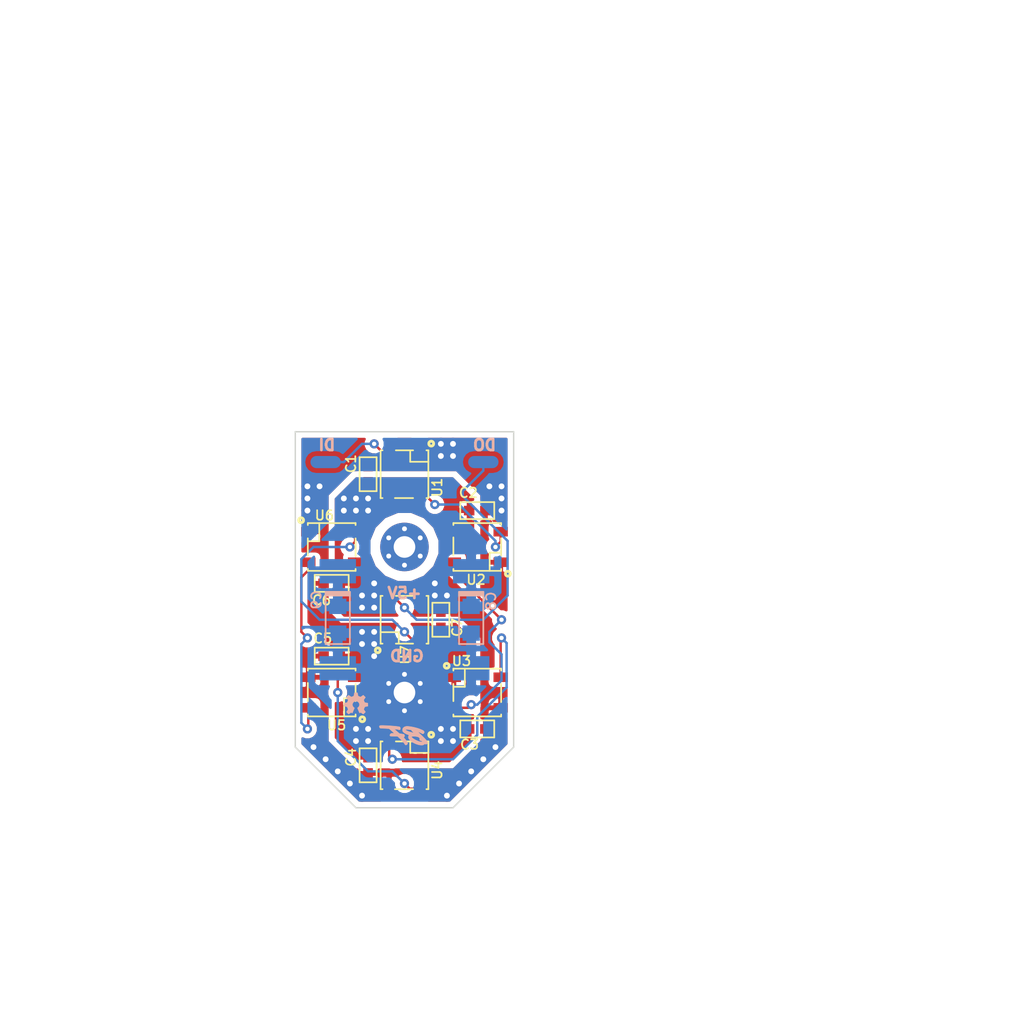
<source format=kicad_pcb>
(kicad_pcb (version 4) (host pcbnew "(2016-05-03 BZR 6266)-product")

  (general
    (links 0)
    (no_connects 0)
    (area 128.870915 84.41258 152.9598 124.764802)
    (thickness 1.6)
    (drawings 122)
    (tracks 204)
    (zones 0)
    (modules 27)
    (nets 11)
  )

  (page USLetter)
  (title_block
    (title "Display - RGB Seven Seg. Digit")
    (date 2016-03-08)
    (rev A)
    (comment 1 CLKV3-PC-01)
    (comment 2 CLKV3-SCH-01)
    (comment 3 "Alarm clock (V3)")
  )

  (layers
    (0 F.Cu signal)
    (31 B.Cu signal)
    (32 B.Adhes user)
    (33 F.Adhes user)
    (34 B.Paste user)
    (35 F.Paste user)
    (36 B.SilkS user)
    (37 F.SilkS user)
    (38 B.Mask user)
    (39 F.Mask user)
    (40 Dwgs.User user)
    (41 Cmts.User user)
    (42 Eco1.User user)
    (43 Eco2.User user)
    (44 Edge.Cuts user)
    (45 Margin user)
    (46 B.CrtYd user)
    (47 F.CrtYd user)
    (48 B.Fab user)
    (49 F.Fab user)
  )

  (setup
    (last_trace_width 0.254)
    (trace_clearance 0.2032)
    (zone_clearance 0.508)
    (zone_45_only no)
    (trace_min 0.254)
    (segment_width 0.2)
    (edge_width 0.15)
    (via_size 0.9652)
    (via_drill 0.4572)
    (via_min_size 0.4064)
    (via_min_drill 0.3)
    (uvia_size 0.3)
    (uvia_drill 0.1)
    (uvias_allowed no)
    (uvia_min_size 0)
    (uvia_min_drill 0)
    (pcb_text_width 0.3)
    (pcb_text_size 1.5 1.5)
    (mod_edge_width 0.15)
    (mod_text_size 1 1)
    (mod_text_width 0.15)
    (pad_size 2.54 3.81)
    (pad_drill 0)
    (pad_to_mask_clearance 0.2)
    (aux_axis_origin 140.97 104.775)
    (grid_origin 140.97 104.775)
    (visible_elements FFFFF77F)
    (pcbplotparams
      (layerselection 0x00030_80000001)
      (usegerberextensions false)
      (excludeedgelayer true)
      (linewidth 0.100000)
      (plotframeref false)
      (viasonmask false)
      (mode 1)
      (useauxorigin false)
      (hpglpennumber 1)
      (hpglpenspeed 20)
      (hpglpendiameter 15)
      (hpglpenoverlay 2)
      (psnegative false)
      (psa4output false)
      (plotreference true)
      (plotvalue true)
      (plotinvisibletext false)
      (padsonsilk false)
      (subtractmaskfromsilk false)
      (outputformat 1)
      (mirror false)
      (drillshape 0)
      (scaleselection 1)
      (outputdirectory ""))
  )

  (net 0 "")
  (net 1 +5V)
  (net 2 GND)
  (net 3 "Net-(U1-Pad2)")
  (net 4 /DIN)
  (net 5 "Net-(U2-Pad2)")
  (net 6 "Net-(U3-Pad2)")
  (net 7 "Net-(U4-Pad2)")
  (net 8 "Net-(U5-Pad2)")
  (net 9 "Net-(U6-Pad2)")
  (net 10 /DOUT)

  (net_class Default "This is the default net class."
    (clearance 0.2032)
    (trace_width 0.254)
    (via_dia 0.9652)
    (via_drill 0.4572)
    (uvia_dia 0.3)
    (uvia_drill 0.1)
    (add_net /DIN)
    (add_net /DOUT)
    (add_net "Net-(U1-Pad2)")
    (add_net "Net-(U2-Pad2)")
    (add_net "Net-(U3-Pad2)")
    (add_net "Net-(U4-Pad2)")
    (add_net "Net-(U5-Pad2)")
    (add_net "Net-(U6-Pad2)")
  )

  (net_class Power ""
    (clearance 0.3048)
    (trace_width 0.4064)
    (via_dia 1.27)
    (via_drill 0.6096)
    (uvia_dia 0.3)
    (uvia_drill 0.1)
    (add_net +5V)
    (add_net GND)
  )

  (module SMT:LED-5050 (layer F.Cu) (tedit 55999AC4) (tstamp 56D7AE34)
    (at 148.59 112.395 180)
    (path /56D79AAC)
    (fp_text reference U3 (at 1.651 3.302 180) (layer F.SilkS)
      (effects (font (size 1 1) (thickness 0.18)))
    )
    (fp_text value WS2812B (at 0 3.9 180) (layer F.Fab) hide
      (effects (font (size 1 1) (thickness 0.18)))
    )
    (fp_line (start 2.5 0.6) (end 1.3 0.6) (layer F.SilkS) (width 0.18))
    (fp_line (start 1.3 0.6) (end 1.3 2.5) (layer F.SilkS) (width 0.18))
    (fp_line (start -3 -3) (end 3 -3) (layer F.CrtYd) (width 0.05))
    (fp_line (start 3 -3) (end 3 3) (layer F.CrtYd) (width 0.05))
    (fp_line (start 3 3) (end -3 3) (layer F.CrtYd) (width 0.05))
    (fp_line (start -3 3) (end -3 -3) (layer F.CrtYd) (width 0.05))
    (fp_circle (center 3.2 2.8) (end 3.3 2.8) (layer F.SilkS) (width 0.3))
    (fp_line (start 2.5 -2.3) (end 2.5 -2.5) (layer F.SilkS) (width 0.18))
    (fp_line (start 2.5 -2.5) (end -2.5 -2.5) (layer F.SilkS) (width 0.18))
    (fp_line (start -2.5 -2.5) (end -2.5 -2.3) (layer F.SilkS) (width 0.18))
    (fp_line (start 2.5 0.9) (end 2.5 -0.9) (layer F.SilkS) (width 0.18))
    (fp_line (start -2.5 2.5) (end 2.5 2.5) (layer F.SilkS) (width 0.18))
    (fp_line (start 2.5 2.5) (end 2.5 2.3) (layer F.SilkS) (width 0.18))
    (fp_line (start -2.5 2.5) (end -2.5 2.3) (layer F.SilkS) (width 0.18))
    (fp_line (start -2.5 -1) (end -2.5 0.9) (layer F.SilkS) (width 0.18))
    (pad 2 smd rect (at -2.45 1.6 180) (size 1.5 1) (layers F.Cu F.Paste F.Mask)
      (net 6 "Net-(U3-Pad2)"))
    (pad 3 smd rect (at 2.45 1.6 180) (size 1.5 1) (layers F.Cu F.Paste F.Mask)
      (net 2 GND))
    (pad 4 smd rect (at 2.45 -1.6 180) (size 1.5 1) (layers F.Cu F.Paste F.Mask)
      (net 5 "Net-(U2-Pad2)"))
    (pad 1 smd rect (at -2.45 -1.6 180) (size 1.5 1) (layers F.Cu F.Paste F.Mask)
      (net 1 +5V))
  )

  (module SMT:LED-5050 (layer F.Cu) (tedit 55999AC4) (tstamp 56D7AE4B)
    (at 140.97 120.015 90)
    (path /56D79D9A)
    (fp_text reference U4 (at -0.508 3.429 90) (layer F.SilkS)
      (effects (font (size 1 1) (thickness 0.18)))
    )
    (fp_text value WS2812B (at 0 3.9 90) (layer F.Fab) hide
      (effects (font (size 1 1) (thickness 0.18)))
    )
    (fp_line (start 2.5 0.6) (end 1.3 0.6) (layer F.SilkS) (width 0.18))
    (fp_line (start 1.3 0.6) (end 1.3 2.5) (layer F.SilkS) (width 0.18))
    (fp_line (start -3 -3) (end 3 -3) (layer F.CrtYd) (width 0.05))
    (fp_line (start 3 -3) (end 3 3) (layer F.CrtYd) (width 0.05))
    (fp_line (start 3 3) (end -3 3) (layer F.CrtYd) (width 0.05))
    (fp_line (start -3 3) (end -3 -3) (layer F.CrtYd) (width 0.05))
    (fp_circle (center 3.2 2.8) (end 3.3 2.8) (layer F.SilkS) (width 0.3))
    (fp_line (start 2.5 -2.3) (end 2.5 -2.5) (layer F.SilkS) (width 0.18))
    (fp_line (start 2.5 -2.5) (end -2.5 -2.5) (layer F.SilkS) (width 0.18))
    (fp_line (start -2.5 -2.5) (end -2.5 -2.3) (layer F.SilkS) (width 0.18))
    (fp_line (start 2.5 0.9) (end 2.5 -0.9) (layer F.SilkS) (width 0.18))
    (fp_line (start -2.5 2.5) (end 2.5 2.5) (layer F.SilkS) (width 0.18))
    (fp_line (start 2.5 2.5) (end 2.5 2.3) (layer F.SilkS) (width 0.18))
    (fp_line (start -2.5 2.5) (end -2.5 2.3) (layer F.SilkS) (width 0.18))
    (fp_line (start -2.5 -1) (end -2.5 0.9) (layer F.SilkS) (width 0.18))
    (pad 2 smd rect (at -2.45 1.6 90) (size 1.5 1) (layers F.Cu F.Paste F.Mask)
      (net 7 "Net-(U4-Pad2)"))
    (pad 3 smd rect (at 2.45 1.6 90) (size 1.5 1) (layers F.Cu F.Paste F.Mask)
      (net 2 GND))
    (pad 4 smd rect (at 2.45 -1.6 90) (size 1.5 1) (layers F.Cu F.Paste F.Mask)
      (net 6 "Net-(U3-Pad2)"))
    (pad 1 smd rect (at -2.45 -1.6 90) (size 1.5 1) (layers F.Cu F.Paste F.Mask)
      (net 1 +5V))
  )

  (module SMT:LED-5050 (layer F.Cu) (tedit 55999AC4) (tstamp 56D7AE62)
    (at 133.35 112.395)
    (path /56D79ECB)
    (fp_text reference U5 (at 0.508 3.429) (layer F.SilkS)
      (effects (font (size 1 1) (thickness 0.18)))
    )
    (fp_text value WS2812B (at 0 3.9) (layer F.Fab) hide
      (effects (font (size 1 1) (thickness 0.18)))
    )
    (fp_line (start 2.5 0.6) (end 1.3 0.6) (layer F.SilkS) (width 0.18))
    (fp_line (start 1.3 0.6) (end 1.3 2.5) (layer F.SilkS) (width 0.18))
    (fp_line (start -3 -3) (end 3 -3) (layer F.CrtYd) (width 0.05))
    (fp_line (start 3 -3) (end 3 3) (layer F.CrtYd) (width 0.05))
    (fp_line (start 3 3) (end -3 3) (layer F.CrtYd) (width 0.05))
    (fp_line (start -3 3) (end -3 -3) (layer F.CrtYd) (width 0.05))
    (fp_circle (center 3.2 2.8) (end 3.3 2.8) (layer F.SilkS) (width 0.3))
    (fp_line (start 2.5 -2.3) (end 2.5 -2.5) (layer F.SilkS) (width 0.18))
    (fp_line (start 2.5 -2.5) (end -2.5 -2.5) (layer F.SilkS) (width 0.18))
    (fp_line (start -2.5 -2.5) (end -2.5 -2.3) (layer F.SilkS) (width 0.18))
    (fp_line (start 2.5 0.9) (end 2.5 -0.9) (layer F.SilkS) (width 0.18))
    (fp_line (start -2.5 2.5) (end 2.5 2.5) (layer F.SilkS) (width 0.18))
    (fp_line (start 2.5 2.5) (end 2.5 2.3) (layer F.SilkS) (width 0.18))
    (fp_line (start -2.5 2.5) (end -2.5 2.3) (layer F.SilkS) (width 0.18))
    (fp_line (start -2.5 -1) (end -2.5 0.9) (layer F.SilkS) (width 0.18))
    (pad 2 smd rect (at -2.45 1.6) (size 1.5 1) (layers F.Cu F.Paste F.Mask)
      (net 8 "Net-(U5-Pad2)"))
    (pad 3 smd rect (at 2.45 1.6) (size 1.5 1) (layers F.Cu F.Paste F.Mask)
      (net 2 GND))
    (pad 4 smd rect (at 2.45 -1.6) (size 1.5 1) (layers F.Cu F.Paste F.Mask)
      (net 7 "Net-(U4-Pad2)"))
    (pad 1 smd rect (at -2.45 -1.6) (size 1.5 1) (layers F.Cu F.Paste F.Mask)
      (net 1 +5V))
  )

  (module Conn-Wire-Pads:Hole-Screw-#2 (layer F.Cu) (tedit 56D7DF40) (tstamp 56D7B569)
    (at 140.97 112.395)
    (descr "Mounting Hole - Screw #2 - w/ Pads And Via")
    (path /56D81E39)
    (attr virtual)
    (fp_text reference H2 (at 0 -4.6) (layer F.SilkS) hide
      (effects (font (size 1 1) (thickness 0.18)))
    )
    (fp_text value Hole (at 0 4.7) (layer F.Fab) hide
      (effects (font (size 1 1) (thickness 0.18)))
    )
    (pad P thru_hole circle (at 0 0) (size 5.08 5.08) (drill 2.2606) (layers *.Cu *.Mask)
      (net 2 GND) (clearance 1.016) (zone_connect 2))
    (pad P thru_hole circle (at 0 -1.905) (size 1.016 1.016) (drill 0.508) (layers *.Cu)
      (net 2 GND) (clearance 0.0254) (zone_connect 2))
    (pad P thru_hole circle (at -1.649778 -0.9525 60) (size 1.016 1.016) (drill 0.508) (layers *.Cu)
      (net 2 GND) (clearance 0.0254) (zone_connect 2))
    (pad P thru_hole circle (at -1.649778 0.9525 120) (size 1.016 1.016) (drill 0.508) (layers *.Cu)
      (net 2 GND) (clearance 0.0254) (zone_connect 2))
    (pad P thru_hole circle (at 0 1.905 180) (size 1.016 1.016) (drill 0.508) (layers *.Cu)
      (net 2 GND) (clearance 0.0254) (zone_connect 2))
    (pad P thru_hole circle (at 1.649778 0.9525 240) (size 1.016 1.016) (drill 0.508) (layers *.Cu)
      (net 2 GND) (clearance 0.0254) (zone_connect 2))
    (pad P thru_hole circle (at 1.649778 -0.9525 300) (size 1.016 1.016) (drill 0.508) (layers *.Cu)
      (net 2 GND) (clearance 0.0254) (zone_connect 2))
  )

  (module SMT:LED-5050 (layer F.Cu) (tedit 55999AC4) (tstamp 56D7AE90)
    (at 140.97 104.775 270)
    (path /56D7A278)
    (fp_text reference U7 (at 3.683 -0.127 270) (layer F.SilkS)
      (effects (font (size 1 1) (thickness 0.18)))
    )
    (fp_text value WS2812B (at 0 3.9 270) (layer F.Fab) hide
      (effects (font (size 1 1) (thickness 0.18)))
    )
    (fp_line (start 2.5 0.6) (end 1.3 0.6) (layer F.SilkS) (width 0.18))
    (fp_line (start 1.3 0.6) (end 1.3 2.5) (layer F.SilkS) (width 0.18))
    (fp_line (start -3 -3) (end 3 -3) (layer F.CrtYd) (width 0.05))
    (fp_line (start 3 -3) (end 3 3) (layer F.CrtYd) (width 0.05))
    (fp_line (start 3 3) (end -3 3) (layer F.CrtYd) (width 0.05))
    (fp_line (start -3 3) (end -3 -3) (layer F.CrtYd) (width 0.05))
    (fp_circle (center 3.2 2.8) (end 3.3 2.8) (layer F.SilkS) (width 0.3))
    (fp_line (start 2.5 -2.3) (end 2.5 -2.5) (layer F.SilkS) (width 0.18))
    (fp_line (start 2.5 -2.5) (end -2.5 -2.5) (layer F.SilkS) (width 0.18))
    (fp_line (start -2.5 -2.5) (end -2.5 -2.3) (layer F.SilkS) (width 0.18))
    (fp_line (start 2.5 0.9) (end 2.5 -0.9) (layer F.SilkS) (width 0.18))
    (fp_line (start -2.5 2.5) (end 2.5 2.5) (layer F.SilkS) (width 0.18))
    (fp_line (start 2.5 2.5) (end 2.5 2.3) (layer F.SilkS) (width 0.18))
    (fp_line (start -2.5 2.5) (end -2.5 2.3) (layer F.SilkS) (width 0.18))
    (fp_line (start -2.5 -1) (end -2.5 0.9) (layer F.SilkS) (width 0.18))
    (pad 2 smd rect (at -2.45 1.6 270) (size 1.5 1) (layers F.Cu F.Paste F.Mask)
      (net 10 /DOUT))
    (pad 3 smd rect (at 2.45 1.6 270) (size 1.5 1) (layers F.Cu F.Paste F.Mask)
      (net 2 GND))
    (pad 4 smd rect (at 2.45 -1.6 270) (size 1.5 1) (layers F.Cu F.Paste F.Mask)
      (net 9 "Net-(U6-Pad2)"))
    (pad 1 smd rect (at -2.45 -1.6 270) (size 1.5 1) (layers F.Cu F.Paste F.Mask)
      (net 1 +5V))
  )

  (module SMT:LED-5050 (layer F.Cu) (tedit 55999AC4) (tstamp 56D7AE06)
    (at 140.97 89.535 90)
    (path /56D7995E)
    (fp_text reference U1 (at -1.397 3.429 90) (layer F.SilkS)
      (effects (font (size 1 1) (thickness 0.18)))
    )
    (fp_text value WS2812B (at 0 3.9 90) (layer F.Fab) hide
      (effects (font (size 1 1) (thickness 0.18)))
    )
    (fp_line (start 2.5 0.6) (end 1.3 0.6) (layer F.SilkS) (width 0.18))
    (fp_line (start 1.3 0.6) (end 1.3 2.5) (layer F.SilkS) (width 0.18))
    (fp_line (start -3 -3) (end 3 -3) (layer F.CrtYd) (width 0.05))
    (fp_line (start 3 -3) (end 3 3) (layer F.CrtYd) (width 0.05))
    (fp_line (start 3 3) (end -3 3) (layer F.CrtYd) (width 0.05))
    (fp_line (start -3 3) (end -3 -3) (layer F.CrtYd) (width 0.05))
    (fp_circle (center 3.2 2.8) (end 3.3 2.8) (layer F.SilkS) (width 0.3))
    (fp_line (start 2.5 -2.3) (end 2.5 -2.5) (layer F.SilkS) (width 0.18))
    (fp_line (start 2.5 -2.5) (end -2.5 -2.5) (layer F.SilkS) (width 0.18))
    (fp_line (start -2.5 -2.5) (end -2.5 -2.3) (layer F.SilkS) (width 0.18))
    (fp_line (start 2.5 0.9) (end 2.5 -0.9) (layer F.SilkS) (width 0.18))
    (fp_line (start -2.5 2.5) (end 2.5 2.5) (layer F.SilkS) (width 0.18))
    (fp_line (start 2.5 2.5) (end 2.5 2.3) (layer F.SilkS) (width 0.18))
    (fp_line (start -2.5 2.5) (end -2.5 2.3) (layer F.SilkS) (width 0.18))
    (fp_line (start -2.5 -1) (end -2.5 0.9) (layer F.SilkS) (width 0.18))
    (pad 2 smd rect (at -2.45 1.6 90) (size 1.5 1) (layers F.Cu F.Paste F.Mask)
      (net 3 "Net-(U1-Pad2)"))
    (pad 3 smd rect (at 2.45 1.6 90) (size 1.5 1) (layers F.Cu F.Paste F.Mask)
      (net 2 GND))
    (pad 4 smd rect (at 2.45 -1.6 90) (size 1.5 1) (layers F.Cu F.Paste F.Mask)
      (net 4 /DIN))
    (pad 1 smd rect (at -2.45 -1.6 90) (size 1.5 1) (layers F.Cu F.Paste F.Mask)
      (net 1 +5V))
  )

  (module Conn-Wire-Pads:Hole-Screw-#2 (layer F.Cu) (tedit 56D7DF40) (tstamp 56D7B55E)
    (at 140.97 97.155)
    (descr "Mounting Hole - Screw #2 - w/ Pads And Via")
    (path /56D81D00)
    (attr virtual)
    (fp_text reference H1 (at 0 -4.6) (layer F.SilkS) hide
      (effects (font (size 1 1) (thickness 0.18)))
    )
    (fp_text value Hole (at 0 4.7) (layer F.Fab) hide
      (effects (font (size 1 1) (thickness 0.18)))
    )
    (pad P thru_hole circle (at 0 0) (size 5.08 5.08) (drill 2.2606) (layers *.Cu *.Mask)
      (net 2 GND) (clearance 1.016) (zone_connect 2))
    (pad P thru_hole circle (at 0 -1.905) (size 1.016 1.016) (drill 0.508) (layers *.Cu)
      (net 2 GND) (clearance 0.0254) (zone_connect 2))
    (pad P thru_hole circle (at -1.649778 -0.9525 60) (size 1.016 1.016) (drill 0.508) (layers *.Cu)
      (net 2 GND) (clearance 0.0254) (zone_connect 2))
    (pad P thru_hole circle (at -1.649778 0.9525 120) (size 1.016 1.016) (drill 0.508) (layers *.Cu)
      (net 2 GND) (clearance 0.0254) (zone_connect 2))
    (pad P thru_hole circle (at 0 1.905 180) (size 1.016 1.016) (drill 0.508) (layers *.Cu)
      (net 2 GND) (clearance 0.0254) (zone_connect 2))
    (pad P thru_hole circle (at 1.649778 0.9525 240) (size 1.016 1.016) (drill 0.508) (layers *.Cu)
      (net 2 GND) (clearance 0.0254) (zone_connect 2))
    (pad P thru_hole circle (at 1.649778 -0.9525 300) (size 1.016 1.016) (drill 0.508) (layers *.Cu)
      (net 2 GND) (clearance 0.0254) (zone_connect 2))
  )

  (module SMT:LED-5050 (layer F.Cu) (tedit 55999AC4) (tstamp 56D7AE1D)
    (at 148.59 97.155)
    (path /56D79A4A)
    (fp_text reference U2 (at -0.127 3.429) (layer F.SilkS)
      (effects (font (size 1 1) (thickness 0.18)))
    )
    (fp_text value WS2812B (at 0 3.9) (layer F.Fab) hide
      (effects (font (size 1 1) (thickness 0.18)))
    )
    (fp_line (start 2.5 0.6) (end 1.3 0.6) (layer F.SilkS) (width 0.18))
    (fp_line (start 1.3 0.6) (end 1.3 2.5) (layer F.SilkS) (width 0.18))
    (fp_line (start -3 -3) (end 3 -3) (layer F.CrtYd) (width 0.05))
    (fp_line (start 3 -3) (end 3 3) (layer F.CrtYd) (width 0.05))
    (fp_line (start 3 3) (end -3 3) (layer F.CrtYd) (width 0.05))
    (fp_line (start -3 3) (end -3 -3) (layer F.CrtYd) (width 0.05))
    (fp_circle (center 3.2 2.8) (end 3.3 2.8) (layer F.SilkS) (width 0.3))
    (fp_line (start 2.5 -2.3) (end 2.5 -2.5) (layer F.SilkS) (width 0.18))
    (fp_line (start 2.5 -2.5) (end -2.5 -2.5) (layer F.SilkS) (width 0.18))
    (fp_line (start -2.5 -2.5) (end -2.5 -2.3) (layer F.SilkS) (width 0.18))
    (fp_line (start 2.5 0.9) (end 2.5 -0.9) (layer F.SilkS) (width 0.18))
    (fp_line (start -2.5 2.5) (end 2.5 2.5) (layer F.SilkS) (width 0.18))
    (fp_line (start 2.5 2.5) (end 2.5 2.3) (layer F.SilkS) (width 0.18))
    (fp_line (start -2.5 2.5) (end -2.5 2.3) (layer F.SilkS) (width 0.18))
    (fp_line (start -2.5 -1) (end -2.5 0.9) (layer F.SilkS) (width 0.18))
    (pad 2 smd rect (at -2.45 1.6) (size 1.5 1) (layers F.Cu F.Paste F.Mask)
      (net 5 "Net-(U2-Pad2)"))
    (pad 3 smd rect (at 2.45 1.6) (size 1.5 1) (layers F.Cu F.Paste F.Mask)
      (net 2 GND))
    (pad 4 smd rect (at 2.45 -1.6) (size 1.5 1) (layers F.Cu F.Paste F.Mask)
      (net 3 "Net-(U1-Pad2)"))
    (pad 1 smd rect (at -2.45 -1.6) (size 1.5 1) (layers F.Cu F.Paste F.Mask)
      (net 1 +5V))
  )

  (module SMT:LED-5050 (layer F.Cu) (tedit 55999AC4) (tstamp 56D7AE79)
    (at 133.35 97.155 180)
    (path /56D79FFD)
    (fp_text reference U6 (at 0.762 3.302 180) (layer F.SilkS)
      (effects (font (size 1 1) (thickness 0.18)))
    )
    (fp_text value WS2812B (at 0 3.9 180) (layer F.Fab) hide
      (effects (font (size 1 1) (thickness 0.18)))
    )
    (fp_line (start 2.5 0.6) (end 1.3 0.6) (layer F.SilkS) (width 0.18))
    (fp_line (start 1.3 0.6) (end 1.3 2.5) (layer F.SilkS) (width 0.18))
    (fp_line (start -3 -3) (end 3 -3) (layer F.CrtYd) (width 0.05))
    (fp_line (start 3 -3) (end 3 3) (layer F.CrtYd) (width 0.05))
    (fp_line (start 3 3) (end -3 3) (layer F.CrtYd) (width 0.05))
    (fp_line (start -3 3) (end -3 -3) (layer F.CrtYd) (width 0.05))
    (fp_circle (center 3.2 2.8) (end 3.3 2.8) (layer F.SilkS) (width 0.3))
    (fp_line (start 2.5 -2.3) (end 2.5 -2.5) (layer F.SilkS) (width 0.18))
    (fp_line (start 2.5 -2.5) (end -2.5 -2.5) (layer F.SilkS) (width 0.18))
    (fp_line (start -2.5 -2.5) (end -2.5 -2.3) (layer F.SilkS) (width 0.18))
    (fp_line (start 2.5 0.9) (end 2.5 -0.9) (layer F.SilkS) (width 0.18))
    (fp_line (start -2.5 2.5) (end 2.5 2.5) (layer F.SilkS) (width 0.18))
    (fp_line (start 2.5 2.5) (end 2.5 2.3) (layer F.SilkS) (width 0.18))
    (fp_line (start -2.5 2.5) (end -2.5 2.3) (layer F.SilkS) (width 0.18))
    (fp_line (start -2.5 -1) (end -2.5 0.9) (layer F.SilkS) (width 0.18))
    (pad 2 smd rect (at -2.45 1.6 180) (size 1.5 1) (layers F.Cu F.Paste F.Mask)
      (net 9 "Net-(U6-Pad2)"))
    (pad 3 smd rect (at 2.45 1.6 180) (size 1.5 1) (layers F.Cu F.Paste F.Mask)
      (net 2 GND))
    (pad 4 smd rect (at 2.45 -1.6 180) (size 1.5 1) (layers F.Cu F.Paste F.Mask)
      (net 8 "Net-(U5-Pad2)"))
    (pad 1 smd rect (at -2.45 -1.6 180) (size 1.5 1) (layers F.Cu F.Paste F.Mask)
      (net 1 +5V))
  )

  (module SMT:C-0603 (layer F.Cu) (tedit 54F14543) (tstamp 56D7AD83)
    (at 137.16 89.535 90)
    (descr "0603 (1608 metric)")
    (tags "smt 0603")
    (path /56D7C1E7)
    (fp_text reference C1 (at 0 -1.2065 90) (layer F.SilkS)
      (effects (font (size 1 1) (thickness 0.18)) (justify left bottom))
    )
    (fp_text value 100nF (at 0 2.032 90) (layer F.SilkS) hide
      (effects (font (size 1 1) (thickness 0.18)))
    )
    (fp_line (start -0.762 -0.381) (end 0.762 -0.381) (layer Dwgs.User) (width 0.05))
    (fp_line (start 0.762 -0.381) (end 0.762 0.381) (layer Dwgs.User) (width 0.05))
    (fp_line (start 0.762 0.381) (end -0.762 0.381) (layer Dwgs.User) (width 0.05))
    (fp_line (start -0.762 0.381) (end -0.762 -0.381) (layer Dwgs.User) (width 0.05))
    (fp_line (start -1.778 -0.889) (end 1.778 -0.889) (layer F.CrtYd) (width 0.05))
    (fp_line (start 1.778 -0.889) (end 1.778 0.889) (layer F.CrtYd) (width 0.05))
    (fp_line (start 1.778 0.889) (end -1.778 0.889) (layer F.CrtYd) (width 0.05))
    (fp_line (start -1.778 0.889) (end -1.778 -0.889) (layer F.CrtYd) (width 0.05))
    (fp_line (start -1.778 -0.889) (end 1.778 -0.889) (layer F.SilkS) (width 0.18))
    (fp_line (start 1.778 -0.889) (end 1.778 0.889) (layer F.SilkS) (width 0.18))
    (fp_line (start 1.778 0.889) (end -1.778 0.889) (layer F.SilkS) (width 0.18))
    (fp_line (start -1.778 0.889) (end -1.778 -0.889) (layer F.SilkS) (width 0.18))
    (pad 1 smd rect (at -0.85 0 90) (size 1.1 1) (layers F.Cu F.Paste F.Mask)
      (net 1 +5V))
    (pad 2 smd rect (at 0.85 0 90) (size 1.1 1) (layers F.Cu F.Paste F.Mask)
      (net 2 GND))
    (model smt.pretty/C-0603.wrl
      (at (xyz 0 0 0))
      (scale (xyz 1 1 0.8))
      (rotate (xyz 0 0 0))
    )
  )

  (module SMT:C-0603 (layer F.Cu) (tedit 54F14543) (tstamp 56D7AD95)
    (at 148.59 93.345)
    (descr "0603 (1608 metric)")
    (tags "smt 0603")
    (path /56D7BDDB)
    (fp_text reference C2 (at -2.032 -1.27) (layer F.SilkS)
      (effects (font (size 1 1) (thickness 0.18)) (justify left bottom))
    )
    (fp_text value 100nF (at 0 2.032) (layer F.SilkS) hide
      (effects (font (size 1 1) (thickness 0.18)))
    )
    (fp_line (start -0.762 -0.381) (end 0.762 -0.381) (layer Dwgs.User) (width 0.05))
    (fp_line (start 0.762 -0.381) (end 0.762 0.381) (layer Dwgs.User) (width 0.05))
    (fp_line (start 0.762 0.381) (end -0.762 0.381) (layer Dwgs.User) (width 0.05))
    (fp_line (start -0.762 0.381) (end -0.762 -0.381) (layer Dwgs.User) (width 0.05))
    (fp_line (start -1.778 -0.889) (end 1.778 -0.889) (layer F.CrtYd) (width 0.05))
    (fp_line (start 1.778 -0.889) (end 1.778 0.889) (layer F.CrtYd) (width 0.05))
    (fp_line (start 1.778 0.889) (end -1.778 0.889) (layer F.CrtYd) (width 0.05))
    (fp_line (start -1.778 0.889) (end -1.778 -0.889) (layer F.CrtYd) (width 0.05))
    (fp_line (start -1.778 -0.889) (end 1.778 -0.889) (layer F.SilkS) (width 0.18))
    (fp_line (start 1.778 -0.889) (end 1.778 0.889) (layer F.SilkS) (width 0.18))
    (fp_line (start 1.778 0.889) (end -1.778 0.889) (layer F.SilkS) (width 0.18))
    (fp_line (start -1.778 0.889) (end -1.778 -0.889) (layer F.SilkS) (width 0.18))
    (pad 1 smd rect (at -0.85 0) (size 1.1 1) (layers F.Cu F.Paste F.Mask)
      (net 1 +5V))
    (pad 2 smd rect (at 0.85 0) (size 1.1 1) (layers F.Cu F.Paste F.Mask)
      (net 2 GND))
    (model smt.pretty/C-0603.wrl
      (at (xyz 0 0 0))
      (scale (xyz 1 1 0.8))
      (rotate (xyz 0 0 0))
    )
  )

  (module SMT:C-0603 (layer F.Cu) (tedit 54F14543) (tstamp 56D7ADA7)
    (at 148.59 116.205 180)
    (descr "0603 (1608 metric)")
    (tags "smt 0603")
    (path /56D7C290)
    (fp_text reference C3 (at 1.905 -2.2225 180) (layer F.SilkS)
      (effects (font (size 1 1) (thickness 0.18)) (justify left bottom))
    )
    (fp_text value 100nF (at 0 2.032 180) (layer F.SilkS) hide
      (effects (font (size 1 1) (thickness 0.18)))
    )
    (fp_line (start -0.762 -0.381) (end 0.762 -0.381) (layer Dwgs.User) (width 0.05))
    (fp_line (start 0.762 -0.381) (end 0.762 0.381) (layer Dwgs.User) (width 0.05))
    (fp_line (start 0.762 0.381) (end -0.762 0.381) (layer Dwgs.User) (width 0.05))
    (fp_line (start -0.762 0.381) (end -0.762 -0.381) (layer Dwgs.User) (width 0.05))
    (fp_line (start -1.778 -0.889) (end 1.778 -0.889) (layer F.CrtYd) (width 0.05))
    (fp_line (start 1.778 -0.889) (end 1.778 0.889) (layer F.CrtYd) (width 0.05))
    (fp_line (start 1.778 0.889) (end -1.778 0.889) (layer F.CrtYd) (width 0.05))
    (fp_line (start -1.778 0.889) (end -1.778 -0.889) (layer F.CrtYd) (width 0.05))
    (fp_line (start -1.778 -0.889) (end 1.778 -0.889) (layer F.SilkS) (width 0.18))
    (fp_line (start 1.778 -0.889) (end 1.778 0.889) (layer F.SilkS) (width 0.18))
    (fp_line (start 1.778 0.889) (end -1.778 0.889) (layer F.SilkS) (width 0.18))
    (fp_line (start -1.778 0.889) (end -1.778 -0.889) (layer F.SilkS) (width 0.18))
    (pad 1 smd rect (at -0.85 0 180) (size 1.1 1) (layers F.Cu F.Paste F.Mask)
      (net 1 +5V))
    (pad 2 smd rect (at 0.85 0 180) (size 1.1 1) (layers F.Cu F.Paste F.Mask)
      (net 2 GND))
    (model smt.pretty/C-0603.wrl
      (at (xyz 0 0 0))
      (scale (xyz 1 1 0.8))
      (rotate (xyz 0 0 0))
    )
  )

  (module SMT:C-0603 (layer F.Cu) (tedit 54F14543) (tstamp 56D7ADB9)
    (at 137.16 120.015 90)
    (descr "0603 (1608 metric)")
    (tags "smt 0603")
    (path /56D7C34C)
    (fp_text reference C4 (at -0.254 -1.2065 90) (layer F.SilkS)
      (effects (font (size 1 1) (thickness 0.18)) (justify left bottom))
    )
    (fp_text value 100nF (at 0 2.032 90) (layer F.SilkS) hide
      (effects (font (size 1 1) (thickness 0.18)))
    )
    (fp_line (start -0.762 -0.381) (end 0.762 -0.381) (layer Dwgs.User) (width 0.05))
    (fp_line (start 0.762 -0.381) (end 0.762 0.381) (layer Dwgs.User) (width 0.05))
    (fp_line (start 0.762 0.381) (end -0.762 0.381) (layer Dwgs.User) (width 0.05))
    (fp_line (start -0.762 0.381) (end -0.762 -0.381) (layer Dwgs.User) (width 0.05))
    (fp_line (start -1.778 -0.889) (end 1.778 -0.889) (layer F.CrtYd) (width 0.05))
    (fp_line (start 1.778 -0.889) (end 1.778 0.889) (layer F.CrtYd) (width 0.05))
    (fp_line (start 1.778 0.889) (end -1.778 0.889) (layer F.CrtYd) (width 0.05))
    (fp_line (start -1.778 0.889) (end -1.778 -0.889) (layer F.CrtYd) (width 0.05))
    (fp_line (start -1.778 -0.889) (end 1.778 -0.889) (layer F.SilkS) (width 0.18))
    (fp_line (start 1.778 -0.889) (end 1.778 0.889) (layer F.SilkS) (width 0.18))
    (fp_line (start 1.778 0.889) (end -1.778 0.889) (layer F.SilkS) (width 0.18))
    (fp_line (start -1.778 0.889) (end -1.778 -0.889) (layer F.SilkS) (width 0.18))
    (pad 1 smd rect (at -0.85 0 90) (size 1.1 1) (layers F.Cu F.Paste F.Mask)
      (net 1 +5V))
    (pad 2 smd rect (at 0.85 0 90) (size 1.1 1) (layers F.Cu F.Paste F.Mask)
      (net 2 GND))
    (model smt.pretty/C-0603.wrl
      (at (xyz 0 0 0))
      (scale (xyz 1 1 0.8))
      (rotate (xyz 0 0 0))
    )
  )

  (module SMT:C-0603 (layer F.Cu) (tedit 54F14543) (tstamp 56D7ADCB)
    (at 133.35 108.585)
    (descr "0603 (1608 metric)")
    (tags "smt 0603")
    (path /56D7C4FE)
    (fp_text reference C5 (at -2.032 -1.27) (layer F.SilkS)
      (effects (font (size 1 1) (thickness 0.18)) (justify left bottom))
    )
    (fp_text value 100nF (at 0 2.032) (layer F.SilkS) hide
      (effects (font (size 1 1) (thickness 0.18)))
    )
    (fp_line (start -0.762 -0.381) (end 0.762 -0.381) (layer Dwgs.User) (width 0.05))
    (fp_line (start 0.762 -0.381) (end 0.762 0.381) (layer Dwgs.User) (width 0.05))
    (fp_line (start 0.762 0.381) (end -0.762 0.381) (layer Dwgs.User) (width 0.05))
    (fp_line (start -0.762 0.381) (end -0.762 -0.381) (layer Dwgs.User) (width 0.05))
    (fp_line (start -1.778 -0.889) (end 1.778 -0.889) (layer F.CrtYd) (width 0.05))
    (fp_line (start 1.778 -0.889) (end 1.778 0.889) (layer F.CrtYd) (width 0.05))
    (fp_line (start 1.778 0.889) (end -1.778 0.889) (layer F.CrtYd) (width 0.05))
    (fp_line (start -1.778 0.889) (end -1.778 -0.889) (layer F.CrtYd) (width 0.05))
    (fp_line (start -1.778 -0.889) (end 1.778 -0.889) (layer F.SilkS) (width 0.18))
    (fp_line (start 1.778 -0.889) (end 1.778 0.889) (layer F.SilkS) (width 0.18))
    (fp_line (start 1.778 0.889) (end -1.778 0.889) (layer F.SilkS) (width 0.18))
    (fp_line (start -1.778 0.889) (end -1.778 -0.889) (layer F.SilkS) (width 0.18))
    (pad 1 smd rect (at -0.85 0) (size 1.1 1) (layers F.Cu F.Paste F.Mask)
      (net 1 +5V))
    (pad 2 smd rect (at 0.85 0) (size 1.1 1) (layers F.Cu F.Paste F.Mask)
      (net 2 GND))
    (model smt.pretty/C-0603.wrl
      (at (xyz 0 0 0))
      (scale (xyz 1 1 0.8))
      (rotate (xyz 0 0 0))
    )
  )

  (module SMT:C-0603 (layer F.Cu) (tedit 54F14543) (tstamp 56D7ADDD)
    (at 133.35 100.965 180)
    (descr "0603 (1608 metric)")
    (tags "smt 0603")
    (path /56D7C874)
    (fp_text reference C6 (at 2.159 -2.3495 180) (layer F.SilkS)
      (effects (font (size 1 1) (thickness 0.18)) (justify left bottom))
    )
    (fp_text value 100nF (at 0 2.032 180) (layer F.SilkS) hide
      (effects (font (size 1 1) (thickness 0.18)))
    )
    (fp_line (start -0.762 -0.381) (end 0.762 -0.381) (layer Dwgs.User) (width 0.05))
    (fp_line (start 0.762 -0.381) (end 0.762 0.381) (layer Dwgs.User) (width 0.05))
    (fp_line (start 0.762 0.381) (end -0.762 0.381) (layer Dwgs.User) (width 0.05))
    (fp_line (start -0.762 0.381) (end -0.762 -0.381) (layer Dwgs.User) (width 0.05))
    (fp_line (start -1.778 -0.889) (end 1.778 -0.889) (layer F.CrtYd) (width 0.05))
    (fp_line (start 1.778 -0.889) (end 1.778 0.889) (layer F.CrtYd) (width 0.05))
    (fp_line (start 1.778 0.889) (end -1.778 0.889) (layer F.CrtYd) (width 0.05))
    (fp_line (start -1.778 0.889) (end -1.778 -0.889) (layer F.CrtYd) (width 0.05))
    (fp_line (start -1.778 -0.889) (end 1.778 -0.889) (layer F.SilkS) (width 0.18))
    (fp_line (start 1.778 -0.889) (end 1.778 0.889) (layer F.SilkS) (width 0.18))
    (fp_line (start 1.778 0.889) (end -1.778 0.889) (layer F.SilkS) (width 0.18))
    (fp_line (start -1.778 0.889) (end -1.778 -0.889) (layer F.SilkS) (width 0.18))
    (pad 1 smd rect (at -0.85 0 180) (size 1.1 1) (layers F.Cu F.Paste F.Mask)
      (net 1 +5V))
    (pad 2 smd rect (at 0.85 0 180) (size 1.1 1) (layers F.Cu F.Paste F.Mask)
      (net 2 GND))
    (model smt.pretty/C-0603.wrl
      (at (xyz 0 0 0))
      (scale (xyz 1 1 0.8))
      (rotate (xyz 0 0 0))
    )
  )

  (module SMT:C-0603 (layer F.Cu) (tedit 54F14543) (tstamp 56D7ADEF)
    (at 144.78 104.775 270)
    (descr "0603 (1608 metric)")
    (tags "smt 0603")
    (path /56D7CE3D)
    (fp_text reference C7 (at 1.905 -2.286 270) (layer F.SilkS)
      (effects (font (size 1 1) (thickness 0.18)) (justify left bottom))
    )
    (fp_text value 100nF (at 0 2.032 270) (layer F.SilkS) hide
      (effects (font (size 1 1) (thickness 0.18)))
    )
    (fp_line (start -0.762 -0.381) (end 0.762 -0.381) (layer Dwgs.User) (width 0.05))
    (fp_line (start 0.762 -0.381) (end 0.762 0.381) (layer Dwgs.User) (width 0.05))
    (fp_line (start 0.762 0.381) (end -0.762 0.381) (layer Dwgs.User) (width 0.05))
    (fp_line (start -0.762 0.381) (end -0.762 -0.381) (layer Dwgs.User) (width 0.05))
    (fp_line (start -1.778 -0.889) (end 1.778 -0.889) (layer F.CrtYd) (width 0.05))
    (fp_line (start 1.778 -0.889) (end 1.778 0.889) (layer F.CrtYd) (width 0.05))
    (fp_line (start 1.778 0.889) (end -1.778 0.889) (layer F.CrtYd) (width 0.05))
    (fp_line (start -1.778 0.889) (end -1.778 -0.889) (layer F.CrtYd) (width 0.05))
    (fp_line (start -1.778 -0.889) (end 1.778 -0.889) (layer F.SilkS) (width 0.18))
    (fp_line (start 1.778 -0.889) (end 1.778 0.889) (layer F.SilkS) (width 0.18))
    (fp_line (start 1.778 0.889) (end -1.778 0.889) (layer F.SilkS) (width 0.18))
    (fp_line (start -1.778 0.889) (end -1.778 -0.889) (layer F.SilkS) (width 0.18))
    (pad 1 smd rect (at -0.85 0 270) (size 1.1 1) (layers F.Cu F.Paste F.Mask)
      (net 1 +5V))
    (pad 2 smd rect (at 0.85 0 270) (size 1.1 1) (layers F.Cu F.Paste F.Mask)
      (net 2 GND))
    (model smt.pretty/C-0603.wrl
      (at (xyz 0 0 0))
      (scale (xyz 1 1 0.8))
      (rotate (xyz 0 0 0))
    )
  )

  (module Conn-Wire-Pads:WP-100mil-1x01 (layer B.Cu) (tedit 56D7FF51) (tstamp 56D7B56E)
    (at 133.985 99.695 90)
    (descr "Wire pads - 100mil x 150 mil - Single row, 1 pos.")
    (path /56D8223E)
    (attr virtual)
    (fp_text reference J1 (at 0 3.175 90) (layer B.SilkS) hide
      (effects (font (size 1 1) (thickness 0.18)) (justify mirror))
    )
    (fp_text value "5V IN" (at 0 -3.175 90) (layer B.Fab) hide
      (effects (font (size 1 1) (thickness 0.18)) (justify mirror))
    )
    (pad 1 smd rect (at 0 0 90) (size 2.54 3.81) (layers B.Cu B.Paste B.Mask)
      (net 1 +5V) (thermal_width 1.016))
  )

  (module Conn-Wire-Pads:WP-100mil-1x01 (layer B.Cu) (tedit 56D7FF4E) (tstamp 56D7B573)
    (at 133.985 109.855 90)
    (descr "Wire pads - 100mil x 150 mil - Single row, 1 pos.")
    (path /56D82327)
    (attr virtual)
    (fp_text reference J2 (at 0 3.175 90) (layer B.SilkS) hide
      (effects (font (size 1 1) (thickness 0.18)) (justify mirror))
    )
    (fp_text value "GND IN" (at 0 -3.175 90) (layer B.Fab) hide
      (effects (font (size 1 1) (thickness 0.18)) (justify mirror))
    )
    (pad 1 smd rect (at 0 0 90) (size 2.54 3.81) (layers B.Cu B.Paste B.Mask)
      (net 2 GND) (thermal_width 1.016))
  )

  (module Conn-Wire-Pads:WP-100mil-1x01 (layer B.Cu) (tedit 56D7FF4C) (tstamp 56D7B578)
    (at 147.955 99.695 90)
    (descr "Wire pads - 100mil x 150 mil - Single row, 1 pos.")
    (path /56D82B53)
    (attr virtual)
    (fp_text reference J3 (at 0 3.175 90) (layer B.SilkS) hide
      (effects (font (size 1 1) (thickness 0.18)) (justify mirror))
    )
    (fp_text value "5V OUT" (at 0 -3.175 90) (layer B.Fab) hide
      (effects (font (size 1 1) (thickness 0.18)) (justify mirror))
    )
    (pad 1 smd rect (at 0 0 90) (size 2.54 3.81) (layers B.Cu B.Paste B.Mask)
      (net 1 +5V) (thermal_width 1.016))
  )

  (module Conn-Wire-Pads:WP-100mil-1x01 (layer B.Cu) (tedit 56D7FF47) (tstamp 56D7B57D)
    (at 147.955 109.855 90)
    (descr "Wire pads - 100mil x 150 mil - Single row, 1 pos.")
    (path /56D82BCC)
    (attr virtual)
    (fp_text reference J4 (at 0 3.175 90) (layer B.SilkS) hide
      (effects (font (size 1 1) (thickness 0.18)) (justify mirror))
    )
    (fp_text value "GND OUT" (at 0 -3.175 90) (layer B.Fab) hide
      (effects (font (size 1 1) (thickness 0.18)) (justify mirror))
    )
    (pad 1 smd rect (at 0 0 90) (size 2.54 3.81) (layers B.Cu B.Paste B.Mask)
      (net 2 GND) (thermal_width 1.016))
  )

  (module Symbols:LOGO-OSHW-100 (layer B.Cu) (tedit 55088668) (tstamp 56D8035C)
    (at 135.89 113.665 180)
    (descr "Open Source Hardware Logo - 100mil wide")
    (fp_text reference LOGO-OSHW-100 (at 0 2.1336 180) (layer Dwgs.User) hide
      (effects (font (size 1 1) (thickness 0.18)))
    )
    (fp_text value OSHW (at 0 -1.9304 180) (layer Dwgs.User) hide
      (effects (font (size 1 1) (thickness 0.18)))
    )
    (fp_poly (pts (xy -0.76962 -1.01092) (xy -0.75438 -1.00584) (xy -0.72644 -0.98552) (xy -0.68326 -0.95758)
      (xy -0.63246 -0.92456) (xy -0.5842 -0.89154) (xy -0.54102 -0.8636) (xy -0.51308 -0.84582)
      (xy -0.50038 -0.8382) (xy -0.4953 -0.84074) (xy -0.4699 -0.8509) (xy -0.43434 -0.87122)
      (xy -0.41656 -0.88138) (xy -0.38354 -0.89408) (xy -0.3683 -0.89662) (xy -0.36576 -0.89154)
      (xy -0.35306 -0.86868) (xy -0.33528 -0.8255) (xy -0.30988 -0.77216) (xy -0.28448 -0.70612)
      (xy -0.254 -0.63754) (xy -0.22352 -0.56642) (xy -0.19558 -0.49784) (xy -0.17272 -0.43942)
      (xy -0.1524 -0.38862) (xy -0.1397 -0.3556) (xy -0.13462 -0.34036) (xy -0.13462 -0.33782)
      (xy -0.1524 -0.32004) (xy -0.18034 -0.29972) (xy -0.23876 -0.25146) (xy -0.29972 -0.1778)
      (xy -0.33528 -0.09398) (xy -0.34544 0) (xy -0.33528 0.08382) (xy -0.30226 0.16764)
      (xy -0.24384 0.24384) (xy -0.17272 0.29972) (xy -0.09144 0.33274) (xy 0 0.34544)
      (xy 0.08636 0.33528) (xy 0.17272 0.30226) (xy 0.24638 0.24384) (xy 0.2794 0.20828)
      (xy 0.32258 0.13208) (xy 0.34798 0.0508) (xy 0.35052 0.03048) (xy 0.34544 -0.05588)
      (xy 0.32004 -0.14224) (xy 0.27178 -0.21844) (xy 0.20828 -0.28194) (xy 0.20066 -0.28702)
      (xy 0.17018 -0.30988) (xy 0.14986 -0.32512) (xy 0.13208 -0.33782) (xy 0.24638 -0.61214)
      (xy 0.26416 -0.65532) (xy 0.29464 -0.72898) (xy 0.32258 -0.79502) (xy 0.34544 -0.84582)
      (xy 0.36068 -0.87884) (xy 0.36576 -0.89408) (xy 0.3683 -0.89408) (xy 0.37846 -0.89662)
      (xy 0.39878 -0.889) (xy 0.43688 -0.87122) (xy 0.46228 -0.85852) (xy 0.49022 -0.84328)
      (xy 0.50292 -0.8382) (xy 0.51562 -0.84328) (xy 0.54356 -0.86106) (xy 0.5842 -0.889)
      (xy 0.63246 -0.92202) (xy 0.67818 -0.95504) (xy 0.72136 -0.98298) (xy 0.75438 -1.0033)
      (xy 0.76708 -1.01092) (xy 0.76962 -1.01092) (xy 0.78486 -1.0033) (xy 0.80772 -0.98298)
      (xy 0.84582 -0.94742) (xy 0.89916 -0.89662) (xy 0.90678 -0.88646) (xy 0.94996 -0.84328)
      (xy 0.98552 -0.80518) (xy 1.00838 -0.77978) (xy 1.016 -0.76708) (xy 1.016 -0.76708)
      (xy 1.00838 -0.75438) (xy 0.9906 -0.72136) (xy 0.96012 -0.67818) (xy 0.9271 -0.62738)
      (xy 0.83566 -0.4953) (xy 0.88646 -0.37338) (xy 0.9017 -0.33528) (xy 0.91948 -0.28702)
      (xy 0.93472 -0.254) (xy 0.94234 -0.2413) (xy 0.95504 -0.23622) (xy 0.9906 -0.2286)
      (xy 1.03886 -0.21844) (xy 1.09728 -0.20574) (xy 1.15316 -0.19558) (xy 1.20396 -0.18796)
      (xy 1.24206 -0.18034) (xy 1.2573 -0.17526) (xy 1.26238 -0.17526) (xy 1.26492 -0.1651)
      (xy 1.26746 -0.14986) (xy 1.26746 -0.11938) (xy 1.26746 -0.07112) (xy 1.26746 0)
      (xy 1.26746 0.00508) (xy 1.26746 0.07112) (xy 1.26746 0.12446) (xy 1.26492 0.16002)
      (xy 1.26238 0.17526) (xy 1.26238 0.17526) (xy 1.24714 0.1778) (xy 1.21158 0.18542)
      (xy 1.16078 0.19558) (xy 1.09982 0.20828) (xy 1.09728 0.20828) (xy 1.03632 0.21844)
      (xy 0.98552 0.23114) (xy 0.94996 0.23876) (xy 0.93472 0.24384) (xy 0.93218 0.24638)
      (xy 0.91948 0.26924) (xy 0.90424 0.30734) (xy 0.88392 0.35306) (xy 0.8636 0.40132)
      (xy 0.84582 0.44196) (xy 0.83566 0.47498) (xy 0.83312 0.48768) (xy 0.83312 0.49022)
      (xy 0.84074 0.50292) (xy 0.86106 0.5334) (xy 0.89154 0.57912) (xy 0.9271 0.62992)
      (xy 0.92964 0.63246) (xy 0.96266 0.68326) (xy 0.9906 0.72644) (xy 1.01092 0.75692)
      (xy 1.016 0.77216) (xy 1.016 0.77216) (xy 1.00584 0.7874) (xy 0.98044 0.81534)
      (xy 0.94234 0.85344) (xy 0.89916 0.89916) (xy 0.88392 0.9144) (xy 0.83566 0.96266)
      (xy 0.8001 0.99314) (xy 0.77978 1.01092) (xy 0.76962 1.01346) (xy 0.76962 1.01346)
      (xy 0.75438 1.0033) (xy 0.72136 0.98298) (xy 0.67818 0.9525) (xy 0.62738 0.91948)
      (xy 0.6223 0.91694) (xy 0.5715 0.88138) (xy 0.52832 0.85344) (xy 0.50038 0.83312)
      (xy 0.48514 0.8255) (xy 0.48514 0.8255) (xy 0.46228 0.83058) (xy 0.42672 0.84328)
      (xy 0.38354 0.86106) (xy 0.33528 0.87884) (xy 0.2921 0.89916) (xy 0.26162 0.91186)
      (xy 0.24638 0.92202) (xy 0.24638 0.92202) (xy 0.2413 0.9398) (xy 0.23114 0.9779)
      (xy 0.22098 1.03124) (xy 0.20828 1.0922) (xy 0.20828 1.10236) (xy 0.19558 1.16332)
      (xy 0.18542 1.21412) (xy 0.1778 1.24714) (xy 0.17526 1.26238) (xy 0.16764 1.26492)
      (xy 0.13716 1.26492) (xy 0.09144 1.26746) (xy 0.0381 1.26746) (xy -0.01778 1.26746)
      (xy -0.07366 1.26746) (xy -0.12192 1.26492) (xy -0.15748 1.26238) (xy -0.17018 1.25984)
      (xy -0.17018 1.25984) (xy -0.1778 1.23952) (xy -0.18542 1.20142) (xy -0.19558 1.14808)
      (xy -0.20828 1.08712) (xy -0.21082 1.07696) (xy -0.22098 1.016) (xy -0.23114 0.9652)
      (xy -0.23876 0.93218) (xy -0.2413 0.91948) (xy -0.24892 0.9144) (xy -0.27178 0.90424)
      (xy -0.31242 0.889) (xy -0.36322 0.86868) (xy -0.48006 0.82042) (xy -0.6223 0.91948)
      (xy -0.635 0.9271) (xy -0.6858 0.96266) (xy -0.72898 0.9906) (xy -0.75692 1.00838)
      (xy -0.76962 1.016) (xy -0.77216 1.016) (xy -0.78486 1.0033) (xy -0.8128 0.97536)
      (xy -0.8509 0.9398) (xy -0.89662 0.89408) (xy -0.92964 0.86106) (xy -0.97028 0.82042)
      (xy -0.99314 0.79502) (xy -1.00838 0.77724) (xy -1.01346 0.76708) (xy -1.01092 0.75946)
      (xy -1.0033 0.74422) (xy -0.98044 0.71374) (xy -0.9525 0.67056) (xy -0.91694 0.61976)
      (xy -0.889 0.57912) (xy -0.85852 0.53086) (xy -0.8382 0.4953) (xy -0.83058 0.48006)
      (xy -0.83312 0.47244) (xy -0.84328 0.4445) (xy -0.85852 0.40132) (xy -0.88138 0.35306)
      (xy -0.92964 0.23876) (xy -1.0033 0.22606) (xy -1.04902 0.2159) (xy -1.11252 0.2032)
      (xy -1.17094 0.19304) (xy -1.26492 0.17526) (xy -1.27 -0.16764) (xy -1.25476 -0.17272)
      (xy -1.23952 -0.1778) (xy -1.2065 -0.18542) (xy -1.1557 -0.19558) (xy -1.09728 -0.20574)
      (xy -1.04902 -0.2159) (xy -0.99822 -0.22606) (xy -0.96266 -0.23114) (xy -0.94488 -0.23622)
      (xy -0.94234 -0.2413) (xy -0.92964 -0.26416) (xy -0.91186 -0.3048) (xy -0.89154 -0.35052)
      (xy -0.87122 -0.39878) (xy -0.85344 -0.44196) (xy -0.84074 -0.47752) (xy -0.83566 -0.4953)
      (xy -0.84328 -0.508) (xy -0.8636 -0.53594) (xy -0.89154 -0.57912) (xy -0.92456 -0.62992)
      (xy -0.95758 -0.67818) (xy -0.98806 -0.72136) (xy -1.00838 -0.75184) (xy -1.016 -0.76708)
      (xy -1.01092 -0.7747) (xy -0.9906 -0.8001) (xy -0.95504 -0.8382) (xy -0.89916 -0.89408)
      (xy -0.889 -0.9017) (xy -0.84328 -0.94488) (xy -0.80772 -0.98044) (xy -0.77978 -1.0033)
      (xy -0.76962 -1.01092)) (layer B.SilkS) (width 0.00254))
  )

  (module Conn-Wire-Pads:WP-50mil-1x01 (layer B.Cu) (tedit 56DF8BB2) (tstamp 56DF4E35)
    (at 132.715 88.265 90)
    (descr "Wire pads - 50mil x 125mil - Single row, 1 pos.")
    (path /56D7BDE3)
    (attr virtual)
    (fp_text reference J5 (at 0 2.54 90) (layer B.SilkS) hide
      (effects (font (size 1 1) (thickness 0.18)) (justify mirror))
    )
    (fp_text value "DATA IN" (at 0 -2.54 90) (layer B.Fab) hide
      (effects (font (size 1 1) (thickness 0.18)) (justify mirror))
    )
    (pad 1 smd oval (at 0 0 90) (size 1.27 3.175) (layers B.Cu B.Paste B.Mask)
      (net 4 /DIN))
  )

  (module Conn-Wire-Pads:WP-50mil-1x01 (layer B.Cu) (tedit 56DF8BB5) (tstamp 56DF4E39)
    (at 149.225 88.265 270)
    (descr "Wire pads - 50mil x 125mil - Single row, 1 pos.")
    (path /56D7BF9A)
    (attr virtual)
    (fp_text reference J6 (at 0 2.54 270) (layer B.SilkS) hide
      (effects (font (size 1 1) (thickness 0.18)) (justify mirror))
    )
    (fp_text value "DATA OUT" (at 0 -2.54 270) (layer B.Fab) hide
      (effects (font (size 1 1) (thickness 0.18)) (justify mirror))
    )
    (pad 1 smd oval (at 0 0 270) (size 1.27 3.175) (layers B.Cu B.Paste B.Mask)
      (net 10 /DOUT))
  )

  (module Symbols:SIGNATURE_SILK (layer B.Cu) (tedit 5509107B) (tstamp 57001BF5)
    (at 140.97 116.84 180)
    (descr Signature)
    (fp_text reference SIGNATURE_SILK (at 0 2.54 180) (layer Dwgs.User) hide
      (effects (font (size 0.5 0.5) (thickness 0.1)))
    )
    (fp_text value LOGO (at 0 -2.54 180) (layer Dwgs.User) hide
      (effects (font (size 0.5 0.5) (thickness 0.1)))
    )
    (fp_poly (pts (xy 0.20104 0.525379) (xy 0.197773 0.462298) (xy 0.185688 0.407945) (xy 0.180484 0.394861)
      (xy 0.142676 0.334545) (xy 0.084798 0.274804) (xy 0.007948 0.216342) (xy -0.080293 0.163729)
      (xy -0.080293 0.547248) (xy -0.106292 0.56165) (xy -0.140345 0.572792) (xy -0.192147 0.57947)
      (xy -0.258777 0.58178) (xy -0.337317 0.57982) (xy -0.424846 0.573687) (xy -0.518444 0.563478)
      (xy -0.61519 0.549291) (xy -0.64823 0.543588) (xy -0.692329 0.535365) (xy -0.7196 0.528695)
      (xy -0.734082 0.521578) (xy -0.739814 0.512016) (xy -0.740834 0.49801) (xy -0.740834 0.497745)
      (xy -0.742774 0.479918) (xy -0.749956 0.461778) (xy -0.764426 0.441001) (xy -0.788227 0.415266)
      (xy -0.823403 0.382251) (xy -0.871999 0.339634) (xy -0.904482 0.31186) (xy -0.94684 0.275636)
      (xy -0.98282 0.244486) (xy -1.009635 0.220851) (xy -1.024501 0.207175) (xy -1.026584 0.204815)
      (xy -1.020407 0.203756) (xy -1.000857 0.206623) (xy -0.966404 0.213746) (xy -0.915517 0.225455)
      (xy -0.846667 0.242082) (xy -0.79375 0.255138) (xy -0.666707 0.288794) (xy -0.546312 0.324842)
      (xy -0.434873 0.362393) (xy -0.334696 0.400557) (xy -0.248087 0.438444) (xy -0.177352 0.475164)
      (xy -0.124797 0.509828) (xy -0.116876 0.516262) (xy -0.080293 0.547248) (xy -0.080293 0.163729)
      (xy -0.086776 0.159863) (xy -0.198279 0.106069) (xy -0.325463 0.055664) (xy -0.375709 0.038205)
      (xy -0.415992 0.024686) (xy -0.449048 0.013578) (xy -0.469346 0.006741) (xy -0.472255 0.005754)
      (xy -0.474286 -0.005402) (xy -0.465546 -0.03224) (xy -0.448442 -0.069215) (xy -0.428719 -0.111647)
      (xy -0.417868 -0.146495) (xy -0.413405 -0.184037) (xy -0.41275 -0.21681) (xy -0.418041 -0.28017)
      (xy -0.435015 -0.340242) (xy -0.465326 -0.400113) (xy -0.510626 -0.462871) (xy -0.572571 -0.531605)
      (xy -0.591604 -0.550833) (xy -0.701179 -0.64772) (xy -0.719667 -0.660988) (xy -0.719667 -0.198098)
      (xy -0.729693 -0.180399) (xy -0.757583 -0.164288) (xy -0.800052 -0.150436) (xy -0.853818 -0.139517)
      (xy -0.915597 -0.132202) (xy -0.982106 -0.129165) (xy -1.04775 -0.130922) (xy -1.202656 -0.148033)
      (xy -1.360084 -0.178531) (xy -1.3876 -0.185254) (xy -1.421876 -0.195111) (xy -1.449935 -0.207165)
      (xy -1.477424 -0.224888) (xy -1.509986 -0.251748) (xy -1.539965 -0.2789) (xy -1.622356 -0.354879)
      (xy -1.604928 -0.38858) (xy -1.590565 -0.432595) (xy -1.588232 -0.480097) (xy -1.597704 -0.522933)
      (xy -1.609235 -0.543359) (xy -1.634246 -0.564434) (xy -1.668297 -0.580911) (xy -1.675381 -0.583088)
      (xy -1.737784 -0.60088) (xy -1.784266 -0.616322) (xy -1.81964 -0.631326) (xy -1.848719 -0.647803)
      (xy -1.862887 -0.657542) (xy -1.886449 -0.676742) (xy -1.899307 -0.691524) (xy -1.899957 -0.696633)
      (xy -1.882775 -0.705534) (xy -1.851898 -0.714959) (xy -1.814675 -0.723145) (xy -1.778454 -0.728326)
      (xy -1.764325 -0.72921) (xy -1.733891 -0.727534) (xy -1.691655 -0.722144) (xy -1.646419 -0.714179)
      (xy -1.64355 -0.713593) (xy -1.542537 -0.687468) (xy -1.430574 -0.649312) (xy -1.312453 -0.60124)
      (xy -1.192969 -0.545365) (xy -1.076916 -0.483804) (xy -0.969088 -0.418671) (xy -0.956781 -0.410617)
      (xy -0.903087 -0.373197) (xy -0.851359 -0.333608) (xy -0.804461 -0.294417) (xy -0.765255 -0.258192)
      (xy -0.736607 -0.227497) (xy -0.721378 -0.204901) (xy -0.719667 -0.198098) (xy -0.719667 -0.660988)
      (xy -0.827978 -0.738723) (xy -0.968453 -0.822044) (xy -1.119061 -0.895884) (xy -1.276254 -0.958444)
      (xy -1.436488 -1.007926) (xy -1.540588 -1.032224) (xy -1.621828 -1.045782) (xy -1.704281 -1.054361)
      (xy -1.78311 -1.057822) (xy -1.85348 -1.056025) (xy -1.910554 -1.04883) (xy -1.931459 -1.043529)
      (xy -1.989611 -1.021023) (xy -2.044564 -0.989943) (xy -2.087958 -0.95896) (xy -2.136151 -0.922174)
      (xy -2.17668 -0.943319) (xy -2.22887 -0.959997) (xy -2.280457 -0.95797) (xy -2.327995 -0.939507)
      (xy -2.368041 -0.906878) (xy -2.397151 -0.862353) (xy -2.41188 -0.808202) (xy -2.413 -0.787582)
      (xy -2.410909 -0.749267) (xy -2.405596 -0.71516) (xy -2.402068 -0.702873) (xy -2.387033 -0.676391)
      (xy -2.357851 -0.637205) (xy -2.316037 -0.586853) (xy -2.263101 -0.526874) (xy -2.200557 -0.458805)
      (xy -2.129918 -0.384185) (xy -2.052695 -0.304552) (xy -1.970401 -0.221443) (xy -1.884549 -0.136399)
      (xy -1.796651 -0.050956) (xy -1.70822 0.033348) (xy -1.620768 0.114973) (xy -1.535808 0.192383)
      (xy -1.454851 0.264037) (xy -1.431162 0.284534) (xy -1.396308 0.314821) (xy -1.368834 0.339288)
      (xy -1.351806 0.355164) (xy -1.347837 0.359834) (xy -1.358825 0.35659) (xy -1.386114 0.347679)
      (xy -1.425992 0.334337) (xy -1.474751 0.317796) (xy -1.493191 0.311492) (xy -1.605461 0.270948)
      (xy -1.696862 0.233375) (xy -1.767369 0.198787) (xy -1.816955 0.167194) (xy -1.826974 0.158986)
      (xy -1.870313 0.133483) (xy -1.917534 0.126479) (xy -1.964355 0.13694) (xy -2.006495 0.163837)
      (xy -2.039672 0.206137) (xy -2.042157 0.21083) (xy -2.060085 0.26777) (xy -2.058346 0.325962)
      (xy -2.037752 0.381309) (xy -1.999117 0.429718) (xy -1.998635 0.43016) (xy -1.968276 0.452169)
      (xy -1.92078 0.479333) (xy -1.859161 0.510338) (xy -1.786436 0.543868) (xy -1.70562 0.578609)
      (xy -1.619729 0.613244) (xy -1.531778 0.64646) (xy -1.444783 0.676941) (xy -1.397 0.692518)
      (xy -1.27599 0.728635) (xy -1.148965 0.762641) (xy -1.018616 0.794073) (xy -0.887633 0.822465)
      (xy -0.758707 0.847357) (xy -0.634528 0.868283) (xy -0.517787 0.884781) (xy -0.411175 0.896387)
      (xy -0.317382 0.902639) (xy -0.239099 0.903072) (xy -0.194457 0.8996) (xy -0.094042 0.878518)
      (xy -0.005321 0.843211) (xy 0.069976 0.794854) (xy 0.130115 0.734621) (xy 0.173363 0.663685)
      (xy 0.18105 0.645161) (xy 0.195472 0.589047) (xy 0.20104 0.525379) (xy 0.20104 0.525379)) (layer B.SilkS) (width 0.05))
    (fp_poly (pts (xy 2.624583 0.881303) (xy 2.618048 0.833837) (xy 2.600308 0.787347) (xy 2.572425 0.747337)
      (xy 2.556479 0.732617) (xy 2.544276 0.724819) (xy 2.528018 0.718886) (xy 2.504353 0.714368)
      (xy 2.469933 0.710815) (xy 2.421409 0.707776) (xy 2.355432 0.704801) (xy 2.347163 0.704467)
      (xy 2.281217 0.701615) (xy 2.200282 0.697799) (xy 2.110493 0.693326) (xy 2.017989 0.688506)
      (xy 1.928908 0.683645) (xy 1.899708 0.681994) (xy 1.826574 0.677839) (xy 1.760163 0.674116)
      (xy 1.703489 0.670989) (xy 1.659563 0.668624) (xy 1.631398 0.667184) (xy 1.622297 0.66681)
      (xy 1.60946 0.660349) (xy 1.584331 0.642854) (xy 1.550676 0.617083) (xy 1.516464 0.589306)
      (xy 1.485072 0.562597) (xy 1.44432 0.527076) (xy 1.396628 0.484935) (xy 1.344416 0.438367)
      (xy 1.290105 0.389564) (xy 1.236114 0.340718) (xy 1.184864 0.294023) (xy 1.138774 0.25167)
      (xy 1.100265 0.215853) (xy 1.071757 0.188763) (xy 1.055669 0.172594) (xy 1.053205 0.169599)
      (xy 1.060736 0.166152) (xy 1.086967 0.164336) (xy 1.129489 0.164209) (xy 1.185892 0.16583)
      (xy 1.193483 0.166145) (xy 1.266285 0.168289) (xy 1.322094 0.167157) (xy 1.364932 0.162008)
      (xy 1.398819 0.152103) (xy 1.427779 0.1367) (xy 1.451691 0.118591) (xy 1.485535 0.080696)
      (xy 1.509486 0.035171) (xy 1.52167 -0.012093) (xy 1.520215 -0.0552) (xy 1.513102 -0.074669)
      (xy 1.505192 -0.087349) (xy 1.494957 -0.097693) (xy 1.480254 -0.105987) (xy 1.458945 -0.112514)
      (xy 1.428886 -0.117559) (xy 1.387937 -0.121405) (xy 1.333956 -0.124337) (xy 1.264802 -0.126639)
      (xy 1.178335 -0.128594) (xy 1.095375 -0.130099) (xy 1.010329 -0.131841) (xy 0.931153 -0.134007)
      (xy 0.860569 -0.136481) (xy 0.8013 -0.139147) (xy 0.756068 -0.141888) (xy 0.727596 -0.144587)
      (xy 0.719567 -0.146184) (xy 0.702933 -0.157132) (xy 0.673809 -0.181215) (xy 0.634384 -0.216321)
      (xy 0.586847 -0.260334) (xy 0.533387 -0.311141) (xy 0.476193 -0.366628) (xy 0.417455 -0.424681)
      (xy 0.359362 -0.483185) (xy 0.304102 -0.540028) (xy 0.253864 -0.593095) (xy 0.230347 -0.618612)
      (xy 0.145557 -0.714306) (xy 0.075934 -0.798843) (xy 0.019994 -0.874134) (xy -0.023748 -0.94209)
      (xy -0.031462 -0.955499) (xy -0.065118 -1.005198) (xy -0.099992 -1.034805) (xy -0.138434 -1.045366)
      (xy -0.182793 -1.037924) (xy -0.201008 -1.03089) (xy -0.254713 -0.998002) (xy -0.295817 -0.950127)
      (xy -0.309095 -0.926858) (xy -0.322717 -0.887776) (xy -0.324155 -0.845114) (xy -0.312675 -0.796837)
      (xy -0.287543 -0.740905) (xy -0.248023 -0.67528) (xy -0.193382 -0.597926) (xy -0.187807 -0.590466)
      (xy -0.157438 -0.550336) (xy -0.130505 -0.51585) (xy -0.103861 -0.483328) (xy -0.074356 -0.449093)
      (xy -0.038841 -0.409464) (xy 0.005832 -0.360765) (xy 0.045 -0.318487) (xy 0.117784 -0.240099)
      (xy 0.079958 -0.227095) (xy 0.041478 -0.210551) (xy 0.017903 -0.189727) (xy 0.003068 -0.158344)
      (xy -0.000925 -0.144732) (xy -0.007273 -0.09581) (xy -0.002575 -0.045115) (xy 0.011471 0.001801)
      (xy 0.033167 0.039384) (xy 0.060814 0.062082) (xy 0.062533 0.062812) (xy 0.08164 0.067951)
      (xy 0.117798 0.075434) (xy 0.167105 0.084599) (xy 0.225659 0.094785) (xy 0.289559 0.105331)
      (xy 0.354904 0.115575) (xy 0.417791 0.124856) (xy 0.471981 0.132214) (xy 0.488211 0.134775)
      (xy 0.50355 0.13904) (xy 0.520113 0.146561) (xy 0.540015 0.158888) (xy 0.565372 0.177573)
      (xy 0.598297 0.204167) (xy 0.640907 0.240223) (xy 0.695316 0.28729) (xy 0.758105 0.342083)
      (xy 0.819973 0.39613) (xy 0.878938 0.447579) (xy 0.932462 0.49422) (xy 0.978006 0.533843)
      (xy 1.013034 0.564238) (xy 1.035006 0.583196) (xy 1.036799 0.58473) (xy 1.05958 0.605713)
      (xy 1.071737 0.620098) (xy 1.071422 0.624417) (xy 1.057608 0.623345) (xy 1.026211 0.62036)
      (xy 0.980692 0.615808) (xy 0.924515 0.610036) (xy 0.861141 0.60339) (xy 0.85649 0.602898)
      (xy 0.774615 0.593482) (xy 0.709733 0.584439) (xy 0.663085 0.575972) (xy 0.63591 0.568285)
      (xy 0.631284 0.565856) (xy 0.607476 0.557056) (xy 0.571289 0.551671) (xy 0.531314 0.550217)
      (xy 0.496139 0.553207) (xy 0.482015 0.556908) (xy 0.459671 0.57594) (xy 0.443914 0.609998)
      (xy 0.435369 0.653797) (xy 0.434662 0.702051) (xy 0.442419 0.749478) (xy 0.455219 0.783434)
      (xy 0.474274 0.813508) (xy 0.495524 0.837037) (xy 0.501074 0.841278) (xy 0.523621 0.849832)
      (xy 0.565467 0.859281) (xy 0.624771 0.869453) (xy 0.699691 0.880175) (xy 0.788385 0.891275)
      (xy 0.889014 0.90258) (xy 0.999735 0.913918) (xy 1.118707 0.925117) (xy 1.244089 0.936004)
      (xy 1.374041 0.946406) (xy 1.50672 0.956152) (xy 1.640285 0.965069) (xy 1.772896 0.972984)
      (xy 1.902711 0.979726) (xy 2.027889 0.985121) (xy 2.043444 0.985704) (xy 2.169144 0.989847)
      (xy 2.27532 0.992211) (xy 2.363545 0.992714) (xy 2.435395 0.991276) (xy 2.492443 0.987817)
      (xy 2.536264 0.982254) (xy 2.568431 0.974509) (xy 2.590518 0.964499) (xy 2.599796 0.957167)
      (xy 2.618853 0.924247) (xy 2.624583 0.881303) (xy 2.624583 0.881303)) (layer B.SilkS) (width 0.05))
  )

  (module SMT:CPL-1206 (layer B.Cu) (tedit 55055ABE) (tstamp 5700A5D8)
    (at 147.955 104.775 270)
    (descr "1206 (3216 metric)")
    (tags "smt 1206")
    (path /57009CCB)
    (fp_text reference C8 (at -3.048 -2.667 270) (layer B.SilkS)
      (effects (font (size 1 1) (thickness 0.18)) (justify left bottom mirror))
    )
    (fp_text value 1uF (at 0 -2.413 270) (layer B.SilkS) hide
      (effects (font (size 1 1) (thickness 0.18)) (justify mirror))
    )
    (fp_line (start -1.524 0.762) (end 1.524 0.762) (layer Dwgs.User) (width 0.05))
    (fp_line (start 1.524 0.762) (end 1.524 -0.762) (layer Dwgs.User) (width 0.05))
    (fp_line (start -2.54 1.27) (end 2.54 1.27) (layer B.CrtYd) (width 0.05))
    (fp_line (start 2.54 1.27) (end 2.54 -1.27) (layer B.CrtYd) (width 0.05))
    (fp_line (start 2.54 -1.27) (end -2.54 -1.27) (layer B.CrtYd) (width 0.05))
    (fp_line (start -2.54 -1.27) (end -2.54 1.27) (layer B.CrtYd) (width 0.05))
    (fp_line (start -2.921 -1.27) (end 2.54 -1.27) (layer B.SilkS) (width 0.18))
    (fp_line (start 2.54 -1.27) (end 2.54 1.27) (layer B.SilkS) (width 0.18))
    (fp_line (start 2.54 1.27) (end -2.921 1.27) (layer B.SilkS) (width 0.18))
    (fp_line (start -2.54 1.27) (end -2.54 -1.27) (layer B.SilkS) (width 0.18))
    (fp_line (start -2.667 1.27) (end -2.667 -1.27) (layer B.SilkS) (width 0.18))
    (fp_line (start -2.794 1.27) (end -2.794 -1.27) (layer B.SilkS) (width 0.18))
    (fp_line (start -2.921 1.27) (end -2.921 -1.27) (layer B.SilkS) (width 0.18))
    (fp_line (start -1.524 -0.762) (end 1.524 -0.762) (layer Dwgs.User) (width 0.05))
    (fp_line (start -1.524 0.762) (end -1.524 -0.762) (layer Dwgs.User) (width 0.05))
    (pad A smd rect (at -1.4 0 270) (size 1.6 1.8) (layers B.Cu B.Paste B.Mask)
      (net 1 +5V))
    (pad K smd rect (at 1.4 0 270) (size 1.6 1.8) (layers B.Cu B.Paste B.Mask)
      (net 2 GND))
    (model smt.pretty/CPL-1206.wrl
      (at (xyz 0 0 0))
      (scale (xyz 1 1 1))
      (rotate (xyz 0 0 0))
    )
  )

  (module SMT:CPL-1206 (layer B.Cu) (tedit 55055ABE) (tstamp 5700A5ED)
    (at 133.985 104.775 270)
    (descr "1206 (3216 metric)")
    (tags "smt 1206")
    (path /5700A44E)
    (fp_text reference C9 (at -3.175 1.651 270) (layer B.SilkS)
      (effects (font (size 1 1) (thickness 0.18)) (justify left bottom mirror))
    )
    (fp_text value 10uF (at 0 -2.413 270) (layer B.SilkS) hide
      (effects (font (size 1 1) (thickness 0.18)) (justify mirror))
    )
    (fp_line (start -1.524 0.762) (end 1.524 0.762) (layer Dwgs.User) (width 0.05))
    (fp_line (start 1.524 0.762) (end 1.524 -0.762) (layer Dwgs.User) (width 0.05))
    (fp_line (start -2.54 1.27) (end 2.54 1.27) (layer B.CrtYd) (width 0.05))
    (fp_line (start 2.54 1.27) (end 2.54 -1.27) (layer B.CrtYd) (width 0.05))
    (fp_line (start 2.54 -1.27) (end -2.54 -1.27) (layer B.CrtYd) (width 0.05))
    (fp_line (start -2.54 -1.27) (end -2.54 1.27) (layer B.CrtYd) (width 0.05))
    (fp_line (start -2.921 -1.27) (end 2.54 -1.27) (layer B.SilkS) (width 0.18))
    (fp_line (start 2.54 -1.27) (end 2.54 1.27) (layer B.SilkS) (width 0.18))
    (fp_line (start 2.54 1.27) (end -2.921 1.27) (layer B.SilkS) (width 0.18))
    (fp_line (start -2.54 1.27) (end -2.54 -1.27) (layer B.SilkS) (width 0.18))
    (fp_line (start -2.667 1.27) (end -2.667 -1.27) (layer B.SilkS) (width 0.18))
    (fp_line (start -2.794 1.27) (end -2.794 -1.27) (layer B.SilkS) (width 0.18))
    (fp_line (start -2.921 1.27) (end -2.921 -1.27) (layer B.SilkS) (width 0.18))
    (fp_line (start -1.524 -0.762) (end 1.524 -0.762) (layer Dwgs.User) (width 0.05))
    (fp_line (start -1.524 0.762) (end -1.524 -0.762) (layer Dwgs.User) (width 0.05))
    (pad A smd rect (at -1.4 0 270) (size 1.6 1.8) (layers B.Cu B.Paste B.Mask)
      (net 1 +5V))
    (pad K smd rect (at 1.4 0 270) (size 1.6 1.8) (layers B.Cu B.Paste B.Mask)
      (net 2 GND))
    (model smt.pretty/CPL-1206.wrl
      (at (xyz 0 0 0))
      (scale (xyz 1 1 1))
      (rotate (xyz 0 0 0))
    )
  )

  (module Symbols:Gauge-XY-100mm (layer F.Cu) (tedit 55092799) (tstamp 5783618E)
    (at 102.87 142.875)
    (descr "Gauge, Massstab, 100mm, SilkScreenTop, Type 1,")
    (tags "Gauge, Massstab, 100mm, SilkScreenTop, Type 1,")
    (fp_text reference REF** (at 0 3.81) (layer Eco1.User) hide
      (effects (font (size 0.5 0.5) (thickness 0.1)))
    )
    (fp_text value VAL** (at 0 4.445) (layer Eco1.User) hide
      (effects (font (size 0.5 0.5) (thickness 0.1)))
    )
    (fp_line (start 0 -9.99998) (end -1.99898 -9.99998) (layer Eco1.User) (width 0.15))
    (fp_line (start 0 0) (end 0 -9.99998) (layer Eco1.User) (width 0.15))
    (fp_line (start 0 0) (end -1.99898 0) (layer Eco1.User) (width 0.15))
    (fp_line (start 0 -5.00126) (end -1.99898 -5.00126) (layer Eco1.User) (width 0.15))
    (fp_line (start 0 -1.00076) (end -1.00076 -1.00076) (layer Eco1.User) (width 0.15))
    (fp_line (start 0 -1.99898) (end -1.00076 -1.99898) (layer Eco1.User) (width 0.15))
    (fp_line (start 0 -2.99974) (end -1.00076 -2.99974) (layer Eco1.User) (width 0.15))
    (fp_line (start 0 -4.0005) (end -1.00076 -4.0005) (layer Eco1.User) (width 0.15))
    (fp_line (start 0 -5.99948) (end -1.00076 -5.99948) (layer Eco1.User) (width 0.15))
    (fp_line (start 0 -7.00024) (end -1.00076 -7.00024) (layer Eco1.User) (width 0.15))
    (fp_line (start 0 -8.001) (end -1.00076 -8.001) (layer Eco1.User) (width 0.15))
    (fp_line (start 0 -8.99922) (end -1.00076 -8.99922) (layer Eco1.User) (width 0.15))
    (fp_text user 10mm (at -2.70002 -9.99998 270) (layer Eco1.User)
      (effects (font (size 1 1) (thickness 0.15)))
    )
    (fp_text user 0 (at -2.79908 0 270) (layer Eco1.User)
      (effects (font (size 1 1) (thickness 0.15)))
    )
    (fp_text user 5 (at -2.90068 -4.99872 270) (layer Eco1.User)
      (effects (font (size 1 1) (thickness 0.15)))
    )
    (fp_line (start 0 -99.9998) (end -1.99898 -99.9998) (layer Eco1.User) (width 0.15))
    (fp_line (start 0 -9.99998) (end 0 -99.9998) (layer Eco1.User) (width 0.15))
    (fp_line (start 0 -15.00124) (end -1.00076 -15.00124) (layer Eco1.User) (width 0.15))
    (fp_line (start 0 -19.99996) (end -1.99898 -19.99996) (layer Eco1.User) (width 0.15))
    (fp_line (start 0 -25.00122) (end -1.00076 -25.00122) (layer Eco1.User) (width 0.15))
    (fp_line (start 0 -29.99994) (end -1.99898 -29.99994) (layer Eco1.User) (width 0.15))
    (fp_line (start 0 -35.0012) (end -1.00076 -35.0012) (layer Eco1.User) (width 0.15))
    (fp_line (start 0 -39.99992) (end -1.99898 -39.99992) (layer Eco1.User) (width 0.15))
    (fp_line (start 0 -45.00118) (end -1.00076 -45.00118) (layer Eco1.User) (width 0.15))
    (fp_line (start 0 -49.9999) (end -1.99898 -49.9999) (layer Eco1.User) (width 0.15))
    (fp_line (start 0 -55.00116) (end -1.00076 -55.00116) (layer Eco1.User) (width 0.15))
    (fp_line (start 0 -59.99988) (end -1.99898 -59.99988) (layer Eco1.User) (width 0.15))
    (fp_line (start 0 -65.00114) (end -1.00076 -65.00114) (layer Eco1.User) (width 0.15))
    (fp_line (start 0 -69.99986) (end -1.99898 -69.99986) (layer Eco1.User) (width 0.15))
    (fp_line (start 0 -75.00112) (end -1.00076 -75.00112) (layer Eco1.User) (width 0.15))
    (fp_line (start 0 -79.99984) (end -1.99898 -79.99984) (layer Eco1.User) (width 0.15))
    (fp_line (start 0 -85.0011) (end -1.00076 -85.0011) (layer Eco1.User) (width 0.15))
    (fp_line (start 0 -89.99982) (end -1.99898 -89.99982) (layer Eco1.User) (width 0.15))
    (fp_line (start 0 -95.00108) (end -1.00076 -95.00108) (layer Eco1.User) (width 0.15))
    (fp_text user 20 (at -2.90068 -20.09902 270) (layer Eco1.User)
      (effects (font (size 1 1) (thickness 0.15)))
    )
    (fp_text user 30 (at -2.99974 -29.99994 270) (layer Eco1.User)
      (effects (font (size 1 1) (thickness 0.15)))
    )
    (fp_text user 40 (at -3.10134 -39.99992 270) (layer Eco1.User)
      (effects (font (size 1 1) (thickness 0.15)))
    )
    (fp_text user 50 (at -3.10134 -49.9999 270) (layer Eco1.User)
      (effects (font (size 1 1) (thickness 0.15)))
    )
    (fp_text user 60 (at -3.10134 -59.99988 270) (layer Eco1.User)
      (effects (font (size 1 1) (thickness 0.15)))
    )
    (fp_text user 70 (at -3.302 -69.99986 270) (layer Eco1.User)
      (effects (font (size 1 1) (thickness 0.15)))
    )
    (fp_text user 80 (at -3.40106 -79.99984 270) (layer Eco1.User)
      (effects (font (size 1 1) (thickness 0.15)))
    )
    (fp_text user 90 (at -3.20294 -90.10142 270) (layer Eco1.User)
      (effects (font (size 1 1) (thickness 0.15)))
    )
    (fp_text user 100mm (at -3.20294 -100.1014 270) (layer Eco1.User)
      (effects (font (size 1 1) (thickness 0.15)))
    )
    (fp_text user 100mm (at 100.1014 3.20294) (layer Eco1.User)
      (effects (font (size 1 1) (thickness 0.15)))
    )
    (fp_text user 90 (at 90.10142 3.20294) (layer Eco1.User)
      (effects (font (size 1 1) (thickness 0.15)))
    )
    (fp_text user 80 (at 79.99984 3.40106) (layer Eco1.User)
      (effects (font (size 1 1) (thickness 0.15)))
    )
    (fp_text user 70 (at 69.99986 3.302) (layer Eco1.User)
      (effects (font (size 1 1) (thickness 0.15)))
    )
    (fp_text user 60 (at 59.99988 3.10134) (layer Eco1.User)
      (effects (font (size 1 1) (thickness 0.15)))
    )
    (fp_text user 50 (at 49.9999 3.10134) (layer Eco1.User)
      (effects (font (size 1 1) (thickness 0.15)))
    )
    (fp_text user 40 (at 39.99992 3.10134) (layer Eco1.User)
      (effects (font (size 1 1) (thickness 0.15)))
    )
    (fp_text user 30 (at 29.99994 2.99974) (layer Eco1.User)
      (effects (font (size 1 1) (thickness 0.15)))
    )
    (fp_text user 20 (at 20.09902 2.90068) (layer Eco1.User)
      (effects (font (size 1 1) (thickness 0.15)))
    )
    (fp_line (start 95.00108 0) (end 95.00108 1.00076) (layer Eco1.User) (width 0.15))
    (fp_line (start 89.99982 0) (end 89.99982 1.99898) (layer Eco1.User) (width 0.15))
    (fp_line (start 85.0011 0) (end 85.0011 1.00076) (layer Eco1.User) (width 0.15))
    (fp_line (start 79.99984 0) (end 79.99984 1.99898) (layer Eco1.User) (width 0.15))
    (fp_line (start 75.00112 0) (end 75.00112 1.00076) (layer Eco1.User) (width 0.15))
    (fp_line (start 69.99986 0) (end 69.99986 1.99898) (layer Eco1.User) (width 0.15))
    (fp_line (start 65.00114 0) (end 65.00114 1.00076) (layer Eco1.User) (width 0.15))
    (fp_line (start 59.99988 0) (end 59.99988 1.99898) (layer Eco1.User) (width 0.15))
    (fp_line (start 55.00116 0) (end 55.00116 1.00076) (layer Eco1.User) (width 0.15))
    (fp_line (start 49.9999 0) (end 49.9999 1.99898) (layer Eco1.User) (width 0.15))
    (fp_line (start 45.00118 0) (end 45.00118 1.00076) (layer Eco1.User) (width 0.15))
    (fp_line (start 39.99992 0) (end 39.99992 1.99898) (layer Eco1.User) (width 0.15))
    (fp_line (start 35.0012 0) (end 35.0012 1.00076) (layer Eco1.User) (width 0.15))
    (fp_line (start 29.99994 0) (end 29.99994 1.99898) (layer Eco1.User) (width 0.15))
    (fp_line (start 25.00122 0) (end 25.00122 1.00076) (layer Eco1.User) (width 0.15))
    (fp_line (start 19.99996 0) (end 19.99996 1.99898) (layer Eco1.User) (width 0.15))
    (fp_line (start 15.00124 0) (end 15.00124 1.00076) (layer Eco1.User) (width 0.15))
    (fp_line (start 9.99998 0) (end 99.9998 0) (layer Eco1.User) (width 0.15))
    (fp_line (start 99.9998 0) (end 99.9998 1.99898) (layer Eco1.User) (width 0.15))
    (fp_text user 5 (at 4.99872 2.90068) (layer Eco1.User)
      (effects (font (size 1 1) (thickness 0.15)))
    )
    (fp_text user 0 (at 0 2.79908) (layer Eco1.User)
      (effects (font (size 1 1) (thickness 0.15)))
    )
    (fp_text user 10mm (at 9.99998 2.70002) (layer Eco1.User)
      (effects (font (size 1 1) (thickness 0.15)))
    )
    (fp_line (start 8.99922 0) (end 8.99922 1.00076) (layer Eco1.User) (width 0.15))
    (fp_line (start 8.001 0) (end 8.001 1.00076) (layer Eco1.User) (width 0.15))
    (fp_line (start 7.00024 0) (end 7.00024 1.00076) (layer Eco1.User) (width 0.15))
    (fp_line (start 5.99948 0) (end 5.99948 1.00076) (layer Eco1.User) (width 0.15))
    (fp_line (start 4.0005 0) (end 4.0005 1.00076) (layer Eco1.User) (width 0.15))
    (fp_line (start 2.99974 0) (end 2.99974 1.00076) (layer Eco1.User) (width 0.15))
    (fp_line (start 1.99898 0) (end 1.99898 1.00076) (layer Eco1.User) (width 0.15))
    (fp_line (start 1.00076 0) (end 1.00076 1.00076) (layer Eco1.User) (width 0.15))
    (fp_line (start 5.00126 0) (end 5.00126 1.99898) (layer Eco1.User) (width 0.15))
    (fp_line (start 0 0) (end 0 1.99898) (layer Eco1.User) (width 0.15))
    (fp_line (start 0 0) (end 9.99998 0) (layer Eco1.User) (width 0.15))
    (fp_line (start 9.99998 0) (end 9.99998 1.99898) (layer Eco1.User) (width 0.15))
  )

  (gr_line (start 134.874 117.475) (end 135.382 116.967) (layer Eco1.User) (width 0.2) (tstamp 56DBCF83))
  (gr_line (start 134.874 117.475) (end 131.826 117.475) (layer Eco1.User) (width 0.2) (tstamp 56DBCF82))
  (gr_line (start 131.318 116.967) (end 131.318 115.443) (layer Eco1.User) (width 0.2) (tstamp 56DBCF81))
  (gr_line (start 131.318 116.967) (end 131.826 117.475) (layer Eco1.User) (width 0.2) (tstamp 56DBCF80))
  (gr_line (start 135.382 115.443) (end 135.382 116.967) (layer Eco1.User) (width 0.2) (tstamp 56DBCF7F))
  (gr_line (start 137.16 115.443) (end 135.382 115.443) (layer Eco1.User) (width 0.2) (tstamp 56DBCF7E))
  (gr_line (start 137.16 109.347) (end 137.16 115.443) (layer Eco1.User) (width 0.2) (tstamp 56DBCF7D))
  (gr_line (start 131.318 115.443) (end 129.54 115.443) (layer Eco1.User) (width 0.2) (tstamp 56DBCF7C))
  (gr_line (start 129.54 109.347) (end 131.318 109.347) (layer Eco1.User) (width 0.2) (tstamp 56DBCF7B))
  (gr_line (start 129.54 115.443) (end 129.54 109.347) (layer Eco1.User) (width 0.2) (tstamp 56DBCF7A))
  (gr_line (start 135.382 109.347) (end 137.16 109.347) (layer Eco1.User) (width 0.2) (tstamp 56DBCF79))
  (gr_line (start 131.826 107.315) (end 134.874 107.315) (layer Eco1.User) (width 0.2) (tstamp 56DBCF78))
  (gr_line (start 131.318 109.347) (end 131.318 107.823) (layer Eco1.User) (width 0.2) (tstamp 56DBCF77))
  (gr_line (start 131.318 107.823) (end 131.826 107.315) (layer Eco1.User) (width 0.2) (tstamp 56DBCF76))
  (gr_line (start 134.874 107.315) (end 135.382 107.823) (layer Eco1.User) (width 0.2) (tstamp 56DBCF75))
  (gr_line (start 135.382 107.823) (end 135.382 109.347) (layer Eco1.User) (width 0.2) (tstamp 56DBCF74))
  (gr_line (start 146.558 100.203) (end 144.78 100.203) (layer Eco1.User) (width 0.2) (tstamp 56DBCF6F))
  (gr_line (start 150.622 100.203) (end 150.622 101.727) (layer Eco1.User) (width 0.2) (tstamp 56DBCF6E))
  (gr_line (start 146.558 101.727) (end 146.558 100.203) (layer Eco1.User) (width 0.2) (tstamp 56DBCF6D))
  (gr_line (start 150.114 102.235) (end 150.622 101.727) (layer Eco1.User) (width 0.2) (tstamp 56DBCF6C))
  (gr_line (start 146.558 101.727) (end 147.066 102.235) (layer Eco1.User) (width 0.2) (tstamp 56DBCF6B))
  (gr_line (start 150.114 102.235) (end 147.066 102.235) (layer Eco1.User) (width 0.2) (tstamp 56DBCF6A))
  (gr_line (start 152.4 94.107) (end 152.4 100.203) (layer Eco1.User) (width 0.2) (tstamp 56DBCF69))
  (gr_line (start 150.622 94.107) (end 152.4 94.107) (layer Eco1.User) (width 0.2) (tstamp 56DBCF68))
  (gr_line (start 144.78 100.203) (end 144.78 94.107) (layer Eco1.User) (width 0.2) (tstamp 56DBCF67))
  (gr_line (start 152.4 100.203) (end 150.622 100.203) (layer Eco1.User) (width 0.2) (tstamp 56DBCF66))
  (gr_line (start 150.622 92.583) (end 150.622 94.107) (layer Eco1.User) (width 0.2) (tstamp 56DBCF65))
  (gr_line (start 150.114 92.075) (end 150.622 92.583) (layer Eco1.User) (width 0.2) (tstamp 56DBCF64))
  (gr_line (start 146.558 94.107) (end 146.558 92.583) (layer Eco1.User) (width 0.2) (tstamp 56DBCF63))
  (gr_line (start 147.066 92.075) (end 150.114 92.075) (layer Eco1.User) (width 0.2) (tstamp 56DBCF62))
  (gr_line (start 144.78 94.107) (end 146.558 94.107) (layer Eco1.User) (width 0.2) (tstamp 56DBCF61))
  (gr_line (start 146.558 92.583) (end 147.066 92.075) (layer Eco1.User) (width 0.2) (tstamp 56DBCF60))
  (gr_line (start 131.826 92.075) (end 134.874 92.075) (layer Eco1.User) (width 0.2) (tstamp 56DBCF4D))
  (gr_line (start 131.318 94.107) (end 131.318 92.583) (layer Eco1.User) (width 0.2) (tstamp 56DBCF4C))
  (gr_line (start 131.318 92.583) (end 131.826 92.075) (layer Eco1.User) (width 0.2) (tstamp 56DBCF4B))
  (gr_line (start 131.318 100.203) (end 129.54 100.203) (layer Eco1.User) (width 0.2) (tstamp 56DBCF4A))
  (gr_line (start 129.54 94.107) (end 131.318 94.107) (layer Eco1.User) (width 0.2) (tstamp 56DBCF49))
  (gr_line (start 129.54 100.203) (end 129.54 94.107) (layer Eco1.User) (width 0.2) (tstamp 56DBCF48))
  (gr_line (start 134.874 92.075) (end 135.382 92.583) (layer Eco1.User) (width 0.2) (tstamp 56DBCF47))
  (gr_line (start 134.874 102.235) (end 131.826 102.235) (layer Eco1.User) (width 0.2) (tstamp 56DBCF46))
  (gr_line (start 134.874 102.235) (end 135.382 101.727) (layer Eco1.User) (width 0.2) (tstamp 56DBCF45))
  (gr_line (start 131.318 101.727) (end 131.826 102.235) (layer Eco1.User) (width 0.2) (tstamp 56DBCF44))
  (gr_line (start 135.382 100.203) (end 135.382 101.727) (layer Eco1.User) (width 0.2) (tstamp 56DBCF43))
  (gr_line (start 131.318 101.727) (end 131.318 100.203) (layer Eco1.User) (width 0.2) (tstamp 56DBCF42))
  (gr_line (start 135.382 92.583) (end 135.382 94.107) (layer Eco1.User) (width 0.2) (tstamp 56DBCF41))
  (gr_line (start 135.382 94.107) (end 137.16 94.107) (layer Eco1.User) (width 0.2) (tstamp 56DBCF40))
  (gr_line (start 137.16 94.107) (end 137.16 100.203) (layer Eco1.User) (width 0.2) (tstamp 56DBCF3F))
  (gr_line (start 137.16 100.203) (end 135.382 100.203) (layer Eco1.User) (width 0.2) (tstamp 56DBCF3E))
  (gr_line (start 144.018 116.205) (end 144.018 117.983) (layer Eco1.User) (width 0.2) (tstamp 56DBCEEA))
  (gr_line (start 137.922 123.825) (end 137.922 122.047) (layer Eco1.User) (width 0.2) (tstamp 56DBCEE9))
  (gr_line (start 137.922 116.205) (end 144.018 116.205) (layer Eco1.User) (width 0.2) (tstamp 56DBCEE8))
  (gr_line (start 144.018 123.825) (end 137.922 123.825) (layer Eco1.User) (width 0.2) (tstamp 56DBCEE7))
  (gr_line (start 144.018 122.047) (end 144.018 123.825) (layer Eco1.User) (width 0.2) (tstamp 56DBCEE6))
  (gr_line (start 137.922 117.983) (end 137.922 116.205) (layer Eco1.User) (width 0.2) (tstamp 56DBCEE5))
  (gr_line (start 144.018 117.983) (end 145.542 117.983) (layer Eco1.User) (width 0.2) (tstamp 56DBCEE4))
  (gr_line (start 145.542 117.983) (end 146.05 118.491) (layer Eco1.User) (width 0.2) (tstamp 56DBCEE3))
  (gr_line (start 145.542 122.047) (end 144.018 122.047) (layer Eco1.User) (width 0.2) (tstamp 56DBCEE2))
  (gr_line (start 146.05 118.491) (end 146.05 121.539) (layer Eco1.User) (width 0.2) (tstamp 56DBCEE1))
  (gr_line (start 146.05 121.539) (end 145.542 122.047) (layer Eco1.User) (width 0.2) (tstamp 56DBCEE0))
  (gr_line (start 135.89 121.539) (end 136.398 122.047) (layer Eco1.User) (width 0.2) (tstamp 56DBCEDF))
  (gr_line (start 136.398 117.983) (end 137.922 117.983) (layer Eco1.User) (width 0.2) (tstamp 56DBCEDE))
  (gr_line (start 137.922 122.047) (end 136.398 122.047) (layer Eco1.User) (width 0.2) (tstamp 56DBCEDD))
  (gr_line (start 136.398 117.983) (end 135.89 118.491) (layer Eco1.User) (width 0.2) (tstamp 56DBCEDC))
  (gr_line (start 135.89 121.539) (end 135.89 118.491) (layer Eco1.User) (width 0.2) (tstamp 56DBCEDB))
  (gr_line (start 145.542 106.807) (end 144.018 106.807) (layer Eco1.User) (width 0.2) (tstamp 56DBCEC7))
  (gr_line (start 144.018 106.807) (end 144.018 108.585) (layer Eco1.User) (width 0.2) (tstamp 56DBCEC6))
  (gr_line (start 144.018 108.585) (end 137.922 108.585) (layer Eco1.User) (width 0.2) (tstamp 56DBCEC5))
  (gr_line (start 137.922 108.585) (end 137.922 106.807) (layer Eco1.User) (width 0.2) (tstamp 56DBCEC4))
  (gr_line (start 135.89 106.299) (end 135.89 103.251) (layer Eco1.User) (width 0.2) (tstamp 56DBCEC3))
  (gr_line (start 136.398 102.743) (end 135.89 103.251) (layer Eco1.User) (width 0.2) (tstamp 56DBCEC2))
  (gr_line (start 137.922 106.807) (end 136.398 106.807) (layer Eco1.User) (width 0.2) (tstamp 56DBCEC1))
  (gr_line (start 135.89 106.299) (end 136.398 106.807) (layer Eco1.User) (width 0.2) (tstamp 56DBCEC0))
  (gr_line (start 136.398 102.743) (end 137.922 102.743) (layer Eco1.User) (width 0.2) (tstamp 56DBCEBF))
  (gr_line (start 146.05 103.251) (end 146.05 106.299) (layer Eco1.User) (width 0.2) (tstamp 56DBCEBE))
  (gr_line (start 144.018 102.743) (end 145.542 102.743) (layer Eco1.User) (width 0.2) (tstamp 56DBCEBD))
  (gr_line (start 137.922 102.743) (end 137.922 100.965) (layer Eco1.User) (width 0.2) (tstamp 56DBCEBC))
  (gr_line (start 145.542 102.743) (end 146.05 103.251) (layer Eco1.User) (width 0.2) (tstamp 56DBCEBB))
  (gr_line (start 144.018 100.965) (end 144.018 102.743) (layer Eco1.User) (width 0.2) (tstamp 56DBCEBA))
  (gr_line (start 137.922 100.965) (end 144.018 100.965) (layer Eco1.User) (width 0.2) (tstamp 56DBCEB9))
  (gr_line (start 146.05 106.299) (end 145.542 106.807) (layer Eco1.User) (width 0.2) (tstamp 56DBCEB8))
  (gr_line (start 152.4 115.443) (end 150.622 115.443) (layer Eco1.User) (width 0.2) (tstamp 56DBCE6C))
  (gr_line (start 152.4 109.347) (end 152.4 115.443) (layer Eco1.User) (width 0.2) (tstamp 56DBCE6B))
  (gr_line (start 144.78 115.443) (end 144.78 109.347) (layer Eco1.User) (width 0.2) (tstamp 56DBCE6A))
  (gr_line (start 150.622 109.347) (end 152.4 109.347) (layer Eco1.User) (width 0.2) (tstamp 56DBCE69))
  (gr_line (start 144.78 109.347) (end 146.558 109.347) (layer Eco1.User) (width 0.2) (tstamp 56DBCE68))
  (gr_line (start 146.558 115.443) (end 144.78 115.443) (layer Eco1.User) (width 0.2) (tstamp 56DBCE67))
  (gr_line (start 150.622 115.443) (end 150.622 116.967) (layer Eco1.User) (width 0.2) (tstamp 56DBCE66))
  (gr_line (start 146.558 116.967) (end 147.066 117.475) (layer Eco1.User) (width 0.2) (tstamp 56DBCE65))
  (gr_line (start 150.114 117.475) (end 150.622 116.967) (layer Eco1.User) (width 0.2) (tstamp 56DBCE64))
  (gr_line (start 146.558 116.967) (end 146.558 115.443) (layer Eco1.User) (width 0.2) (tstamp 56DBCE63))
  (gr_line (start 150.114 117.475) (end 147.066 117.475) (layer Eco1.User) (width 0.2) (tstamp 56DBCE62))
  (gr_line (start 146.558 107.823) (end 147.066 107.315) (layer Eco1.User) (width 0.2) (tstamp 56DBCE61))
  (gr_line (start 150.622 107.823) (end 150.622 109.347) (layer Eco1.User) (width 0.2) (tstamp 56DBCE60))
  (gr_line (start 146.558 109.347) (end 146.558 107.823) (layer Eco1.User) (width 0.2) (tstamp 56DBCE5F))
  (gr_line (start 150.114 107.315) (end 150.622 107.823) (layer Eco1.User) (width 0.2) (tstamp 56DBCE5E))
  (gr_line (start 147.066 107.315) (end 150.114 107.315) (layer Eco1.User) (width 0.2) (tstamp 56DBCE5D))
  (gr_line (start 146.05 91.059) (end 145.542 91.567) (layer Eco1.User) (width 0.2))
  (gr_line (start 145.542 87.503) (end 146.05 88.011) (layer Eco1.User) (width 0.2))
  (gr_line (start 136.398 87.503) (end 135.89 88.011) (layer Eco1.User) (width 0.2))
  (gr_line (start 135.89 91.059) (end 136.398 91.567) (layer Eco1.User) (width 0.2))
  (gr_line (start 137.922 91.567) (end 136.398 91.567) (layer Eco1.User) (width 0.2))
  (gr_line (start 137.922 93.345) (end 137.922 91.567) (layer Eco1.User) (width 0.2))
  (gr_line (start 144.018 93.345) (end 137.922 93.345) (layer Eco1.User) (width 0.2))
  (gr_line (start 144.018 91.567) (end 144.018 93.345) (layer Eco1.User) (width 0.2))
  (gr_line (start 145.542 91.567) (end 144.018 91.567) (layer Eco1.User) (width 0.2))
  (gr_line (start 146.05 88.011) (end 146.05 91.059) (layer Eco1.User) (width 0.2))
  (gr_line (start 144.018 87.503) (end 145.542 87.503) (layer Eco1.User) (width 0.2))
  (gr_line (start 144.018 85.725) (end 144.018 87.503) (layer Eco1.User) (width 0.2))
  (gr_line (start 137.922 85.725) (end 144.018 85.725) (layer Eco1.User) (width 0.2))
  (gr_line (start 137.922 87.503) (end 137.922 85.725) (layer Eco1.User) (width 0.2))
  (gr_line (start 136.398 87.503) (end 137.922 87.503) (layer Eco1.User) (width 0.2))
  (gr_line (start 135.89 91.059) (end 135.89 88.011) (layer Eco1.User) (width 0.2))
  (gr_text "GND\n" (at 141.224 108.585) (layer B.SilkS) (tstamp 56D80023)
    (effects (font (size 1.143 1.143) (thickness 0.28575)) (justify mirror))
  )
  (gr_text +5V (at 140.97 101.981) (layer B.SilkS) (tstamp 56D8001F)
    (effects (font (size 1.143 1.143) (thickness 0.28575)) (justify mirror))
  )
  (gr_text DO (at 149.352 86.487) (layer B.SilkS) (tstamp 56D80017)
    (effects (font (size 1.143 1.143) (thickness 0.28575)) (justify mirror))
  )
  (gr_text DI (at 132.842 86.487) (layer B.SilkS)
    (effects (font (size 1.143 1.143) (thickness 0.28575)) (justify mirror))
  )
  (gr_line (start 152.4 85.09) (end 152.4 118.11) (angle 90) (layer Edge.Cuts) (width 0.15))
  (gr_line (start 129.54 85.09) (end 152.4 85.09) (angle 90) (layer Edge.Cuts) (width 0.15))
  (gr_line (start 129.54 118.11) (end 129.54 85.09) (angle 90) (layer Edge.Cuts) (width 0.15))
  (gr_line (start 146.05 124.46) (end 135.89 124.46) (angle 90) (layer Edge.Cuts) (width 0.15))
  (gr_line (start 152.4 118.11) (end 146.05 124.46) (angle 90) (layer Edge.Cuts) (width 0.15))
  (gr_line (start 129.54 118.11) (end 135.89 124.46) (angle 90) (layer Edge.Cuts) (width 0.15))

  (segment (start 137.795 102.235) (end 137.795 100.965) (width 0.4064) (layer B.Cu) (net 1))
  (via (at 137.795 100.965) (size 1.27) (drill 0.6096) (layers F.Cu B.Cu) (net 1))
  (segment (start 137.795 103.505) (end 137.795 102.235) (width 0.4064) (layer F.Cu) (net 1))
  (via (at 137.795 102.235) (size 1.27) (drill 0.6096) (layers F.Cu B.Cu) (net 1))
  (segment (start 136.525 103.505) (end 137.795 103.505) (width 0.4064) (layer B.Cu) (net 1))
  (via (at 137.795 103.505) (size 1.27) (drill 0.6096) (layers F.Cu B.Cu) (net 1))
  (segment (start 136.525 103.505) (end 136.525 102.235) (width 0.4064) (layer F.Cu) (net 1))
  (via (at 136.525 102.235) (size 1.27) (drill 0.6096) (layers F.Cu B.Cu) (net 1))
  (segment (start 133.985 103.375) (end 136.395 103.375) (width 0.4064) (layer B.Cu) (net 1))
  (segment (start 136.395 103.375) (end 136.525 103.505) (width 0.4064) (layer B.Cu) (net 1))
  (via (at 136.525 103.505) (size 1.27) (drill 0.6096) (layers F.Cu B.Cu) (net 1))
  (segment (start 144.145 102.235) (end 145.415 102.235) (width 0.4064) (layer F.Cu) (net 1))
  (via (at 145.415 102.235) (size 1.27) (drill 0.6096) (layers F.Cu B.Cu) (net 1))
  (segment (start 144.145 102.235) (end 144.145 100.965) (width 0.4064) (layer B.Cu) (net 1))
  (via (at 144.145 100.965) (size 1.27) (drill 0.6096) (layers F.Cu B.Cu) (net 1))
  (segment (start 142.57 102.325) (end 144.055 102.325) (width 0.4064) (layer F.Cu) (net 1))
  (segment (start 144.055 102.325) (end 144.145 102.235) (width 0.4064) (layer F.Cu) (net 1))
  (via (at 144.145 102.235) (size 1.27) (drill 0.6096) (layers F.Cu B.Cu) (net 1))
  (segment (start 135.89 93.345) (end 137.16 93.345) (width 0.4064) (layer F.Cu) (net 1))
  (via (at 137.16 93.345) (size 1.27) (drill 0.6096) (layers F.Cu B.Cu) (net 1))
  (segment (start 134.62 93.345) (end 135.89 93.345) (width 0.4064) (layer F.Cu) (net 1))
  (via (at 135.89 93.345) (size 1.27) (drill 0.6096) (layers F.Cu B.Cu) (net 1))
  (segment (start 134.62 92.075) (end 134.62 93.345) (width 0.4064) (layer F.Cu) (net 1))
  (via (at 134.62 93.345) (size 1.27) (drill 0.6096) (layers F.Cu B.Cu) (net 1))
  (segment (start 135.89 92.075) (end 134.62 92.075) (width 0.4064) (layer F.Cu) (net 1))
  (via (at 134.62 92.075) (size 1.27) (drill 0.6096) (layers F.Cu B.Cu) (net 1))
  (segment (start 137.16 92.075) (end 135.89 92.075) (width 0.4064) (layer F.Cu) (net 1))
  (via (at 135.89 92.075) (size 1.27) (drill 0.6096) (layers F.Cu B.Cu) (net 1))
  (segment (start 139.37 91.985) (end 137.25 91.985) (width 0.4064) (layer F.Cu) (net 1))
  (segment (start 137.25 91.985) (end 137.16 92.075) (width 0.4064) (layer F.Cu) (net 1))
  (via (at 137.16 92.075) (size 1.27) (drill 0.6096) (layers F.Cu B.Cu) (net 1))
  (segment (start 149.225 119.38) (end 150.495 118.11) (width 0.4064) (layer F.Cu) (net 1))
  (segment (start 146.685 121.92) (end 147.955 120.65) (width 0.4064) (layer F.Cu) (net 1))
  (segment (start 135.255 121.92) (end 136.525 123.19) (width 0.4064) (layer F.Cu) (net 1))
  (segment (start 133.985 120.65) (end 135.255 121.92) (width 0.4064) (layer F.Cu) (net 1))
  (segment (start 131.445 118.11) (end 132.715 119.38) (width 0.4064) (layer F.Cu) (net 1))
  (segment (start 146.685 121.92) (end 145.415 123.19) (width 0.4064) (layer F.Cu) (net 1))
  (via (at 145.415 123.19) (size 1.27) (drill 0.6096) (layers F.Cu B.Cu) (net 1))
  (via (at 146.685 121.92) (size 1.27) (drill 0.6096) (layers F.Cu B.Cu) (net 1))
  (segment (start 149.225 119.38) (end 147.955 120.65) (width 0.4064) (layer F.Cu) (net 1))
  (via (at 147.955 120.65) (size 1.27) (drill 0.6096) (layers F.Cu B.Cu) (net 1))
  (via (at 149.225 119.38) (size 1.27) (drill 0.6096) (layers F.Cu B.Cu) (net 1))
  (segment (start 149.44 116.5225) (end 149.44 117.055) (width 0.4064) (layer F.Cu) (net 1))
  (segment (start 149.44 117.055) (end 150.495 118.11) (width 0.4064) (layer F.Cu) (net 1))
  (via (at 150.495 118.11) (size 1.27) (drill 0.6096) (layers F.Cu B.Cu) (net 1))
  (via (at 136.525 123.19) (size 1.27) (drill 0.6096) (layers F.Cu B.Cu) (net 1))
  (via (at 131.445 118.11) (size 1.27) (drill 0.6096) (layers F.Cu B.Cu) (net 1))
  (segment (start 133.985 120.65) (end 132.715 119.38) (width 0.4064) (layer F.Cu) (net 1))
  (via (at 132.715 119.38) (size 1.27) (drill 0.6096) (layers F.Cu B.Cu) (net 1))
  (via (at 133.985 120.65) (size 1.27) (drill 0.6096) (layers F.Cu B.Cu) (net 1))
  (segment (start 136.8425 120.865) (end 136.31 120.865) (width 0.4064) (layer F.Cu) (net 1))
  (segment (start 136.31 120.865) (end 135.255 121.92) (width 0.4064) (layer F.Cu) (net 1))
  (via (at 135.255 121.92) (size 1.27) (drill 0.6096) (layers F.Cu B.Cu) (net 1))
  (segment (start 133.985 100.965) (end 133.985 102.87) (width 0.4064) (layer B.Cu) (net 1))
  (segment (start 133.985 102.87) (end 134.62 103.505) (width 0.4064) (layer B.Cu) (net 1))
  (segment (start 137.795 109.855) (end 137.795 108.585) (width 0.4064) (layer B.Cu) (net 2))
  (segment (start 134.62 106.045) (end 136.525 106.045) (width 0.4064) (layer F.Cu) (net 2))
  (segment (start 136.525 106.045) (end 136.525 107.315) (width 0.4064) (layer F.Cu) (net 2))
  (via (at 136.525 107.315) (size 1.27) (drill 0.6096) (layers F.Cu B.Cu) (net 2))
  (segment (start 137.795 106.045) (end 136.525 106.045) (width 0.4064) (layer B.Cu) (net 2))
  (via (at 136.525 106.045) (size 1.27) (drill 0.6096) (layers F.Cu B.Cu) (net 2))
  (segment (start 137.795 107.315) (end 137.795 106.045) (width 0.4064) (layer F.Cu) (net 2))
  (via (at 137.795 106.045) (size 1.27) (drill 0.6096) (layers F.Cu B.Cu) (net 2))
  (segment (start 137.795 108.585) (end 137.795 107.315) (width 0.4064) (layer B.Cu) (net 2))
  (via (at 137.795 107.315) (size 1.27) (drill 0.6096) (layers F.Cu B.Cu) (net 2))
  (via (at 137.795 108.585) (size 1.27) (drill 0.6096) (layers F.Cu B.Cu) (net 2))
  (segment (start 133.985 109.855) (end 137.795 109.855) (width 0.4064) (layer B.Cu) (net 2))
  (segment (start 133.985 109.855) (end 133.985 106.175) (width 0.4064) (layer B.Cu) (net 2))
  (segment (start 146.05 116.205) (end 144.78 116.205) (width 0.4064) (layer B.Cu) (net 2))
  (via (at 144.78 116.205) (size 1.27) (drill 0.6096) (layers F.Cu B.Cu) (net 2))
  (segment (start 146.05 117.475) (end 146.05 116.205) (width 0.4064) (layer F.Cu) (net 2))
  (via (at 146.05 116.205) (size 1.27) (drill 0.6096) (layers F.Cu B.Cu) (net 2))
  (segment (start 144.78 117.475) (end 146.05 117.475) (width 0.4064) (layer B.Cu) (net 2))
  (via (at 146.05 117.475) (size 1.27) (drill 0.6096) (layers F.Cu B.Cu) (net 2))
  (segment (start 142.57 117.565) (end 144.69 117.565) (width 0.4064) (layer F.Cu) (net 2))
  (segment (start 144.69 117.565) (end 144.78 117.475) (width 0.4064) (layer F.Cu) (net 2))
  (via (at 144.78 117.475) (size 1.27) (drill 0.6096) (layers F.Cu B.Cu) (net 2))
  (segment (start 135.89 116.205) (end 135.89 117.475) (width 0.4064) (layer B.Cu) (net 2))
  (via (at 135.89 117.475) (size 1.27) (drill 0.6096) (layers F.Cu B.Cu) (net 2))
  (segment (start 137.16 116.205) (end 135.89 116.205) (width 0.4064) (layer F.Cu) (net 2))
  (via (at 135.89 116.205) (size 1.27) (drill 0.6096) (layers F.Cu B.Cu) (net 2))
  (segment (start 137.16 117.475) (end 137.16 116.205) (width 0.4064) (layer B.Cu) (net 2))
  (via (at 137.16 116.205) (size 1.27) (drill 0.6096) (layers F.Cu B.Cu) (net 2))
  (segment (start 136.8425 119.165) (end 136.8425 117.7925) (width 0.4064) (layer F.Cu) (net 2))
  (segment (start 136.8425 117.7925) (end 137.16 117.475) (width 0.4064) (layer F.Cu) (net 2))
  (via (at 137.16 117.475) (size 1.27) (drill 0.6096) (layers F.Cu B.Cu) (net 2))
  (segment (start 146.05 87.63) (end 144.78 87.63) (width 0.4064) (layer F.Cu) (net 2))
  (via (at 144.78 87.63) (size 1.27) (drill 0.6096) (layers F.Cu B.Cu) (net 2))
  (segment (start 146.05 86.36) (end 146.05 87.63) (width 0.4064) (layer F.Cu) (net 2))
  (via (at 146.05 87.63) (size 1.27) (drill 0.6096) (layers F.Cu B.Cu) (net 2))
  (segment (start 144.78 86.36) (end 146.05 86.36) (width 0.4064) (layer F.Cu) (net 2))
  (via (at 146.05 86.36) (size 1.27) (drill 0.6096) (layers F.Cu B.Cu) (net 2))
  (segment (start 142.57 87.085) (end 144.055 87.085) (width 0.4064) (layer F.Cu) (net 2))
  (segment (start 144.055 87.085) (end 144.78 86.36) (width 0.4064) (layer F.Cu) (net 2))
  (via (at 144.78 86.36) (size 1.27) (drill 0.6096) (layers F.Cu B.Cu) (net 2))
  (segment (start 130.81 90.805) (end 132.08 90.805) (width 0.4064) (layer F.Cu) (net 2))
  (via (at 132.08 90.805) (size 1.27) (drill 0.6096) (layers F.Cu B.Cu) (net 2))
  (segment (start 130.81 92.075) (end 130.81 90.805) (width 0.4064) (layer F.Cu) (net 2))
  (via (at 130.81 90.805) (size 1.27) (drill 0.6096) (layers F.Cu B.Cu) (net 2))
  (segment (start 130.81 93.345) (end 130.81 92.075) (width 0.4064) (layer F.Cu) (net 2))
  (via (at 130.81 92.075) (size 1.27) (drill 0.6096) (layers F.Cu B.Cu) (net 2))
  (segment (start 130.9 95.555) (end 130.9 93.435) (width 0.4064) (layer F.Cu) (net 2))
  (segment (start 130.9 93.435) (end 130.81 93.345) (width 0.4064) (layer F.Cu) (net 2))
  (via (at 130.81 93.345) (size 1.27) (drill 0.6096) (layers F.Cu B.Cu) (net 2))
  (segment (start 151.13 90.805) (end 149.86 90.805) (width 0.4064) (layer F.Cu) (net 2))
  (via (at 149.86 90.805) (size 1.27) (drill 0.6096) (layers F.Cu B.Cu) (net 2))
  (via (at 151.13 90.805) (size 1.27) (drill 0.6096) (layers F.Cu B.Cu) (net 2))
  (segment (start 151.13 92.075) (end 151.13 90.805) (width 0.4064) (layer F.Cu) (net 2))
  (segment (start 151.13 93.345) (end 151.13 92.075) (width 0.4064) (layer F.Cu) (net 2))
  (via (at 151.13 92.075) (size 1.27) (drill 0.6096) (layers F.Cu B.Cu) (net 2))
  (segment (start 149.44 93.0275) (end 150.8125 93.0275) (width 0.4064) (layer F.Cu) (net 2))
  (segment (start 150.8125 93.0275) (end 151.13 93.345) (width 0.4064) (layer F.Cu) (net 2))
  (via (at 151.13 93.345) (size 1.27) (drill 0.6096) (layers F.Cu B.Cu) (net 2))
  (segment (start 134.2 108.2675) (end 134.2 106.465) (width 0.4064) (layer F.Cu) (net 2))
  (segment (start 134.2 106.465) (end 134.62 106.045) (width 0.4064) (layer F.Cu) (net 2))
  (segment (start 150.495 97.155) (end 150.495 96.52) (width 0.254) (layer B.Cu) (net 3))
  (segment (start 150.495 96.52) (end 146.685 92.71) (width 0.254) (layer B.Cu) (net 3))
  (segment (start 146.685 92.71) (end 144.145 92.71) (width 0.254) (layer B.Cu) (net 3))
  (segment (start 151.04 95.555) (end 151.04 96.61) (width 0.254) (layer F.Cu) (net 3))
  (segment (start 151.04 96.61) (end 150.495 97.155) (width 0.254) (layer F.Cu) (net 3))
  (via (at 150.495 97.155) (size 0.9652) (drill 0.4572) (layers F.Cu B.Cu) (net 3))
  (segment (start 142.57 91.985) (end 143.42 91.985) (width 0.254) (layer F.Cu) (net 3))
  (segment (start 143.42 91.985) (end 144.145 92.71) (width 0.254) (layer F.Cu) (net 3))
  (via (at 144.145 92.71) (size 0.9652) (drill 0.4572) (layers F.Cu B.Cu) (net 3))
  (segment (start 137.795 86.36) (end 136.525 86.36) (width 0.254) (layer B.Cu) (net 4))
  (segment (start 134.62 88.265) (end 132.715 88.265) (width 0.254) (layer B.Cu) (net 4))
  (segment (start 136.525 86.36) (end 134.62 88.265) (width 0.254) (layer B.Cu) (net 4))
  (segment (start 139.37 87.085) (end 138.52 87.085) (width 0.254) (layer F.Cu) (net 4))
  (segment (start 138.52 87.085) (end 137.795 86.36) (width 0.254) (layer F.Cu) (net 4))
  (via (at 137.795 86.36) (size 0.9652) (drill 0.4572) (layers F.Cu B.Cu) (net 4))
  (segment (start 151.13 104.775) (end 149.86 106.045) (width 0.254) (layer B.Cu) (net 5))
  (segment (start 149.86 106.045) (end 149.86 107.125611) (width 0.254) (layer B.Cu) (net 5))
  (segment (start 149.86 107.125611) (end 151.13 108.395611) (width 0.254) (layer B.Cu) (net 5))
  (segment (start 151.13 111.125) (end 148.59 113.665) (width 0.254) (layer B.Cu) (net 5))
  (segment (start 151.13 108.395611) (end 151.13 111.125) (width 0.254) (layer B.Cu) (net 5))
  (segment (start 148.59 113.665) (end 147.955 113.665) (width 0.254) (layer B.Cu) (net 5))
  (segment (start 146.14 113.995) (end 147.625 113.995) (width 0.254) (layer F.Cu) (net 5))
  (segment (start 147.625 113.995) (end 147.955 113.665) (width 0.254) (layer F.Cu) (net 5))
  (via (at 147.955 113.665) (size 0.9652) (drill 0.4572) (layers F.Cu B.Cu) (net 5))
  (segment (start 146.14 98.755) (end 146.14 99.785) (width 0.254) (layer F.Cu) (net 5))
  (segment (start 146.14 99.785) (end 150.596601 104.241601) (width 0.254) (layer F.Cu) (net 5))
  (segment (start 150.596601 104.241601) (end 151.13 104.775) (width 0.254) (layer F.Cu) (net 5))
  (via (at 151.13 104.775) (size 0.9652) (drill 0.4572) (layers F.Cu B.Cu) (net 5))
  (segment (start 139.7 119.38) (end 146.05 119.38) (width 0.254) (layer B.Cu) (net 6))
  (segment (start 146.05 119.38) (end 148.59 116.84) (width 0.254) (layer B.Cu) (net 6))
  (segment (start 148.59 116.84) (end 148.59 114.935) (width 0.254) (layer B.Cu) (net 6))
  (segment (start 148.59 114.935) (end 151.663377 111.861623) (width 0.254) (layer B.Cu) (net 6))
  (segment (start 151.663377 111.861623) (end 151.663377 107.213399) (width 0.254) (layer B.Cu) (net 6))
  (segment (start 151.663377 107.213399) (end 151.129978 106.68) (width 0.254) (layer B.Cu) (net 6))
  (segment (start 151.04 106.769978) (end 151.129978 106.68) (width 0.254) (layer F.Cu) (net 6))
  (segment (start 151.04 110.795) (end 151.04 106.769978) (width 0.254) (layer F.Cu) (net 6))
  (via (at 151.129978 106.68) (size 0.9652) (drill 0.4572) (layers F.Cu B.Cu) (net 6))
  (segment (start 139.37 117.565) (end 139.37 119.05) (width 0.254) (layer F.Cu) (net 6))
  (segment (start 139.37 119.05) (end 139.7 119.38) (width 0.254) (layer F.Cu) (net 6))
  (via (at 139.7 119.38) (size 0.9652) (drill 0.4572) (layers F.Cu B.Cu) (net 6))
  (segment (start 133.985 112.395) (end 133.985 117.475) (width 0.254) (layer B.Cu) (net 7))
  (segment (start 133.985 117.475) (end 137.16 120.65) (width 0.254) (layer B.Cu) (net 7))
  (segment (start 139.7 120.65) (end 140.97 121.92) (width 0.254) (layer B.Cu) (net 7))
  (segment (start 137.16 120.65) (end 139.7 120.65) (width 0.254) (layer B.Cu) (net 7))
  (segment (start 142.57 122.465) (end 141.515 122.465) (width 0.254) (layer F.Cu) (net 7))
  (segment (start 141.503399 122.453399) (end 140.97 121.92) (width 0.254) (layer F.Cu) (net 7))
  (segment (start 141.515 122.465) (end 141.503399 122.453399) (width 0.254) (layer F.Cu) (net 7))
  (via (at 140.97 121.92) (size 0.9652) (drill 0.4572) (layers F.Cu B.Cu) (net 7))
  (segment (start 133.985 111.125) (end 134.315 110.795) (width 0.254) (layer F.Cu) (net 7))
  (segment (start 134.315 110.795) (end 135.8 110.795) (width 0.254) (layer F.Cu) (net 7))
  (segment (start 133.985 112.395) (end 133.985 111.125) (width 0.254) (layer F.Cu) (net 7))
  (via (at 133.985 112.395) (size 0.9652) (drill 0.4572) (layers F.Cu B.Cu) (net 7))
  (segment (start 130.81 106.68) (end 130.175 107.315) (width 0.254) (layer B.Cu) (net 8))
  (segment (start 130.175 107.315) (end 130.175 115.57) (width 0.254) (layer B.Cu) (net 8))
  (segment (start 130.175 115.57) (end 130.81 116.205) (width 0.254) (layer B.Cu) (net 8))
  (segment (start 130.81 106.68) (end 130.175 106.045) (width 0.254) (layer F.Cu) (net 8))
  (segment (start 130.175 106.045) (end 130.175 100.33) (width 0.254) (layer F.Cu) (net 8))
  (segment (start 130.9 99.605) (end 130.9 98.755) (width 0.254) (layer F.Cu) (net 8))
  (segment (start 130.175 100.33) (end 130.9 99.605) (width 0.254) (layer F.Cu) (net 8))
  (segment (start 130.9 113.995) (end 130.9 116.115) (width 0.254) (layer F.Cu) (net 8))
  (segment (start 130.9 116.115) (end 130.81 116.205) (width 0.254) (layer F.Cu) (net 8))
  (via (at 130.81 116.205) (size 0.9652) (drill 0.4572) (layers F.Cu B.Cu) (net 8))
  (via (at 130.81 106.68) (size 0.9652) (drill 0.4572) (layers F.Cu B.Cu) (net 8))
  (segment (start 132.08 104.775) (end 139.7 104.775) (width 0.254) (layer B.Cu) (net 9))
  (segment (start 135.8 95.555) (end 135.8 96.61) (width 0.254) (layer F.Cu) (net 9))
  (segment (start 135.8 96.61) (end 135.255 97.155) (width 0.254) (layer F.Cu) (net 9))
  (segment (start 135.255 97.155) (end 131.445 97.155) (width 0.254) (layer B.Cu) (net 9))
  (segment (start 131.445 97.155) (end 130.175 98.425) (width 0.254) (layer B.Cu) (net 9))
  (segment (start 130.175 98.425) (end 130.175 102.87) (width 0.254) (layer B.Cu) (net 9))
  (segment (start 130.175 102.87) (end 132.08 104.775) (width 0.254) (layer B.Cu) (net 9))
  (segment (start 139.7 104.775) (end 140.97 106.045) (width 0.254) (layer B.Cu) (net 9))
  (via (at 135.255 97.155) (size 0.9652) (drill 0.4572) (layers F.Cu B.Cu) (net 9))
  (segment (start 142.57 107.225) (end 142.15 107.225) (width 0.254) (layer F.Cu) (net 9))
  (segment (start 142.15 107.225) (end 140.97 106.045) (width 0.254) (layer F.Cu) (net 9))
  (via (at 140.97 106.045) (size 0.9652) (drill 0.4572) (layers F.Cu B.Cu) (net 9))
  (segment (start 142.24 104.775) (end 141.427199 103.962199) (width 0.254) (layer B.Cu) (net 10))
  (segment (start 140.005 102.54) (end 140.512801 103.047801) (width 0.254) (layer F.Cu) (net 10))
  (segment (start 147.066 91.821) (end 151.765 96.52) (width 0.254) (layer B.Cu) (net 10))
  (segment (start 141.427199 103.962199) (end 140.97 103.505) (width 0.254) (layer B.Cu) (net 10))
  (segment (start 149.225 104.775) (end 142.24 104.775) (width 0.254) (layer B.Cu) (net 10))
  (segment (start 140.512801 103.047801) (end 140.97 103.505) (width 0.254) (layer F.Cu) (net 10))
  (segment (start 151.765 102.235) (end 149.225 104.775) (width 0.254) (layer B.Cu) (net 10))
  (segment (start 139.37 102.325) (end 139.37 102.575) (width 0.254) (layer F.Cu) (net 10))
  (segment (start 151.765 96.52) (end 151.765 102.235) (width 0.254) (layer B.Cu) (net 10))
  (segment (start 147.066 91.313) (end 147.066 91.821) (width 0.254) (layer B.Cu) (net 10))
  (segment (start 149.225 89.154) (end 147.066 91.313) (width 0.254) (layer B.Cu) (net 10))
  (segment (start 149.225 88.265) (end 149.225 89.154) (width 0.254) (layer B.Cu) (net 10))
  (segment (start 139.37 102.54) (end 140.005 102.54) (width 0.254) (layer F.Cu) (net 10))
  (via (at 140.97 103.505) (size 0.9652) (drill 0.4572) (layers F.Cu B.Cu) (net 10))

  (zone (net 2) (net_name GND) (layer In1.Cu) (tstamp 0) (hatch edge 0.508)
    (connect_pads (clearance 0.508))
    (min_thickness 0.254)
    (fill yes (arc_segments 16) (thermal_gap 0.508) (thermal_bridge_width 0.508))
    (polygon
      (pts
        (xy 129.54 85.09) (xy 152.4 85.09) (xy 152.4 118.11) (xy 146.05 124.46) (xy 135.89 124.46)
        (xy 129.54 118.11)
      )
    )
    (filled_polygon
      (pts
        (xy 136.677594 86.13672) (xy 136.677207 86.581329) (xy 136.846992 86.992242) (xy 137.161104 87.306903) (xy 137.57172 87.477406)
        (xy 138.016329 87.477793) (xy 138.427242 87.308008) (xy 138.741903 86.993896) (xy 138.912406 86.58328) (xy 138.912793 86.138671)
        (xy 138.772858 85.8) (xy 151.69 85.8) (xy 151.69 103.797413) (xy 151.35328 103.657594) (xy 150.908671 103.657207)
        (xy 150.497758 103.826992) (xy 150.183097 104.141104) (xy 150.012594 104.55172) (xy 150.012207 104.996329) (xy 150.181992 105.407242)
        (xy 150.496104 105.721903) (xy 150.509096 105.727298) (xy 150.497736 105.731992) (xy 150.183075 106.046104) (xy 150.012572 106.45672)
        (xy 150.012185 106.901329) (xy 150.18197 107.312242) (xy 150.496082 107.626903) (xy 150.906698 107.797406) (xy 151.351307 107.797793)
        (xy 151.69 107.657849) (xy 151.69 117.676443) (xy 151.572282 117.391542) (xy 151.215337 117.033974) (xy 150.748727 116.840221)
        (xy 150.24349 116.83978) (xy 149.776542 117.032718) (xy 149.418974 117.389663) (xy 149.225221 117.856273) (xy 149.225 118.11)
        (xy 148.97349 118.10978) (xy 148.506542 118.302718) (xy 148.148974 118.659663) (xy 147.955221 119.126273) (xy 147.955 119.38)
        (xy 147.70349 119.37978) (xy 147.236542 119.572718) (xy 146.878974 119.929663) (xy 146.685221 120.396273) (xy 146.685 120.65)
        (xy 146.43349 120.64978) (xy 145.966542 120.842718) (xy 145.608974 121.199663) (xy 145.415221 121.666273) (xy 145.415 121.92)
        (xy 145.16349 121.91978) (xy 144.696542 122.112718) (xy 144.338974 122.469663) (xy 144.145221 122.936273) (xy 144.14478 123.44151)
        (xy 144.272245 123.75) (xy 137.667604 123.75) (xy 137.794779 123.443727) (xy 137.79522 122.93849) (xy 137.602282 122.471542)
        (xy 137.272645 122.141329) (xy 139.852207 122.141329) (xy 140.021992 122.552242) (xy 140.336104 122.866903) (xy 140.74672 123.037406)
        (xy 141.191329 123.037793) (xy 141.602242 122.868008) (xy 141.916903 122.553896) (xy 142.087406 122.14328) (xy 142.087793 121.698671)
        (xy 141.918008 121.287758) (xy 141.603896 120.973097) (xy 141.19328 120.802594) (xy 140.748671 120.802207) (xy 140.337758 120.971992)
        (xy 140.023097 121.286104) (xy 139.852594 121.69672) (xy 139.852207 122.141329) (xy 137.272645 122.141329) (xy 137.245337 122.113974)
        (xy 136.778727 121.920221) (xy 136.525 121.92) (xy 136.52522 121.66849) (xy 136.332282 121.201542) (xy 135.975337 120.843974)
        (xy 135.508727 120.650221) (xy 135.255 120.65) (xy 135.25522 120.39849) (xy 135.062282 119.931542) (xy 134.732645 119.601329)
        (xy 138.582207 119.601329) (xy 138.751992 120.012242) (xy 139.066104 120.326903) (xy 139.47672 120.497406) (xy 139.921329 120.497793)
        (xy 140.332242 120.328008) (xy 140.646903 120.013896) (xy 140.817406 119.60328) (xy 140.817793 119.158671) (xy 140.648008 118.747758)
        (xy 140.333896 118.433097) (xy 139.92328 118.262594) (xy 139.478671 118.262207) (xy 139.067758 118.431992) (xy 138.753097 118.746104)
        (xy 138.582594 119.15672) (xy 138.582207 119.601329) (xy 134.732645 119.601329) (xy 134.705337 119.573974) (xy 134.238727 119.380221)
        (xy 133.985 119.38) (xy 133.98522 119.12849) (xy 133.792282 118.661542) (xy 133.435337 118.303974) (xy 132.968727 118.110221)
        (xy 132.715 118.11) (xy 132.71522 117.85849) (xy 132.522282 117.391542) (xy 132.165337 117.033974) (xy 131.738875 116.856892)
        (xy 131.756903 116.838896) (xy 131.927406 116.42828) (xy 131.927793 115.983671) (xy 131.758008 115.572758) (xy 131.443896 115.258097)
        (xy 131.03328 115.087594) (xy 130.588671 115.087207) (xy 130.25 115.227142) (xy 130.25 113.886329) (xy 146.837207 113.886329)
        (xy 147.006992 114.297242) (xy 147.321104 114.611903) (xy 147.73172 114.782406) (xy 148.176329 114.782793) (xy 148.587242 114.613008)
        (xy 148.901903 114.298896) (xy 149.072406 113.88828) (xy 149.072793 113.443671) (xy 148.903008 113.032758) (xy 148.588896 112.718097)
        (xy 148.17828 112.547594) (xy 147.733671 112.547207) (xy 147.322758 112.716992) (xy 147.008097 113.031104) (xy 146.837594 113.44172)
        (xy 146.837207 113.886329) (xy 130.25 113.886329) (xy 130.25 112.616329) (xy 132.867207 112.616329) (xy 133.036992 113.027242)
        (xy 133.351104 113.341903) (xy 133.76172 113.512406) (xy 134.206329 113.512793) (xy 134.617242 113.343008) (xy 134.931903 113.028896)
        (xy 135.102406 112.61828) (xy 135.102793 112.173671) (xy 134.933008 111.762758) (xy 134.618896 111.448097) (xy 134.20828 111.277594)
        (xy 133.763671 111.277207) (xy 133.352758 111.446992) (xy 133.038097 111.761104) (xy 132.867594 112.17172) (xy 132.867207 112.616329)
        (xy 130.25 112.616329) (xy 130.25 107.657587) (xy 130.58672 107.797406) (xy 131.031329 107.797793) (xy 131.442242 107.628008)
        (xy 131.756903 107.313896) (xy 131.927406 106.90328) (xy 131.927793 106.458671) (xy 131.84832 106.266329) (xy 139.852207 106.266329)
        (xy 140.021992 106.677242) (xy 140.336104 106.991903) (xy 140.74672 107.162406) (xy 141.191329 107.162793) (xy 141.602242 106.993008)
        (xy 141.916903 106.678896) (xy 142.087406 106.26828) (xy 142.087793 105.823671) (xy 141.918008 105.412758) (xy 141.603896 105.098097)
        (xy 141.19328 104.927594) (xy 140.748671 104.927207) (xy 140.337758 105.096992) (xy 140.023097 105.411104) (xy 139.852594 105.82172)
        (xy 139.852207 106.266329) (xy 131.84832 106.266329) (xy 131.758008 106.047758) (xy 131.443896 105.733097) (xy 131.03328 105.562594)
        (xy 130.588671 105.562207) (xy 130.25 105.702142) (xy 130.25 102.48651) (xy 135.25478 102.48651) (xy 135.413386 102.870368)
        (xy 135.255221 103.251273) (xy 135.25478 103.75651) (xy 135.447718 104.223458) (xy 135.804663 104.581026) (xy 136.271273 104.774779)
        (xy 136.77651 104.77522) (xy 137.160368 104.616614) (xy 137.541273 104.774779) (xy 138.04651 104.77522) (xy 138.513458 104.582282)
        (xy 138.871026 104.225337) (xy 139.064779 103.758727) (xy 139.064807 103.726329) (xy 139.852207 103.726329) (xy 140.021992 104.137242)
        (xy 140.336104 104.451903) (xy 140.74672 104.622406) (xy 141.191329 104.622793) (xy 141.602242 104.453008) (xy 141.916903 104.138896)
        (xy 142.087406 103.72828) (xy 142.087793 103.283671) (xy 141.918008 102.872758) (xy 141.603896 102.558097) (xy 141.19328 102.387594)
        (xy 140.748671 102.387207) (xy 140.337758 102.556992) (xy 140.023097 102.871104) (xy 139.852594 103.28172) (xy 139.852207 103.726329)
        (xy 139.064807 103.726329) (xy 139.06522 103.25349) (xy 138.906614 102.869632) (xy 139.064779 102.488727) (xy 139.06522 101.98349)
        (xy 138.906614 101.599632) (xy 139.064779 101.218727) (xy 139.06478 101.21651) (xy 142.87478 101.21651) (xy 143.033386 101.600368)
        (xy 142.875221 101.981273) (xy 142.87478 102.48651) (xy 143.067718 102.953458) (xy 143.424663 103.311026) (xy 143.891273 103.504779)
        (xy 144.39651 103.50522) (xy 144.780368 103.346614) (xy 145.161273 103.504779) (xy 145.66651 103.50522) (xy 146.133458 103.312282)
        (xy 146.491026 102.955337) (xy 146.684779 102.488727) (xy 146.68522 101.98349) (xy 146.492282 101.516542) (xy 146.135337 101.158974)
        (xy 145.668727 100.965221) (xy 145.415 100.965) (xy 145.41522 100.71349) (xy 145.222282 100.246542) (xy 144.865337 99.888974)
        (xy 144.398727 99.695221) (xy 143.89349 99.69478) (xy 143.426542 99.887718) (xy 143.068974 100.244663) (xy 142.875221 100.711273)
        (xy 142.87478 101.21651) (xy 139.06478 101.21651) (xy 139.06522 100.71349) (xy 138.872282 100.246542) (xy 138.515337 99.888974)
        (xy 138.048727 99.695221) (xy 137.54349 99.69478) (xy 137.076542 99.887718) (xy 136.718974 100.244663) (xy 136.525221 100.711273)
        (xy 136.525 100.965) (xy 136.27349 100.96478) (xy 135.806542 101.157718) (xy 135.448974 101.514663) (xy 135.255221 101.981273)
        (xy 135.25478 102.48651) (xy 130.25 102.48651) (xy 130.25 97.376329) (xy 134.137207 97.376329) (xy 134.306992 97.787242)
        (xy 134.621104 98.101903) (xy 135.03172 98.272406) (xy 135.476329 98.272793) (xy 135.887242 98.103008) (xy 136.201903 97.788896)
        (xy 136.372406 97.37828) (xy 136.372407 97.376329) (xy 149.377207 97.376329) (xy 149.546992 97.787242) (xy 149.861104 98.101903)
        (xy 150.27172 98.272406) (xy 150.716329 98.272793) (xy 151.127242 98.103008) (xy 151.441903 97.788896) (xy 151.612406 97.37828)
        (xy 151.612793 96.933671) (xy 151.443008 96.522758) (xy 151.128896 96.208097) (xy 150.71828 96.037594) (xy 150.273671 96.037207)
        (xy 149.862758 96.206992) (xy 149.548097 96.521104) (xy 149.377594 96.93172) (xy 149.377207 97.376329) (xy 136.372407 97.376329)
        (xy 136.372793 96.933671) (xy 136.203008 96.522758) (xy 135.888896 96.208097) (xy 135.47828 96.037594) (xy 135.033671 96.037207)
        (xy 134.622758 96.206992) (xy 134.308097 96.521104) (xy 134.137594 96.93172) (xy 134.137207 97.376329) (xy 130.25 97.376329)
        (xy 130.25 92.32651) (xy 133.34978 92.32651) (xy 133.508386 92.710368) (xy 133.350221 93.091273) (xy 133.34978 93.59651)
        (xy 133.542718 94.063458) (xy 133.899663 94.421026) (xy 134.366273 94.614779) (xy 134.87151 94.61522) (xy 135.255368 94.456614)
        (xy 135.636273 94.614779) (xy 136.14151 94.61522) (xy 136.525368 94.456614) (xy 136.906273 94.614779) (xy 137.41151 94.61522)
        (xy 137.878458 94.422282) (xy 138.236026 94.065337) (xy 138.429779 93.598727) (xy 138.43022 93.09349) (xy 138.363217 92.931329)
        (xy 143.027207 92.931329) (xy 143.196992 93.342242) (xy 143.511104 93.656903) (xy 143.92172 93.827406) (xy 144.366329 93.827793)
        (xy 144.777242 93.658008) (xy 145.091903 93.343896) (xy 145.262406 92.93328) (xy 145.262793 92.488671) (xy 145.093008 92.077758)
        (xy 144.778896 91.763097) (xy 144.36828 91.592594) (xy 143.923671 91.592207) (xy 143.512758 91.761992) (xy 143.198097 92.076104)
        (xy 143.027594 92.48672) (xy 143.027207 92.931329) (xy 138.363217 92.931329) (xy 138.271614 92.709632) (xy 138.429779 92.328727)
        (xy 138.43022 91.82349) (xy 138.237282 91.356542) (xy 137.880337 90.998974) (xy 137.413727 90.805221) (xy 136.90849 90.80478)
        (xy 136.524632 90.963386) (xy 136.143727 90.805221) (xy 135.63849 90.80478) (xy 135.254632 90.963386) (xy 134.873727 90.805221)
        (xy 134.36849 90.80478) (xy 133.901542 90.997718) (xy 133.543974 91.354663) (xy 133.350221 91.821273) (xy 133.34978 92.32651)
        (xy 130.25 92.32651) (xy 130.25 85.8) (xy 136.817413 85.8)
      )
    )
  )
  (zone (net 1) (net_name +5V) (layer In2.Cu) (tstamp 0) (hatch edge 0.508)
    (connect_pads (clearance 0.508))
    (min_thickness 0.254)
    (fill yes (arc_segments 16) (thermal_gap 0.508) (thermal_bridge_width 0.508))
    (polygon
      (pts
        (xy 129.54 85.09) (xy 152.4 85.09) (xy 152.4 118.11) (xy 146.05 124.46) (xy 135.89 124.46)
        (xy 129.54 118.11)
      )
    )
    (filled_polygon
      (pts
        (xy 136.677594 86.13672) (xy 136.677207 86.581329) (xy 136.846992 86.992242) (xy 137.161104 87.306903) (xy 137.57172 87.477406)
        (xy 138.016329 87.477793) (xy 138.427242 87.308008) (xy 138.741903 86.993896) (xy 138.912406 86.58328) (xy 138.912793 86.138671)
        (xy 138.772858 85.8) (xy 143.637396 85.8) (xy 143.510221 86.106273) (xy 143.50978 86.61151) (xy 143.668386 86.995368)
        (xy 143.510221 87.376273) (xy 143.50978 87.88151) (xy 143.702718 88.348458) (xy 144.059663 88.706026) (xy 144.526273 88.899779)
        (xy 145.03151 88.90022) (xy 145.415368 88.741614) (xy 145.796273 88.899779) (xy 146.30151 88.90022) (xy 146.768458 88.707282)
        (xy 147.126026 88.350337) (xy 147.319779 87.883727) (xy 147.32022 87.37849) (xy 147.161614 86.994632) (xy 147.319779 86.613727)
        (xy 147.32022 86.10849) (xy 147.192755 85.8) (xy 151.69 85.8) (xy 151.69 89.662396) (xy 151.383727 89.535221)
        (xy 150.87849 89.53478) (xy 150.494632 89.693386) (xy 150.113727 89.535221) (xy 149.60849 89.53478) (xy 149.141542 89.727718)
        (xy 148.783974 90.084663) (xy 148.590221 90.551273) (xy 148.58978 91.05651) (xy 148.782718 91.523458) (xy 149.139663 91.881026)
        (xy 149.606273 92.074779) (xy 149.86 92.075) (xy 149.85978 92.32651) (xy 150.018386 92.710368) (xy 149.860221 93.091273)
        (xy 149.85978 93.59651) (xy 150.052718 94.063458) (xy 150.409663 94.421026) (xy 150.876273 94.614779) (xy 151.38151 94.61522)
        (xy 151.69 94.487755) (xy 151.69 103.797413) (xy 151.35328 103.657594) (xy 150.908671 103.657207) (xy 150.497758 103.826992)
        (xy 150.183097 104.141104) (xy 150.012594 104.55172) (xy 150.012207 104.996329) (xy 150.181992 105.407242) (xy 150.496104 105.721903)
        (xy 150.509096 105.727298) (xy 150.497736 105.731992) (xy 150.183075 106.046104) (xy 150.012572 106.45672) (xy 150.012185 106.901329)
        (xy 150.18197 107.312242) (xy 150.496082 107.626903) (xy 150.906698 107.797406) (xy 151.351307 107.797793) (xy 151.69 107.657849)
        (xy 151.69 117.815908) (xy 145.755908 123.75) (xy 136.184092 123.75) (xy 134.575421 122.141329) (xy 139.852207 122.141329)
        (xy 140.021992 122.552242) (xy 140.336104 122.866903) (xy 140.74672 123.037406) (xy 141.191329 123.037793) (xy 141.602242 122.868008)
        (xy 141.916903 122.553896) (xy 142.087406 122.14328) (xy 142.087793 121.698671) (xy 141.918008 121.287758) (xy 141.603896 120.973097)
        (xy 141.19328 120.802594) (xy 140.748671 120.802207) (xy 140.337758 120.971992) (xy 140.023097 121.286104) (xy 139.852594 121.69672)
        (xy 139.852207 122.141329) (xy 134.575421 122.141329) (xy 132.035421 119.601329) (xy 138.582207 119.601329) (xy 138.751992 120.012242)
        (xy 139.066104 120.326903) (xy 139.47672 120.497406) (xy 139.921329 120.497793) (xy 140.332242 120.328008) (xy 140.646903 120.013896)
        (xy 140.817406 119.60328) (xy 140.817793 119.158671) (xy 140.648008 118.747758) (xy 140.333896 118.433097) (xy 139.92328 118.262594)
        (xy 139.478671 118.262207) (xy 139.067758 118.431992) (xy 138.753097 118.746104) (xy 138.582594 119.15672) (xy 138.582207 119.601329)
        (xy 132.035421 119.601329) (xy 130.25 117.815908) (xy 130.25 117.182587) (xy 130.58672 117.322406) (xy 131.031329 117.322793)
        (xy 131.442242 117.153008) (xy 131.756903 116.838896) (xy 131.915683 116.45651) (xy 134.61978 116.45651) (xy 134.778386 116.840368)
        (xy 134.620221 117.221273) (xy 134.61978 117.72651) (xy 134.812718 118.193458) (xy 135.169663 118.551026) (xy 135.636273 118.744779)
        (xy 136.14151 118.74522) (xy 136.525368 118.586614) (xy 136.906273 118.744779) (xy 137.41151 118.74522) (xy 137.878458 118.552282)
        (xy 138.236026 118.195337) (xy 138.429779 117.728727) (xy 138.43022 117.22349) (xy 138.271614 116.839632) (xy 138.429779 116.458727)
        (xy 138.42978 116.45651) (xy 143.50978 116.45651) (xy 143.668386 116.840368) (xy 143.510221 117.221273) (xy 143.50978 117.72651)
        (xy 143.702718 118.193458) (xy 144.059663 118.551026) (xy 144.526273 118.744779) (xy 145.03151 118.74522) (xy 145.415368 118.586614)
        (xy 145.796273 118.744779) (xy 146.30151 118.74522) (xy 146.768458 118.552282) (xy 147.126026 118.195337) (xy 147.319779 117.728727)
        (xy 147.32022 117.22349) (xy 147.161614 116.839632) (xy 147.319779 116.458727) (xy 147.32022 115.95349) (xy 147.127282 115.486542)
        (xy 146.770337 115.128974) (xy 146.303727 114.935221) (xy 145.79849 114.93478) (xy 145.414632 115.093386) (xy 145.033727 114.935221)
        (xy 144.52849 114.93478) (xy 144.061542 115.127718) (xy 143.703974 115.484663) (xy 143.510221 115.951273) (xy 143.50978 116.45651)
        (xy 138.42978 116.45651) (xy 138.43022 115.95349) (xy 138.237282 115.486542) (xy 137.880337 115.128974) (xy 137.413727 114.935221)
        (xy 136.90849 114.93478) (xy 136.524632 115.093386) (xy 136.143727 114.935221) (xy 135.63849 114.93478) (xy 135.171542 115.127718)
        (xy 134.813974 115.484663) (xy 134.620221 115.951273) (xy 134.61978 116.45651) (xy 131.915683 116.45651) (xy 131.927406 116.42828)
        (xy 131.927793 115.983671) (xy 131.758008 115.572758) (xy 131.443896 115.258097) (xy 131.03328 115.087594) (xy 130.588671 115.087207)
        (xy 130.25 115.227142) (xy 130.25 112.616329) (xy 132.867207 112.616329) (xy 133.036992 113.027242) (xy 133.351104 113.341903)
        (xy 133.76172 113.512406) (xy 134.206329 113.512793) (xy 134.617242 113.343008) (xy 134.931903 113.028896) (xy 135.102406 112.61828)
        (xy 135.102793 112.173671) (xy 134.933008 111.762758) (xy 134.618896 111.448097) (xy 134.20828 111.277594) (xy 133.763671 111.277207)
        (xy 133.352758 111.446992) (xy 133.038097 111.761104) (xy 132.867594 112.17172) (xy 132.867207 112.616329) (xy 130.25 112.616329)
        (xy 130.25 107.657587) (xy 130.58672 107.797406) (xy 131.031329 107.797793) (xy 131.442242 107.628008) (xy 131.756903 107.313896)
        (xy 131.927406 106.90328) (xy 131.927793 106.458671) (xy 131.86079 106.29651) (xy 135.25478 106.29651) (xy 135.413386 106.680368)
        (xy 135.255221 107.061273) (xy 135.25478 107.56651) (xy 135.447718 108.033458) (xy 135.804663 108.391026) (xy 136.271273 108.584779)
        (xy 136.525 108.585) (xy 136.52478 108.83651) (xy 136.717718 109.303458) (xy 137.074663 109.661026) (xy 137.541273 109.854779)
        (xy 138.04651 109.85522) (xy 138.480927 109.675723) (xy 137.849525 110.306024) (xy 137.287641 111.659192) (xy 137.286362 113.12438)
        (xy 137.845884 114.478526) (xy 138.881024 115.515475) (xy 140.234192 116.077359) (xy 141.69938 116.078638) (xy 143.053526 115.519116)
        (xy 144.090475 114.483976) (xy 144.338639 113.886329) (xy 146.837207 113.886329) (xy 147.006992 114.297242) (xy 147.321104 114.611903)
        (xy 147.73172 114.782406) (xy 148.176329 114.782793) (xy 148.587242 114.613008) (xy 148.901903 114.298896) (xy 149.072406 113.88828)
        (xy 149.072793 113.443671) (xy 148.903008 113.032758) (xy 148.588896 112.718097) (xy 148.17828 112.547594) (xy 147.733671 112.547207)
        (xy 147.322758 112.716992) (xy 147.008097 113.031104) (xy 146.837594 113.44172) (xy 146.837207 113.886329) (xy 144.338639 113.886329)
        (xy 144.652359 113.130808) (xy 144.653638 111.66562) (xy 144.094116 110.311474) (xy 143.058976 109.274525) (xy 141.705808 108.712641)
        (xy 140.24062 108.711362) (xy 138.886474 109.270884) (xy 138.884524 109.272831) (xy 139.064779 108.838727) (xy 139.06522 108.33349)
        (xy 138.906614 107.949632) (xy 139.064779 107.568727) (xy 139.06522 107.06349) (xy 138.906614 106.679632) (xy 139.064779 106.298727)
        (xy 139.064807 106.266329) (xy 139.852207 106.266329) (xy 140.021992 106.677242) (xy 140.336104 106.991903) (xy 140.74672 107.162406)
        (xy 141.191329 107.162793) (xy 141.602242 106.993008) (xy 141.916903 106.678896) (xy 142.087406 106.26828) (xy 142.087793 105.823671)
        (xy 141.918008 105.412758) (xy 141.603896 105.098097) (xy 141.19328 104.927594) (xy 140.748671 104.927207) (xy 140.337758 105.096992)
        (xy 140.023097 105.411104) (xy 139.852594 105.82172) (xy 139.852207 106.266329) (xy 139.064807 106.266329) (xy 139.06522 105.79349)
        (xy 138.872282 105.326542) (xy 138.515337 104.968974) (xy 138.048727 104.775221) (xy 137.54349 104.77478) (xy 137.159632 104.933386)
        (xy 136.778727 104.775221) (xy 136.27349 104.77478) (xy 135.806542 104.967718) (xy 135.448974 105.324663) (xy 135.255221 105.791273)
        (xy 135.25478 106.29651) (xy 131.86079 106.29651) (xy 131.758008 106.047758) (xy 131.443896 105.733097) (xy 131.03328 105.562594)
        (xy 130.588671 105.562207) (xy 130.25 105.702142) (xy 130.25 103.726329) (xy 139.852207 103.726329) (xy 140.021992 104.137242)
        (xy 140.336104 104.451903) (xy 140.74672 104.622406) (xy 141.191329 104.622793) (xy 141.602242 104.453008) (xy 141.916903 104.138896)
        (xy 142.087406 103.72828) (xy 142.087793 103.283671) (xy 141.918008 102.872758) (xy 141.603896 102.558097) (xy 141.19328 102.387594)
        (xy 140.748671 102.387207) (xy 140.337758 102.556992) (xy 140.023097 102.871104) (xy 139.852594 103.28172) (xy 139.852207 103.726329)
        (xy 130.25 103.726329) (xy 130.25 97.376329) (xy 134.137207 97.376329) (xy 134.306992 97.787242) (xy 134.621104 98.101903)
        (xy 135.03172 98.272406) (xy 135.476329 98.272793) (xy 135.887242 98.103008) (xy 136.106252 97.88438) (xy 137.286362 97.88438)
        (xy 137.845884 99.238526) (xy 138.881024 100.275475) (xy 140.234192 100.837359) (xy 141.69938 100.838638) (xy 143.053526 100.279116)
        (xy 144.090475 99.243976) (xy 144.652359 97.890808) (xy 144.652808 97.376329) (xy 149.377207 97.376329) (xy 149.546992 97.787242)
        (xy 149.861104 98.101903) (xy 150.27172 98.272406) (xy 150.716329 98.272793) (xy 151.127242 98.103008) (xy 151.441903 97.788896)
        (xy 151.612406 97.37828) (xy 151.612793 96.933671) (xy 151.443008 96.522758) (xy 151.128896 96.208097) (xy 150.71828 96.037594)
        (xy 150.273671 96.037207) (xy 149.862758 96.206992) (xy 149.548097 96.521104) (xy 149.377594 96.93172) (xy 149.377207 97.376329)
        (xy 144.652808 97.376329) (xy 144.653638 96.42562) (xy 144.094116 95.071474) (xy 143.058976 94.034525) (xy 141.705808 93.472641)
        (xy 140.24062 93.471362) (xy 138.886474 94.030884) (xy 137.849525 95.066024) (xy 137.287641 96.419192) (xy 137.286362 97.88438)
        (xy 136.106252 97.88438) (xy 136.201903 97.788896) (xy 136.372406 97.37828) (xy 136.372793 96.933671) (xy 136.203008 96.522758)
        (xy 135.888896 96.208097) (xy 135.47828 96.037594) (xy 135.033671 96.037207) (xy 134.622758 96.206992) (xy 134.308097 96.521104)
        (xy 134.137594 96.93172) (xy 134.137207 97.376329) (xy 130.25 97.376329) (xy 130.25 94.487604) (xy 130.556273 94.614779)
        (xy 131.06151 94.61522) (xy 131.528458 94.422282) (xy 131.886026 94.065337) (xy 132.079779 93.598727) (xy 132.08022 93.09349)
        (xy 132.013217 92.931329) (xy 143.027207 92.931329) (xy 143.196992 93.342242) (xy 143.511104 93.656903) (xy 143.92172 93.827406)
        (xy 144.366329 93.827793) (xy 144.777242 93.658008) (xy 145.091903 93.343896) (xy 145.262406 92.93328) (xy 145.262793 92.488671)
        (xy 145.093008 92.077758) (xy 144.778896 91.763097) (xy 144.36828 91.592594) (xy 143.923671 91.592207) (xy 143.512758 91.761992)
        (xy 143.198097 92.076104) (xy 143.027594 92.48672) (xy 143.027207 92.931329) (xy 132.013217 92.931329) (xy 131.921614 92.709632)
        (xy 132.079779 92.328727) (xy 132.08 92.075) (xy 132.33151 92.07522) (xy 132.798458 91.882282) (xy 133.156026 91.525337)
        (xy 133.349779 91.058727) (xy 133.35022 90.55349) (xy 133.157282 90.086542) (xy 132.800337 89.728974) (xy 132.333727 89.535221)
        (xy 131.82849 89.53478) (xy 131.444632 89.693386) (xy 131.063727 89.535221) (xy 130.55849 89.53478) (xy 130.25 89.662245)
        (xy 130.25 85.8) (xy 136.817413 85.8)
      )
    )
  )
  (zone (net 1) (net_name +5V) (layer B.Cu) (tstamp 0) (hatch edge 0.508)
    (connect_pads (clearance 0.508))
    (min_thickness 0.254)
    (fill yes (arc_segments 16) (thermal_gap 0.508) (thermal_bridge_width 1.016))
    (polygon
      (pts
        (xy 151.765 104.14) (xy 130.175 104.14) (xy 130.175 98.425) (xy 133.6675 94.9325) (xy 133.6675 92.075)
        (xy 135.89 89.8525) (xy 146.05 89.8525) (xy 148.2725 92.075) (xy 148.2725 95.25) (xy 151.765 98.7425)
      )
    )
    (filled_polygon
      (pts
        (xy 146.659632 90.641738) (xy 146.527185 90.774185) (xy 146.362004 91.021395) (xy 146.304 91.313) (xy 146.304 91.821)
        (xy 146.329262 91.948) (xy 144.963476 91.948) (xy 144.778896 91.763097) (xy 144.36828 91.592594) (xy 143.923671 91.592207)
        (xy 143.512758 91.761992) (xy 143.198097 92.076104) (xy 143.027594 92.48672) (xy 143.027207 92.931329) (xy 143.196992 93.342242)
        (xy 143.511104 93.656903) (xy 143.92172 93.827406) (xy 144.366329 93.827793) (xy 144.777242 93.658008) (xy 144.963575 93.472)
        (xy 146.36937 93.472) (xy 148.1455 95.248131) (xy 148.1455 95.25) (xy 148.155506 95.29941) (xy 148.182697 95.339803)
        (xy 149.494082 96.651188) (xy 149.377594 96.93172) (xy 149.377207 97.376329) (xy 149.546992 97.787242) (xy 149.549745 97.79)
        (xy 148.49475 97.79) (xy 148.336 97.94875) (xy 148.336 99.314) (xy 150.33625 99.314) (xy 150.495 99.15525)
        (xy 150.495 98.298691) (xy 150.484189 98.272591) (xy 150.716329 98.272793) (xy 150.998923 98.156029) (xy 151.003 98.160106)
        (xy 151.003 101.919369) (xy 149.16637 103.756) (xy 148.336 103.756) (xy 148.336 103.776) (xy 147.574 103.776)
        (xy 147.574 103.756) (xy 146.57875 103.756) (xy 146.42 103.91475) (xy 146.42 104.013) (xy 142.555631 104.013)
        (xy 142.087566 103.544935) (xy 142.087793 103.283671) (xy 141.918008 102.872758) (xy 141.603896 102.558097) (xy 141.340418 102.448691)
        (xy 146.42 102.448691) (xy 146.42 102.83525) (xy 146.57875 102.994) (xy 147.574 102.994) (xy 147.574 102.09875)
        (xy 148.336 102.09875) (xy 148.336 102.994) (xy 149.33125 102.994) (xy 149.49 102.83525) (xy 149.49 102.448691)
        (xy 149.393327 102.215302) (xy 149.214699 102.036673) (xy 148.98131 101.94) (xy 148.49475 101.94) (xy 148.336 102.09875)
        (xy 147.574 102.09875) (xy 147.41525 101.94) (xy 146.92869 101.94) (xy 146.695301 102.036673) (xy 146.516673 102.215302)
        (xy 146.42 102.448691) (xy 141.340418 102.448691) (xy 141.19328 102.387594) (xy 140.748671 102.387207) (xy 140.337758 102.556992)
        (xy 140.023097 102.871104) (xy 139.852594 103.28172) (xy 139.852207 103.726329) (xy 139.970656 104.013) (xy 135.52 104.013)
        (xy 135.52 103.91475) (xy 135.36125 103.756) (xy 134.366 103.756) (xy 134.366 103.776) (xy 133.604 103.776)
        (xy 133.604 103.756) (xy 132.60875 103.756) (xy 132.45 103.91475) (xy 132.45 104.013) (xy 132.39563 104.013)
        (xy 130.937 102.55437) (xy 130.937 102.448691) (xy 132.45 102.448691) (xy 132.45 102.83525) (xy 132.60875 102.994)
        (xy 133.604 102.994) (xy 133.604 102.09875) (xy 134.366 102.09875) (xy 134.366 102.994) (xy 135.36125 102.994)
        (xy 135.52 102.83525) (xy 135.52 102.448691) (xy 135.423327 102.215302) (xy 135.244699 102.036673) (xy 135.01131 101.94)
        (xy 134.52475 101.94) (xy 134.366 102.09875) (xy 133.604 102.09875) (xy 133.44525 101.94) (xy 132.95869 101.94)
        (xy 132.725301 102.036673) (xy 132.546673 102.215302) (xy 132.45 102.448691) (xy 130.937 102.448691) (xy 130.937 100.23475)
        (xy 131.445 100.23475) (xy 131.445 101.091309) (xy 131.541673 101.324698) (xy 131.720301 101.503327) (xy 131.95369 101.6)
        (xy 133.44525 101.6) (xy 133.604 101.44125) (xy 133.604 100.076) (xy 134.366 100.076) (xy 134.366 101.44125)
        (xy 134.52475 101.6) (xy 136.01631 101.6) (xy 136.249699 101.503327) (xy 136.428327 101.324698) (xy 136.525 101.091309)
        (xy 136.525 100.23475) (xy 136.36625 100.076) (xy 134.366 100.076) (xy 133.604 100.076) (xy 131.60375 100.076)
        (xy 131.445 100.23475) (xy 130.937 100.23475) (xy 130.937 98.74063) (xy 131.491712 98.185919) (xy 131.445 98.298691)
        (xy 131.445 99.15525) (xy 131.60375 99.314) (xy 133.604 99.314) (xy 133.604 99.294) (xy 134.366 99.294)
        (xy 134.366 99.314) (xy 136.36625 99.314) (xy 136.525 99.15525) (xy 136.525 98.298691) (xy 136.428327 98.065302)
        (xy 136.249699 97.886673) (xy 136.244164 97.88438) (xy 137.286362 97.88438) (xy 137.845884 99.238526) (xy 138.881024 100.275475)
        (xy 140.234192 100.837359) (xy 141.69938 100.838638) (xy 143.053526 100.279116) (xy 143.097969 100.23475) (xy 145.415 100.23475)
        (xy 145.415 101.091309) (xy 145.511673 101.324698) (xy 145.690301 101.503327) (xy 145.92369 101.6) (xy 147.41525 101.6)
        (xy 147.574 101.44125) (xy 147.574 100.076) (xy 148.336 100.076) (xy 148.336 101.44125) (xy 148.49475 101.6)
        (xy 149.98631 101.6) (xy 150.219699 101.503327) (xy 150.398327 101.324698) (xy 150.495 101.091309) (xy 150.495 100.23475)
        (xy 150.33625 100.076) (xy 148.336 100.076) (xy 147.574 100.076) (xy 145.57375 100.076) (xy 145.415 100.23475)
        (xy 143.097969 100.23475) (xy 144.090475 99.243976) (xy 144.482991 98.298691) (xy 145.415 98.298691) (xy 145.415 99.15525)
        (xy 145.57375 99.314) (xy 147.574 99.314) (xy 147.574 97.94875) (xy 147.41525 97.79) (xy 145.92369 97.79)
        (xy 145.690301 97.886673) (xy 145.511673 98.065302) (xy 145.415 98.298691) (xy 144.482991 98.298691) (xy 144.652359 97.890808)
        (xy 144.653638 96.42562) (xy 144.094116 95.071474) (xy 143.058976 94.034525) (xy 141.705808 93.472641) (xy 140.24062 93.471362)
        (xy 138.886474 94.030884) (xy 137.849525 95.066024) (xy 137.287641 96.419192) (xy 137.286362 97.88438) (xy 136.244164 97.88438)
        (xy 136.146695 97.844007) (xy 136.201903 97.788896) (xy 136.372406 97.37828) (xy 136.372793 96.933671) (xy 136.203008 96.522758)
        (xy 135.888896 96.208097) (xy 135.47828 96.037594) (xy 135.033671 96.037207) (xy 134.622758 96.206992) (xy 134.436425 96.393)
        (xy 132.386606 96.393) (xy 133.757303 95.022303) (xy 133.785166 94.980289) (xy 133.7945 94.9325) (xy 133.7945 92.127606)
        (xy 135.942606 89.9795) (xy 145.997394 89.9795)
      )
    )
  )
  (zone (net 2) (net_name GND) (layer B.Cu) (tstamp 0) (hatch edge 0.508)
    (connect_pads (clearance 0.508))
    (min_thickness 0.254)
    (fill yes (arc_segments 16) (thermal_gap 0.508) (thermal_bridge_width 1.016))
    (polygon
      (pts
        (xy 130.175 105.41) (xy 151.765 105.41) (xy 151.765 110.8075) (xy 148.2725 114.3) (xy 148.2725 117.1575)
        (xy 145.7325 119.6975) (xy 136.2075 119.6975) (xy 133.6675 117.1575) (xy 133.6675 114.6175) (xy 130.175 111.125)
      )
    )
    (filled_polygon
      (pts
        (xy 132.45 105.63525) (xy 132.60875 105.794) (xy 133.604 105.794) (xy 133.604 105.774) (xy 134.366 105.774)
        (xy 134.366 105.794) (xy 135.36125 105.794) (xy 135.52 105.63525) (xy 135.52 105.537) (xy 139.38437 105.537)
        (xy 139.852434 106.005065) (xy 139.852207 106.266329) (xy 140.021992 106.677242) (xy 140.336104 106.991903) (xy 140.74672 107.162406)
        (xy 141.191329 107.162793) (xy 141.602242 106.993008) (xy 141.880986 106.71475) (xy 146.42 106.71475) (xy 146.42 107.101309)
        (xy 146.516673 107.334698) (xy 146.695301 107.513327) (xy 146.92869 107.61) (xy 147.41525 107.61) (xy 147.574 107.45125)
        (xy 147.574 106.556) (xy 146.57875 106.556) (xy 146.42 106.71475) (xy 141.880986 106.71475) (xy 141.916903 106.678896)
        (xy 142.087406 106.26828) (xy 142.087793 105.823671) (xy 141.969344 105.537) (xy 146.42 105.537) (xy 146.42 105.63525)
        (xy 146.57875 105.794) (xy 147.574 105.794) (xy 147.574 105.774) (xy 148.336 105.774) (xy 148.336 105.794)
        (xy 148.356 105.794) (xy 148.356 106.556) (xy 148.336 106.556) (xy 148.336 107.45125) (xy 148.49475 107.61)
        (xy 148.98131 107.61) (xy 149.214699 107.513327) (xy 149.218011 107.510015) (xy 149.284819 107.61) (xy 149.321185 107.664426)
        (xy 149.606759 107.95) (xy 148.49475 107.95) (xy 148.336 108.10875) (xy 148.336 109.474) (xy 148.356 109.474)
        (xy 148.356 110.236) (xy 148.336 110.236) (xy 148.336 111.60125) (xy 148.49475 111.76) (xy 149.417369 111.76)
        (xy 148.497305 112.680065) (xy 148.17828 112.547594) (xy 147.733671 112.547207) (xy 147.322758 112.716992) (xy 147.008097 113.031104)
        (xy 146.837594 113.44172) (xy 146.837207 113.886329) (xy 147.006992 114.297242) (xy 147.321104 114.611903) (xy 147.73172 114.782406)
        (xy 147.858331 114.782516) (xy 147.828 114.935) (xy 147.828 116.524369) (xy 145.73437 118.618) (xy 140.518476 118.618)
        (xy 140.333896 118.433097) (xy 139.92328 118.262594) (xy 139.478671 118.262207) (xy 139.067758 118.431992) (xy 138.753097 118.746104)
        (xy 138.582594 119.15672) (xy 138.582234 119.5705) (xy 137.15813 119.5705) (xy 134.747 117.15937) (xy 134.747 113.213476)
        (xy 134.931903 113.028896) (xy 135.102406 112.61828) (xy 135.102793 112.173671) (xy 134.933008 111.762758) (xy 134.930255 111.76)
        (xy 136.01631 111.76) (xy 136.249699 111.663327) (xy 136.428327 111.484698) (xy 136.525 111.251309) (xy 136.525 110.39475)
        (xy 145.415 110.39475) (xy 145.415 111.251309) (xy 145.511673 111.484698) (xy 145.690301 111.663327) (xy 145.92369 111.76)
        (xy 147.41525 111.76) (xy 147.574 111.60125) (xy 147.574 110.236) (xy 145.57375 110.236) (xy 145.415 110.39475)
        (xy 136.525 110.39475) (xy 136.36625 110.236) (xy 134.366 110.236) (xy 134.366 110.256) (xy 133.604 110.256)
        (xy 133.604 110.236) (xy 131.60375 110.236) (xy 131.445 110.39475) (xy 131.445 111.251309) (xy 131.541673 111.484698)
        (xy 131.720301 111.663327) (xy 131.95369 111.76) (xy 133.039203 111.76) (xy 133.038097 111.761104) (xy 132.867594 112.17172)
        (xy 132.867207 112.616329) (xy 133.036992 113.027242) (xy 133.223 113.213575) (xy 133.223 113.993394) (xy 130.937 111.707394)
        (xy 130.937 108.458691) (xy 131.445 108.458691) (xy 131.445 109.31525) (xy 131.60375 109.474) (xy 133.604 109.474)
        (xy 133.604 108.10875) (xy 134.366 108.10875) (xy 134.366 109.474) (xy 136.36625 109.474) (xy 136.525 109.31525)
        (xy 136.525 108.458691) (xy 145.415 108.458691) (xy 145.415 109.31525) (xy 145.57375 109.474) (xy 147.574 109.474)
        (xy 147.574 108.10875) (xy 147.41525 107.95) (xy 145.92369 107.95) (xy 145.690301 108.046673) (xy 145.511673 108.225302)
        (xy 145.415 108.458691) (xy 136.525 108.458691) (xy 136.428327 108.225302) (xy 136.249699 108.046673) (xy 136.01631 107.95)
        (xy 134.52475 107.95) (xy 134.366 108.10875) (xy 133.604 108.10875) (xy 133.44525 107.95) (xy 131.95369 107.95)
        (xy 131.720301 108.046673) (xy 131.541673 108.225302) (xy 131.445 108.458691) (xy 130.937 108.458691) (xy 130.937 107.797711)
        (xy 131.031329 107.797793) (xy 131.442242 107.628008) (xy 131.756903 107.313896) (xy 131.927406 106.90328) (xy 131.92757 106.71475)
        (xy 132.45 106.71475) (xy 132.45 107.101309) (xy 132.546673 107.334698) (xy 132.725301 107.513327) (xy 132.95869 107.61)
        (xy 133.44525 107.61) (xy 133.604 107.45125) (xy 133.604 106.556) (xy 134.366 106.556) (xy 134.366 107.45125)
        (xy 134.52475 107.61) (xy 135.01131 107.61) (xy 135.244699 107.513327) (xy 135.423327 107.334698) (xy 135.52 107.101309)
        (xy 135.52 106.71475) (xy 135.36125 106.556) (xy 134.366 106.556) (xy 133.604 106.556) (xy 132.60875 106.556)
        (xy 132.45 106.71475) (xy 131.92757 106.71475) (xy 131.927793 106.458671) (xy 131.758008 106.047758) (xy 131.443896 105.733097)
        (xy 131.03328 105.562594) (xy 130.588671 105.562207) (xy 130.302 105.680656) (xy 130.302 105.537) (xy 132.45 105.537)
      )
    )
  )
  (zone (net 1) (net_name +5V) (layer F.Cu) (tstamp 0) (hatch edge 0.508)
    (connect_pads (clearance 0.508))
    (min_thickness 0.254)
    (fill yes (arc_segments 16) (thermal_gap 0.508) (thermal_bridge_width 0.508))
    (polygon
      (pts
        (xy 133.6675 101.9175) (xy 133.6675 92.075) (xy 135.89 89.8525) (xy 146.05 89.8525) (xy 148.2725 92.075)
        (xy 148.2725 102.5525) (xy 151.765 106.045) (xy 151.765 117.7925) (xy 145.7325 123.825) (xy 136.2075 123.825)
        (xy 130.175 117.7925) (xy 130.175 106.045) (xy 130.81 106.045) (xy 133.0325 108.2675) (xy 133.0325 117.475)
        (xy 135.89 120.3325) (xy 146.05 120.3325) (xy 148.9075 117.475) (xy 148.9075 106.68) (xy 146.685 104.4575)
        (xy 134.62 104.4575) (xy 133.6675 103.505)
      )
    )
    (filled_polygon
      (pts
        (xy 136.025 90.09925) (xy 136.18375 90.258) (xy 137.033 90.258) (xy 137.033 90.238) (xy 137.287 90.238)
        (xy 137.287 90.258) (xy 138.13625 90.258) (xy 138.295 90.09925) (xy 138.295 89.9795) (xy 145.997394 89.9795)
        (xy 148.1455 92.127606) (xy 148.1455 92.21) (xy 148.02575 92.21) (xy 147.867 92.36875) (xy 147.867 93.218)
        (xy 147.887 93.218) (xy 147.887 93.472) (xy 147.867 93.472) (xy 147.867 94.32125) (xy 148.02575 94.48)
        (xy 148.1455 94.48) (xy 148.1455 100.71287) (xy 147.226003 99.793373) (xy 147.341441 99.71909) (xy 147.486431 99.50689)
        (xy 147.53744 99.255) (xy 147.53744 98.255) (xy 147.493162 98.019683) (xy 147.35409 97.803559) (xy 147.14189 97.658569)
        (xy 146.89 97.60756) (xy 145.39 97.60756) (xy 145.154683 97.651838) (xy 144.938559 97.79091) (xy 144.793569 98.00311)
        (xy 144.74256 98.255) (xy 144.74256 99.255) (xy 144.786838 99.490317) (xy 144.92591 99.706441) (xy 145.13811 99.851431)
        (xy 145.39 99.90244) (xy 145.40136 99.90244) (xy 145.436004 100.076605) (xy 145.520326 100.202801) (xy 145.601185 100.323815)
        (xy 150.012434 104.735065) (xy 150.012207 104.996329) (xy 150.181992 105.407242) (xy 150.496104 105.721903) (xy 150.509096 105.727298)
        (xy 150.497736 105.731992) (xy 150.183075 106.046104) (xy 150.012572 106.45672) (xy 150.012185 106.901329) (xy 150.18197 107.312242)
        (xy 150.278 107.40844) (xy 150.278 109.649818) (xy 150.054683 109.691838) (xy 149.838559 109.83091) (xy 149.693569 110.04311)
        (xy 149.64256 110.295) (xy 149.64256 111.295) (xy 149.686838 111.530317) (xy 149.82591 111.746441) (xy 150.03811 111.891431)
        (xy 150.29 111.94244) (xy 151.638 111.94244) (xy 151.638 112.86) (xy 151.32575 112.86) (xy 151.167 113.01875)
        (xy 151.167 113.868) (xy 151.187 113.868) (xy 151.187 114.122) (xy 151.167 114.122) (xy 151.167 114.97125)
        (xy 151.32575 115.13) (xy 151.638 115.13) (xy 151.638 117.739894) (xy 145.679894 123.698) (xy 143.492054 123.698)
        (xy 143.521441 123.67909) (xy 143.666431 123.46689) (xy 143.71744 123.215) (xy 143.71744 121.715) (xy 143.673162 121.479683)
        (xy 143.53409 121.263559) (xy 143.32189 121.118569) (xy 143.07 121.06756) (xy 142.07 121.06756) (xy 141.834683 121.111838)
        (xy 141.778491 121.147997) (xy 141.603896 120.973097) (xy 141.19328 120.802594) (xy 140.748671 120.802207) (xy 140.337758 120.971992)
        (xy 140.161159 121.148283) (xy 139.99631 121.08) (xy 139.65575 121.08) (xy 139.497 121.23875) (xy 139.497 122.338)
        (xy 139.517 122.338) (xy 139.517 122.592) (xy 139.497 122.592) (xy 139.497 122.612) (xy 139.243 122.612)
        (xy 139.243 122.592) (xy 138.39375 122.592) (xy 138.235 122.75075) (xy 138.235 123.341309) (xy 138.331673 123.574698)
        (xy 138.454974 123.698) (xy 136.260106 123.698) (xy 133.712856 121.15075) (xy 136.025 121.15075) (xy 136.025 121.541309)
        (xy 136.121673 121.774698) (xy 136.300301 121.953327) (xy 136.53369 122.05) (xy 136.87425 122.05) (xy 137.033 121.89125)
        (xy 137.033 120.992) (xy 137.287 120.992) (xy 137.287 121.89125) (xy 137.44575 122.05) (xy 137.78631 122.05)
        (xy 138.019699 121.953327) (xy 138.198327 121.774698) (xy 138.235 121.686162) (xy 138.235 122.17925) (xy 138.39375 122.338)
        (xy 139.243 122.338) (xy 139.243 121.23875) (xy 139.08425 121.08) (xy 138.74369 121.08) (xy 138.510301 121.176673)
        (xy 138.331673 121.355302) (xy 138.295 121.443838) (xy 138.295 121.15075) (xy 138.13625 120.992) (xy 137.287 120.992)
        (xy 137.033 120.992) (xy 136.18375 120.992) (xy 136.025 121.15075) (xy 133.712856 121.15075) (xy 130.302 117.739894)
        (xy 130.302 117.204179) (xy 130.58672 117.322406) (xy 131.031329 117.322793) (xy 131.442242 117.153008) (xy 131.756903 116.838896)
        (xy 131.927406 116.42828) (xy 131.927793 115.983671) (xy 131.758008 115.572758) (xy 131.662 115.476582) (xy 131.662 115.140182)
        (xy 131.885317 115.098162) (xy 132.101441 114.95909) (xy 132.246431 114.74689) (xy 132.29744 114.495) (xy 132.29744 113.495)
        (xy 132.253162 113.259683) (xy 132.11409 113.043559) (xy 131.90189 112.898569) (xy 131.65 112.84756) (xy 130.302 112.84756)
        (xy 130.302 111.93) (xy 130.61425 111.93) (xy 130.773 111.77125) (xy 130.773 110.922) (xy 131.027 110.922)
        (xy 131.027 111.77125) (xy 131.18575 111.93) (xy 131.776309 111.93) (xy 132.009698 111.833327) (xy 132.188327 111.654699)
        (xy 132.285 111.42131) (xy 132.285 111.08075) (xy 132.12625 110.922) (xy 131.027 110.922) (xy 130.773 110.922)
        (xy 130.753 110.922) (xy 130.753 110.668) (xy 130.773 110.668) (xy 130.773 109.81875) (xy 131.027 109.81875)
        (xy 131.027 110.668) (xy 132.12625 110.668) (xy 132.285 110.50925) (xy 132.285 110.16869) (xy 132.188327 109.935301)
        (xy 132.009698 109.756673) (xy 131.921162 109.72) (xy 132.21425 109.72) (xy 132.373 109.56125) (xy 132.373 108.712)
        (xy 131.47375 108.712) (xy 131.315 108.87075) (xy 131.315 109.21131) (xy 131.411673 109.444699) (xy 131.590302 109.623327)
        (xy 131.678838 109.66) (xy 131.18575 109.66) (xy 131.027 109.81875) (xy 130.773 109.81875) (xy 130.61425 109.66)
        (xy 130.302 109.66) (xy 130.302 107.679179) (xy 130.58672 107.797406) (xy 131.031329 107.797793) (xy 131.442242 107.628008)
        (xy 131.756903 107.313896) (xy 131.79868 107.213286) (xy 132.035394 107.45) (xy 131.823691 107.45) (xy 131.590302 107.546673)
        (xy 131.411673 107.725301) (xy 131.315 107.95869) (xy 131.315 108.29925) (xy 131.47375 108.458) (xy 132.373 108.458)
        (xy 132.373 108.438) (xy 132.627 108.438) (xy 132.627 108.458) (xy 132.647 108.458) (xy 132.647 108.712)
        (xy 132.627 108.712) (xy 132.627 109.56125) (xy 132.78575 109.72) (xy 132.9055 109.72) (xy 132.9055 112.080432)
        (xy 132.867594 112.17172) (xy 132.867207 112.616329) (xy 132.9055 112.709006) (xy 132.9055 117.475) (xy 132.915506 117.52441)
        (xy 132.942697 117.564803) (xy 135.800197 120.422303) (xy 135.842211 120.450166) (xy 135.89 120.4595) (xy 136.025 120.4595)
        (xy 136.025 120.57925) (xy 136.18375 120.738) (xy 137.033 120.738) (xy 137.033 120.718) (xy 137.287 120.718)
        (xy 137.287 120.738) (xy 138.13625 120.738) (xy 138.295 120.57925) (xy 138.295 120.4595) (xy 139.385432 120.4595)
        (xy 139.47672 120.497406) (xy 139.921329 120.497793) (xy 140.014006 120.4595) (xy 146.05 120.4595) (xy 146.09941 120.449494)
        (xy 146.139803 120.422303) (xy 148.997303 117.564803) (xy 149.025166 117.522789) (xy 149.0345 117.475) (xy 149.0345 117.34)
        (xy 149.15425 117.34) (xy 149.313 117.18125) (xy 149.313 116.332) (xy 149.567 116.332) (xy 149.567 117.18125)
        (xy 149.72575 117.34) (xy 150.116309 117.34) (xy 150.349698 117.243327) (xy 150.528327 117.064699) (xy 150.625 116.83131)
        (xy 150.625 116.49075) (xy 150.46625 116.332) (xy 149.567 116.332) (xy 149.313 116.332) (xy 149.293 116.332)
        (xy 149.293 116.078) (xy 149.313 116.078) (xy 149.313 115.22875) (xy 149.567 115.22875) (xy 149.567 116.078)
        (xy 150.46625 116.078) (xy 150.625 115.91925) (xy 150.625 115.57869) (xy 150.528327 115.345301) (xy 150.349698 115.166673)
        (xy 150.261162 115.13) (xy 150.75425 115.13) (xy 150.913 114.97125) (xy 150.913 114.122) (xy 149.81375 114.122)
        (xy 149.655 114.28075) (xy 149.655 114.62131) (xy 149.751673 114.854699) (xy 149.930302 115.033327) (xy 150.018838 115.07)
        (xy 149.72575 115.07) (xy 149.567 115.22875) (xy 149.313 115.22875) (xy 149.15425 115.07) (xy 149.0345 115.07)
        (xy 149.0345 113.979568) (xy 149.072406 113.88828) (xy 149.072793 113.443671) (xy 149.041812 113.36869) (xy 149.655 113.36869)
        (xy 149.655 113.70925) (xy 149.81375 113.868) (xy 150.913 113.868) (xy 150.913 113.01875) (xy 150.75425 112.86)
        (xy 150.163691 112.86) (xy 149.930302 112.956673) (xy 149.751673 113.135301) (xy 149.655 113.36869) (xy 149.041812 113.36869)
        (xy 149.0345 113.350994) (xy 149.0345 106.68) (xy 149.024494 106.63059) (xy 148.997303 106.590197) (xy 146.774803 104.367697)
        (xy 146.732789 104.339834) (xy 146.685 104.3305) (xy 145.915 104.3305) (xy 145.915 104.21075) (xy 145.75625 104.052)
        (xy 144.907 104.052) (xy 144.907 104.072) (xy 144.653 104.072) (xy 144.653 104.052) (xy 143.80375 104.052)
        (xy 143.645 104.21075) (xy 143.645 104.3305) (xy 141.724964 104.3305) (xy 141.916903 104.138896) (xy 142.087406 103.72828)
        (xy 142.087422 103.71) (xy 142.28425 103.71) (xy 142.443 103.55125) (xy 142.443 102.452) (xy 142.697 102.452)
        (xy 142.697 103.55125) (xy 142.85575 103.71) (xy 143.19631 103.71) (xy 143.429699 103.613327) (xy 143.608327 103.434698)
        (xy 143.645 103.346162) (xy 143.645 103.63925) (xy 143.80375 103.798) (xy 144.653 103.798) (xy 144.653 102.89875)
        (xy 144.907 102.89875) (xy 144.907 103.798) (xy 145.75625 103.798) (xy 145.915 103.63925) (xy 145.915 103.248691)
        (xy 145.818327 103.015302) (xy 145.639699 102.836673) (xy 145.40631 102.74) (xy 145.06575 102.74) (xy 144.907 102.89875)
        (xy 144.653 102.89875) (xy 144.49425 102.74) (xy 144.15369 102.74) (xy 143.920301 102.836673) (xy 143.741673 103.015302)
        (xy 143.705 103.103838) (xy 143.705 102.61075) (xy 143.54625 102.452) (xy 142.697 102.452) (xy 142.443 102.452)
        (xy 141.59375 102.452) (xy 141.521759 102.523991) (xy 141.19328 102.387594) (xy 140.929995 102.387365) (xy 140.543815 102.001185)
        (xy 140.51744 101.983562) (xy 140.51744 101.575) (xy 140.493674 101.448691) (xy 141.435 101.448691) (xy 141.435 102.03925)
        (xy 141.59375 102.198) (xy 142.443 102.198) (xy 142.443 101.09875) (xy 142.697 101.09875) (xy 142.697 102.198)
        (xy 143.54625 102.198) (xy 143.705 102.03925) (xy 143.705 101.448691) (xy 143.608327 101.215302) (xy 143.429699 101.036673)
        (xy 143.19631 100.94) (xy 142.85575 100.94) (xy 142.697 101.09875) (xy 142.443 101.09875) (xy 142.28425 100.94)
        (xy 141.94369 100.94) (xy 141.710301 101.036673) (xy 141.531673 101.215302) (xy 141.435 101.448691) (xy 140.493674 101.448691)
        (xy 140.473162 101.339683) (xy 140.33409 101.123559) (xy 140.12189 100.978569) (xy 139.87 100.92756) (xy 138.87 100.92756)
        (xy 138.634683 100.971838) (xy 138.418559 101.11091) (xy 138.273569 101.32311) (xy 138.22256 101.575) (xy 138.22256 103.075)
        (xy 138.266838 103.310317) (xy 138.40591 103.526441) (xy 138.61811 103.671431) (xy 138.87 103.72244) (xy 139.85221 103.72244)
        (xy 139.852207 103.726329) (xy 140.021992 104.137242) (xy 140.214913 104.3305) (xy 134.672606 104.3305) (xy 133.7945 103.452394)
        (xy 133.7945 102.1) (xy 133.91425 102.1) (xy 134.073 101.94125) (xy 134.073 101.092) (xy 134.327 101.092)
        (xy 134.327 101.94125) (xy 134.48575 102.1) (xy 134.876309 102.1) (xy 135.109698 102.003327) (xy 135.288327 101.824699)
        (xy 135.385 101.59131) (xy 135.385 101.25075) (xy 135.22625 101.092) (xy 134.327 101.092) (xy 134.073 101.092)
        (xy 134.053 101.092) (xy 134.053 100.838) (xy 134.073 100.838) (xy 134.073 99.98875) (xy 134.327 99.98875)
        (xy 134.327 100.838) (xy 135.22625 100.838) (xy 135.385 100.67925) (xy 135.385 100.33869) (xy 135.288327 100.105301)
        (xy 135.109698 99.926673) (xy 135.021162 99.89) (xy 135.51425 99.89) (xy 135.673 99.73125) (xy 135.673 98.882)
        (xy 135.927 98.882) (xy 135.927 99.73125) (xy 136.08575 99.89) (xy 136.676309 99.89) (xy 136.909698 99.793327)
        (xy 137.088327 99.614699) (xy 137.185 99.38131) (xy 137.185 99.04075) (xy 137.02625 98.882) (xy 135.927 98.882)
        (xy 135.673 98.882) (xy 134.57375 98.882) (xy 134.415 99.04075) (xy 134.415 99.38131) (xy 134.511673 99.614699)
        (xy 134.690302 99.793327) (xy 134.778838 99.83) (xy 134.48575 99.83) (xy 134.327 99.98875) (xy 134.073 99.98875)
        (xy 133.91425 99.83) (xy 133.7945 99.83) (xy 133.7945 97.376329) (xy 134.137207 97.376329) (xy 134.306992 97.787242)
        (xy 134.483283 97.963841) (xy 134.415 98.12869) (xy 134.415 98.46925) (xy 134.57375 98.628) (xy 135.673 98.628)
        (xy 135.673 98.608) (xy 135.927 98.608) (xy 135.927 98.628) (xy 137.02625 98.628) (xy 137.185 98.46925)
        (xy 137.185 98.12869) (xy 137.088327 97.895301) (xy 137.077406 97.88438) (xy 137.286362 97.88438) (xy 137.845884 99.238526)
        (xy 138.881024 100.275475) (xy 140.234192 100.837359) (xy 141.69938 100.838638) (xy 143.053526 100.279116) (xy 144.090475 99.243976)
        (xy 144.652359 97.890808) (xy 144.653638 96.42562) (xy 144.411975 95.84075) (xy 144.755 95.84075) (xy 144.755 96.18131)
        (xy 144.851673 96.414699) (xy 145.030302 96.593327) (xy 145.263691 96.69) (xy 145.85425 96.69) (xy 146.013 96.53125)
        (xy 146.013 95.682) (xy 146.267 95.682) (xy 146.267 96.53125) (xy 146.42575 96.69) (xy 147.016309 96.69)
        (xy 147.249698 96.593327) (xy 147.428327 96.414699) (xy 147.525 96.18131) (xy 147.525 95.84075) (xy 147.36625 95.682)
        (xy 146.267 95.682) (xy 146.013 95.682) (xy 144.91375 95.682) (xy 144.755 95.84075) (xy 144.411975 95.84075)
        (xy 144.094116 95.071474) (xy 143.951582 94.92869) (xy 144.755 94.92869) (xy 144.755 95.26925) (xy 144.91375 95.428)
        (xy 146.013 95.428) (xy 146.013 94.57875) (xy 146.267 94.57875) (xy 146.267 95.428) (xy 147.36625 95.428)
        (xy 147.525 95.26925) (xy 147.525 94.92869) (xy 147.428327 94.695301) (xy 147.249698 94.516673) (xy 147.161162 94.48)
        (xy 147.45425 94.48) (xy 147.613 94.32125) (xy 147.613 93.472) (xy 146.71375 93.472) (xy 146.555 93.63075)
        (xy 146.555 93.97131) (xy 146.651673 94.204699) (xy 146.830302 94.383327) (xy 146.918838 94.42) (xy 146.42575 94.42)
        (xy 146.267 94.57875) (xy 146.013 94.57875) (xy 145.85425 94.42) (xy 145.263691 94.42) (xy 145.030302 94.516673)
        (xy 144.851673 94.695301) (xy 144.755 94.92869) (xy 143.951582 94.92869) (xy 143.058976 94.034525) (xy 141.705808 93.472641)
        (xy 140.24062 93.471362) (xy 138.886474 94.030884) (xy 137.849525 95.066024) (xy 137.287641 96.419192) (xy 137.286362 97.88438)
        (xy 137.077406 97.88438) (xy 136.909698 97.716673) (xy 136.676309 97.62) (xy 136.272035 97.62) (xy 136.372406 97.37828)
        (xy 136.37265 97.098179) (xy 136.503996 96.901605) (xy 136.514101 96.850803) (xy 136.543612 96.70244) (xy 136.55 96.70244)
        (xy 136.785317 96.658162) (xy 137.001441 96.51909) (xy 137.146431 96.30689) (xy 137.19744 96.055) (xy 137.19744 95.055)
        (xy 137.153162 94.819683) (xy 137.01409 94.603559) (xy 136.80189 94.458569) (xy 136.55 94.40756) (xy 135.05 94.40756)
        (xy 134.814683 94.451838) (xy 134.598559 94.59091) (xy 134.453569 94.80311) (xy 134.40256 95.055) (xy 134.40256 96.055)
        (xy 134.446838 96.290317) (xy 134.482997 96.346509) (xy 134.308097 96.521104) (xy 134.137594 96.93172) (xy 134.137207 97.376329)
        (xy 133.7945 97.376329) (xy 133.7945 92.27075) (xy 138.235 92.27075) (xy 138.235 92.861309) (xy 138.331673 93.094698)
        (xy 138.510301 93.273327) (xy 138.74369 93.37) (xy 139.08425 93.37) (xy 139.243 93.21125) (xy 139.243 92.112)
        (xy 139.497 92.112) (xy 139.497 93.21125) (xy 139.65575 93.37) (xy 139.99631 93.37) (xy 140.229699 93.273327)
        (xy 140.408327 93.094698) (xy 140.505 92.861309) (xy 140.505 92.27075) (xy 140.34625 92.112) (xy 139.497 92.112)
        (xy 139.243 92.112) (xy 138.39375 92.112) (xy 138.235 92.27075) (xy 133.7945 92.27075) (xy 133.7945 92.127606)
        (xy 135.251356 90.67075) (xy 136.025 90.67075) (xy 136.025 91.061309) (xy 136.121673 91.294698) (xy 136.300301 91.473327)
        (xy 136.53369 91.57) (xy 136.87425 91.57) (xy 137.033 91.41125) (xy 137.033 90.512) (xy 137.287 90.512)
        (xy 137.287 91.41125) (xy 137.44575 91.57) (xy 137.78631 91.57) (xy 138.019699 91.473327) (xy 138.198327 91.294698)
        (xy 138.235 91.206162) (xy 138.235 91.69925) (xy 138.39375 91.858) (xy 139.243 91.858) (xy 139.243 90.75875)
        (xy 139.497 90.75875) (xy 139.497 91.858) (xy 140.34625 91.858) (xy 140.505 91.69925) (xy 140.505 91.235)
        (xy 141.42256 91.235) (xy 141.42256 92.735) (xy 141.466838 92.970317) (xy 141.60591 93.186441) (xy 141.81811 93.331431)
        (xy 142.07 93.38244) (xy 143.07 93.38244) (xy 143.210693 93.355967) (xy 143.511104 93.656903) (xy 143.92172 93.827406)
        (xy 144.366329 93.827793) (xy 144.777242 93.658008) (xy 145.091903 93.343896) (xy 145.262406 92.93328) (xy 145.262592 92.71869)
        (xy 146.555 92.71869) (xy 146.555 93.05925) (xy 146.71375 93.218) (xy 147.613 93.218) (xy 147.613 92.36875)
        (xy 147.45425 92.21) (xy 147.063691 92.21) (xy 146.830302 92.306673) (xy 146.651673 92.485301) (xy 146.555 92.71869)
        (xy 145.262592 92.71869) (xy 145.262793 92.488671) (xy 145.093008 92.077758) (xy 144.778896 91.763097) (xy 144.36828 91.592594)
        (xy 144.104995 91.592365) (xy 143.958815 91.446185) (xy 143.821843 91.354663) (xy 143.71744 91.284903) (xy 143.71744 91.235)
        (xy 143.673162 90.999683) (xy 143.53409 90.783559) (xy 143.32189 90.638569) (xy 143.07 90.58756) (xy 142.07 90.58756)
        (xy 141.834683 90.631838) (xy 141.618559 90.77091) (xy 141.473569 90.98311) (xy 141.42256 91.235) (xy 140.505 91.235)
        (xy 140.505 91.108691) (xy 140.408327 90.875302) (xy 140.229699 90.696673) (xy 139.99631 90.6) (xy 139.65575 90.6)
        (xy 139.497 90.75875) (xy 139.243 90.75875) (xy 139.08425 90.6) (xy 138.74369 90.6) (xy 138.510301 90.696673)
        (xy 138.331673 90.875302) (xy 138.295 90.963838) (xy 138.295 90.67075) (xy 138.13625 90.512) (xy 137.287 90.512)
        (xy 137.033 90.512) (xy 136.18375 90.512) (xy 136.025 90.67075) (xy 135.251356 90.67075) (xy 135.942606 89.9795)
        (xy 136.025 89.9795)
      )
    )
  )
  (zone (net 2) (net_name GND) (layer F.Cu) (tstamp 56D7F0B6) (hatch edge 0.508)
    (connect_pads (clearance 0.508))
    (min_thickness 0.254)
    (fill yes (arc_segments 16) (thermal_gap 0.508) (thermal_bridge_width 0.508))
    (polygon
      (pts
        (xy 133.6675 117.1575) (xy 133.6675 107.95) (xy 130.175 104.4575) (xy 130.175 85.725) (xy 151.765 85.725)
        (xy 151.765 104.775) (xy 148.9075 101.9175) (xy 148.9075 91.7575) (xy 146.3675 89.2175) (xy 135.5725 89.2175)
        (xy 133.0325 91.7575) (xy 133.0325 103.8225) (xy 134.3025 105.0925) (xy 146.3675 105.0925) (xy 148.2725 106.9975)
        (xy 148.2725 117.1575) (xy 145.7325 119.6975) (xy 136.2075 119.6975)
      )
    )
    (filled_polygon
      (pts
        (xy 136.677594 86.13672) (xy 136.677207 86.581329) (xy 136.846992 86.992242) (xy 137.161104 87.306903) (xy 137.57172 87.477406)
        (xy 137.835005 87.477635) (xy 137.907617 87.550247) (xy 137.78631 87.5) (xy 137.44575 87.5) (xy 137.287 87.65875)
        (xy 137.287 88.558) (xy 138.13625 88.558) (xy 138.295 88.39925) (xy 138.295 88.114082) (xy 138.40591 88.286441)
        (xy 138.61811 88.431431) (xy 138.87 88.48244) (xy 139.87 88.48244) (xy 140.105317 88.438162) (xy 140.321441 88.29909)
        (xy 140.466431 88.08689) (xy 140.51744 87.835) (xy 140.51744 87.37075) (xy 141.435 87.37075) (xy 141.435 87.961309)
        (xy 141.531673 88.194698) (xy 141.710301 88.373327) (xy 141.94369 88.47) (xy 142.28425 88.47) (xy 142.443 88.31125)
        (xy 142.443 87.212) (xy 142.697 87.212) (xy 142.697 88.31125) (xy 142.85575 88.47) (xy 143.19631 88.47)
        (xy 143.429699 88.373327) (xy 143.608327 88.194698) (xy 143.705 87.961309) (xy 143.705 87.37075) (xy 143.54625 87.212)
        (xy 142.697 87.212) (xy 142.443 87.212) (xy 141.59375 87.212) (xy 141.435 87.37075) (xy 140.51744 87.37075)
        (xy 140.51744 86.335) (xy 140.473162 86.099683) (xy 140.33409 85.883559) (xy 140.287902 85.852) (xy 141.654974 85.852)
        (xy 141.531673 85.975302) (xy 141.435 86.208691) (xy 141.435 86.79925) (xy 141.59375 86.958) (xy 142.443 86.958)
        (xy 142.443 86.938) (xy 142.697 86.938) (xy 142.697 86.958) (xy 143.54625 86.958) (xy 143.705 86.79925)
        (xy 143.705 86.208691) (xy 143.608327 85.975302) (xy 143.485026 85.852) (xy 151.638 85.852) (xy 151.638 94.40756)
        (xy 150.291194 94.40756) (xy 150.349698 94.383327) (xy 150.528327 94.204699) (xy 150.625 93.97131) (xy 150.625 93.63075)
        (xy 150.46625 93.472) (xy 149.567 93.472) (xy 149.567 94.32125) (xy 149.72575 94.48) (xy 150.010918 94.48)
        (xy 149.838559 94.59091) (xy 149.693569 94.80311) (xy 149.64256 95.055) (xy 149.64256 96.055) (xy 149.686838 96.290317)
        (xy 149.722997 96.346509) (xy 149.548097 96.521104) (xy 149.377594 96.93172) (xy 149.377207 97.376329) (xy 149.546992 97.787242)
        (xy 149.723283 97.963841) (xy 149.655 98.12869) (xy 149.655 98.46925) (xy 149.81375 98.628) (xy 150.913 98.628)
        (xy 150.913 98.608) (xy 151.167 98.608) (xy 151.167 98.628) (xy 151.187 98.628) (xy 151.187 98.882)
        (xy 151.167 98.882) (xy 151.167 99.73125) (xy 151.32575 99.89) (xy 151.638 99.89) (xy 151.638 103.775821)
        (xy 151.35328 103.657594) (xy 151.089996 103.657365) (xy 149.0345 101.60187) (xy 149.0345 99.04075) (xy 149.655 99.04075)
        (xy 149.655 99.38131) (xy 149.751673 99.614699) (xy 149.930302 99.793327) (xy 150.163691 99.89) (xy 150.75425 99.89)
        (xy 150.913 99.73125) (xy 150.913 98.882) (xy 149.81375 98.882) (xy 149.655 99.04075) (xy 149.0345 99.04075)
        (xy 149.0345 94.48) (xy 149.15425 94.48) (xy 149.313 94.32125) (xy 149.313 93.472) (xy 149.293 93.472)
        (xy 149.293 93.218) (xy 149.313 93.218) (xy 149.313 92.36875) (xy 149.567 92.36875) (xy 149.567 93.218)
        (xy 150.46625 93.218) (xy 150.625 93.05925) (xy 150.625 92.71869) (xy 150.528327 92.485301) (xy 150.349698 92.306673)
        (xy 150.116309 92.21) (xy 149.72575 92.21) (xy 149.567 92.36875) (xy 149.313 92.36875) (xy 149.15425 92.21)
        (xy 149.0345 92.21) (xy 149.0345 91.7575) (xy 149.024494 91.70809) (xy 148.997303 91.667697) (xy 146.457303 89.127697)
        (xy 146.415289 89.099834) (xy 146.3675 89.0905) (xy 138.295 89.0905) (xy 138.295 88.97075) (xy 138.13625 88.812)
        (xy 137.287 88.812) (xy 137.287 88.832) (xy 137.033 88.832) (xy 137.033 88.812) (xy 136.18375 88.812)
        (xy 136.025 88.97075) (xy 136.025 89.0905) (xy 135.5725 89.0905) (xy 135.52309 89.100506) (xy 135.482697 89.127697)
        (xy 132.942697 91.667697) (xy 132.914834 91.709711) (xy 132.9055 91.7575) (xy 132.9055 99.83) (xy 132.78575 99.83)
        (xy 132.627 99.98875) (xy 132.627 100.838) (xy 132.647 100.838) (xy 132.647 101.092) (xy 132.627 101.092)
        (xy 132.627 101.94125) (xy 132.78575 102.1) (xy 132.9055 102.1) (xy 132.9055 103.8225) (xy 132.915506 103.87191)
        (xy 132.942697 103.912303) (xy 134.212697 105.182303) (xy 134.254711 105.210166) (xy 134.3025 105.2195) (xy 140.215036 105.2195)
        (xy 140.023097 105.411104) (xy 139.852594 105.82172) (xy 139.852578 105.84) (xy 139.65575 105.84) (xy 139.497 105.99875)
        (xy 139.497 107.098) (xy 140.34625 107.098) (xy 140.418241 107.026009) (xy 140.74672 107.162406) (xy 141.010005 107.162635)
        (xy 141.42256 107.57519) (xy 141.42256 107.975) (xy 141.466838 108.210317) (xy 141.60591 108.426441) (xy 141.81811 108.571431)
        (xy 142.07 108.62244) (xy 143.07 108.62244) (xy 143.305317 108.578162) (xy 143.521441 108.43909) (xy 143.666431 108.22689)
        (xy 143.71744 107.975) (xy 143.71744 106.476194) (xy 143.741673 106.534698) (xy 143.920301 106.713327) (xy 144.15369 106.81)
        (xy 144.49425 106.81) (xy 144.653 106.65125) (xy 144.653 105.752) (xy 144.907 105.752) (xy 144.907 106.65125)
        (xy 145.06575 106.81) (xy 145.40631 106.81) (xy 145.639699 106.713327) (xy 145.818327 106.534698) (xy 145.915 106.301309)
        (xy 145.915 105.91075) (xy 145.75625 105.752) (xy 144.907 105.752) (xy 144.653 105.752) (xy 143.80375 105.752)
        (xy 143.645 105.91075) (xy 143.645 106.195918) (xy 143.53409 106.023559) (xy 143.32189 105.878569) (xy 143.07 105.82756)
        (xy 142.08779 105.82756) (xy 142.087793 105.823671) (xy 141.918008 105.412758) (xy 141.725087 105.2195) (xy 143.645 105.2195)
        (xy 143.645 105.33925) (xy 143.80375 105.498) (xy 144.653 105.498) (xy 144.653 105.478) (xy 144.907 105.478)
        (xy 144.907 105.498) (xy 145.75625 105.498) (xy 145.915 105.33925) (xy 145.915 105.2195) (xy 146.314894 105.2195)
        (xy 148.1455 107.050106) (xy 148.1455 112.547565) (xy 147.733671 112.547207) (xy 147.322758 112.716992) (xy 147.141037 112.898396)
        (xy 146.89 112.84756) (xy 145.39 112.84756) (xy 145.154683 112.891838) (xy 144.938559 113.03091) (xy 144.793569 113.24311)
        (xy 144.74256 113.495) (xy 144.74256 114.495) (xy 144.786838 114.730317) (xy 144.92591 114.946441) (xy 145.13811 115.091431)
        (xy 145.39 115.14244) (xy 146.888806 115.14244) (xy 146.830302 115.166673) (xy 146.651673 115.345301) (xy 146.555 115.57869)
        (xy 146.555 115.91925) (xy 146.71375 116.078) (xy 147.613 116.078) (xy 147.613 115.22875) (xy 147.45425 115.07)
        (xy 147.169082 115.07) (xy 147.341441 114.95909) (xy 147.479523 114.757) (xy 147.625 114.757) (xy 147.655787 114.750876)
        (xy 147.73172 114.782406) (xy 148.1455 114.782766) (xy 148.1455 115.07) (xy 148.02575 115.07) (xy 147.867 115.22875)
        (xy 147.867 116.078) (xy 147.887 116.078) (xy 147.887 116.332) (xy 147.867 116.332) (xy 147.867 117.18125)
        (xy 147.968072 117.282322) (xy 145.679894 119.5705) (xy 140.817435 119.5705) (xy 140.817793 119.158671) (xy 140.648008 118.747758)
        (xy 140.466604 118.566037) (xy 140.51744 118.315) (xy 140.51744 117.85075) (xy 141.435 117.85075) (xy 141.435 118.441309)
        (xy 141.531673 118.674698) (xy 141.710301 118.853327) (xy 141.94369 118.95) (xy 142.28425 118.95) (xy 142.443 118.79125)
        (xy 142.443 117.692) (xy 142.697 117.692) (xy 142.697 118.79125) (xy 142.85575 118.95) (xy 143.19631 118.95)
        (xy 143.429699 118.853327) (xy 143.608327 118.674698) (xy 143.705 118.441309) (xy 143.705 117.85075) (xy 143.54625 117.692)
        (xy 142.697 117.692) (xy 142.443 117.692) (xy 141.59375 117.692) (xy 141.435 117.85075) (xy 140.51744 117.85075)
        (xy 140.51744 116.815) (xy 140.493674 116.688691) (xy 141.435 116.688691) (xy 141.435 117.27925) (xy 141.59375 117.438)
        (xy 142.443 117.438) (xy 142.443 116.33875) (xy 142.697 116.33875) (xy 142.697 117.438) (xy 143.54625 117.438)
        (xy 143.705 117.27925) (xy 143.705 116.688691) (xy 143.623011 116.49075) (xy 146.555 116.49075) (xy 146.555 116.83131)
        (xy 146.651673 117.064699) (xy 146.830302 117.243327) (xy 147.063691 117.34) (xy 147.45425 117.34) (xy 147.613 117.18125)
        (xy 147.613 116.332) (xy 146.71375 116.332) (xy 146.555 116.49075) (xy 143.623011 116.49075) (xy 143.608327 116.455302)
        (xy 143.429699 116.276673) (xy 143.19631 116.18) (xy 142.85575 116.18) (xy 142.697 116.33875) (xy 142.443 116.33875)
        (xy 142.28425 116.18) (xy 141.94369 116.18) (xy 141.710301 116.276673) (xy 141.531673 116.455302) (xy 141.435 116.688691)
        (xy 140.493674 116.688691) (xy 140.473162 116.579683) (xy 140.33409 116.363559) (xy 140.12189 116.218569) (xy 139.87 116.16756)
        (xy 138.87 116.16756) (xy 138.634683 116.211838) (xy 138.418559 116.35091) (xy 138.273569 116.56311) (xy 138.22256 116.815)
        (xy 138.22256 118.313806) (xy 138.198327 118.255302) (xy 138.019699 118.076673) (xy 137.78631 117.98) (xy 137.44575 117.98)
        (xy 137.287 118.13875) (xy 137.287 119.038) (xy 138.13625 119.038) (xy 138.295 118.87925) (xy 138.295 118.594082)
        (xy 138.40591 118.766441) (xy 138.608 118.904523) (xy 138.608 119.05) (xy 138.614124 119.080787) (xy 138.582594 119.15672)
        (xy 138.582234 119.5705) (xy 138.295 119.5705) (xy 138.295 119.45075) (xy 138.13625 119.292) (xy 137.287 119.292)
        (xy 137.287 119.312) (xy 137.033 119.312) (xy 137.033 119.292) (xy 136.18375 119.292) (xy 136.082678 119.393072)
        (xy 135.178297 118.488691) (xy 136.025 118.488691) (xy 136.025 118.87925) (xy 136.18375 119.038) (xy 137.033 119.038)
        (xy 137.033 118.13875) (xy 136.87425 117.98) (xy 136.53369 117.98) (xy 136.300301 118.076673) (xy 136.121673 118.255302)
        (xy 136.025 118.488691) (xy 135.178297 118.488691) (xy 133.7945 117.104894) (xy 133.7945 114.28075) (xy 134.415 114.28075)
        (xy 134.415 114.62131) (xy 134.511673 114.854699) (xy 134.690302 115.033327) (xy 134.923691 115.13) (xy 135.51425 115.13)
        (xy 135.673 114.97125) (xy 135.673 114.122) (xy 135.927 114.122) (xy 135.927 114.97125) (xy 136.08575 115.13)
        (xy 136.676309 115.13) (xy 136.909698 115.033327) (xy 137.088327 114.854699) (xy 137.185 114.62131) (xy 137.185 114.28075)
        (xy 137.02625 114.122) (xy 135.927 114.122) (xy 135.673 114.122) (xy 134.57375 114.122) (xy 134.415 114.28075)
        (xy 133.7945 114.28075) (xy 133.7945 113.512435) (xy 134.206329 113.512793) (xy 134.415 113.426572) (xy 134.415 113.70925)
        (xy 134.57375 113.868) (xy 135.673 113.868) (xy 135.673 113.01875) (xy 135.927 113.01875) (xy 135.927 113.868)
        (xy 137.02625 113.868) (xy 137.185 113.70925) (xy 137.185 113.36869) (xy 137.088327 113.135301) (xy 136.909698 112.956673)
        (xy 136.676309 112.86) (xy 136.08575 112.86) (xy 135.927 113.01875) (xy 135.673 113.01875) (xy 135.51425 112.86)
        (xy 135.002035 112.86) (xy 135.102406 112.61828) (xy 135.102793 112.173671) (xy 135.003347 111.932993) (xy 135.05 111.94244)
        (xy 136.55 111.94244) (xy 136.785317 111.898162) (xy 137.001441 111.75909) (xy 137.146431 111.54689) (xy 137.19744 111.295)
        (xy 137.19744 111.08075) (xy 144.755 111.08075) (xy 144.755 111.42131) (xy 144.851673 111.654699) (xy 145.030302 111.833327)
        (xy 145.263691 111.93) (xy 145.85425 111.93) (xy 146.013 111.77125) (xy 146.013 110.922) (xy 146.267 110.922)
        (xy 146.267 111.77125) (xy 146.42575 111.93) (xy 147.016309 111.93) (xy 147.249698 111.833327) (xy 147.428327 111.654699)
        (xy 147.525 111.42131) (xy 147.525 111.08075) (xy 147.36625 110.922) (xy 146.267 110.922) (xy 146.013 110.922)
        (xy 144.91375 110.922) (xy 144.755 111.08075) (xy 137.19744 111.08075) (xy 137.19744 110.295) (xy 137.173674 110.16869)
        (xy 144.755 110.16869) (xy 144.755 110.50925) (xy 144.91375 110.668) (xy 146.013 110.668) (xy 146.013 109.81875)
        (xy 146.267 109.81875) (xy 146.267 110.668) (xy 147.36625 110.668) (xy 147.525 110.50925) (xy 147.525 110.16869)
        (xy 147.428327 109.935301) (xy 147.249698 109.756673) (xy 147.016309 109.66) (xy 146.42575 109.66) (xy 146.267 109.81875)
        (xy 146.013 109.81875) (xy 145.85425 109.66) (xy 145.263691 109.66) (xy 145.030302 109.756673) (xy 144.851673 109.935301)
        (xy 144.755 110.16869) (xy 137.173674 110.16869) (xy 137.153162 110.059683) (xy 137.01409 109.843559) (xy 136.80189 109.698569)
        (xy 136.55 109.64756) (xy 135.051194 109.64756) (xy 135.109698 109.623327) (xy 135.288327 109.444699) (xy 135.385 109.21131)
        (xy 135.385 108.87075) (xy 135.22625 108.712) (xy 134.327 108.712) (xy 134.327 109.56125) (xy 134.48575 109.72)
        (xy 134.770918 109.72) (xy 134.598559 109.83091) (xy 134.460477 110.033) (xy 134.315 110.033) (xy 134.023395 110.091004)
        (xy 133.7945 110.243947) (xy 133.7945 109.72) (xy 133.91425 109.72) (xy 134.073 109.56125) (xy 134.073 108.712)
        (xy 134.053 108.712) (xy 134.053 108.458) (xy 134.073 108.458) (xy 134.073 107.60875) (xy 134.327 107.60875)
        (xy 134.327 108.458) (xy 135.22625 108.458) (xy 135.385 108.29925) (xy 135.385 107.95869) (xy 135.288327 107.725301)
        (xy 135.109698 107.546673) (xy 135.022973 107.51075) (xy 138.235 107.51075) (xy 138.235 108.101309) (xy 138.331673 108.334698)
        (xy 138.510301 108.513327) (xy 138.74369 108.61) (xy 139.08425 108.61) (xy 139.243 108.45125) (xy 139.243 107.352)
        (xy 139.497 107.352) (xy 139.497 108.45125) (xy 139.65575 108.61) (xy 139.99631 108.61) (xy 140.229699 108.513327)
        (xy 140.408327 108.334698) (xy 140.505 108.101309) (xy 140.505 107.51075) (xy 140.34625 107.352) (xy 139.497 107.352)
        (xy 139.243 107.352) (xy 138.39375 107.352) (xy 138.235 107.51075) (xy 135.022973 107.51075) (xy 134.876309 107.45)
        (xy 134.48575 107.45) (xy 134.327 107.60875) (xy 134.073 107.60875) (xy 133.91425 107.45) (xy 133.523691 107.45)
        (xy 133.398827 107.501721) (xy 132.245797 106.348691) (xy 138.235 106.348691) (xy 138.235 106.93925) (xy 138.39375 107.098)
        (xy 139.243 107.098) (xy 139.243 105.99875) (xy 139.08425 105.84) (xy 138.74369 105.84) (xy 138.510301 105.936673)
        (xy 138.331673 106.115302) (xy 138.235 106.348691) (xy 132.245797 106.348691) (xy 130.937 105.039894) (xy 130.937 101.25075)
        (xy 131.315 101.25075) (xy 131.315 101.59131) (xy 131.411673 101.824699) (xy 131.590302 102.003327) (xy 131.823691 102.1)
        (xy 132.21425 102.1) (xy 132.373 101.94125) (xy 132.373 101.092) (xy 131.47375 101.092) (xy 131.315 101.25075)
        (xy 130.937 101.25075) (xy 130.937 100.64563) (xy 131.365247 100.217383) (xy 131.315 100.33869) (xy 131.315 100.67925)
        (xy 131.47375 100.838) (xy 132.373 100.838) (xy 132.373 99.98875) (xy 132.21425 99.83) (xy 131.929082 99.83)
        (xy 132.101441 99.71909) (xy 132.246431 99.50689) (xy 132.29744 99.255) (xy 132.29744 98.255) (xy 132.253162 98.019683)
        (xy 132.11409 97.803559) (xy 131.90189 97.658569) (xy 131.65 97.60756) (xy 130.302 97.60756) (xy 130.302 96.69)
        (xy 130.61425 96.69) (xy 130.773 96.53125) (xy 130.773 95.682) (xy 131.027 95.682) (xy 131.027 96.53125)
        (xy 131.18575 96.69) (xy 131.776309 96.69) (xy 132.009698 96.593327) (xy 132.188327 96.414699) (xy 132.285 96.18131)
        (xy 132.285 95.84075) (xy 132.12625 95.682) (xy 131.027 95.682) (xy 130.773 95.682) (xy 130.753 95.682)
        (xy 130.753 95.428) (xy 130.773 95.428) (xy 130.773 94.57875) (xy 131.027 94.57875) (xy 131.027 95.428)
        (xy 132.12625 95.428) (xy 132.285 95.26925) (xy 132.285 94.92869) (xy 132.188327 94.695301) (xy 132.009698 94.516673)
        (xy 131.776309 94.42) (xy 131.18575 94.42) (xy 131.027 94.57875) (xy 130.773 94.57875) (xy 130.61425 94.42)
        (xy 130.302 94.42) (xy 130.302 88.008691) (xy 136.025 88.008691) (xy 136.025 88.39925) (xy 136.18375 88.558)
        (xy 137.033 88.558) (xy 137.033 87.65875) (xy 136.87425 87.5) (xy 136.53369 87.5) (xy 136.300301 87.596673)
        (xy 136.121673 87.775302) (xy 136.025 88.008691) (xy 130.302 88.008691) (xy 130.302 85.852) (xy 136.795821 85.852)
      )
    )
  )
  (zone (net 1) (net_name +5V) (layer B.Cu) (tstamp 0) (hatch edge 0.508)
    (connect_pads (clearance 0.508))
    (min_thickness 0.254)
    (fill yes (arc_segments 16) (thermal_gap 0.508) (thermal_bridge_width 0.508))
    (polygon
      (pts
        (xy 130.175 112.0775) (xy 133.0325 114.935) (xy 133.0325 117.475) (xy 135.89 120.3325) (xy 146.05 120.3325)
        (xy 148.9075 117.475) (xy 148.9075 114.6175) (xy 151.765 111.76) (xy 151.765 117.7925) (xy 145.7325 123.825)
        (xy 136.2075 123.825) (xy 130.175 117.7925)
      )
    )
    (filled_polygon
      (pts
        (xy 151.638 117.739894) (xy 145.679894 123.698) (xy 136.260106 123.698) (xy 130.302 117.739894) (xy 130.302 117.204179)
        (xy 130.58672 117.322406) (xy 131.031329 117.322793) (xy 131.442242 117.153008) (xy 131.756903 116.838896) (xy 131.927406 116.42828)
        (xy 131.927793 115.983671) (xy 131.758008 115.572758) (xy 131.443896 115.258097) (xy 131.03328 115.087594) (xy 130.937 115.08751)
        (xy 130.937 113.019106) (xy 132.9055 114.987606) (xy 132.9055 117.475) (xy 132.915506 117.52441) (xy 132.942697 117.564803)
        (xy 135.800197 120.422303) (xy 135.842211 120.450166) (xy 135.89 120.4595) (xy 135.89187 120.4595) (xy 136.621185 121.188815)
        (xy 136.868395 121.353996) (xy 137.16 121.412) (xy 139.38437 121.412) (xy 139.852434 121.880065) (xy 139.852207 122.141329)
        (xy 140.021992 122.552242) (xy 140.336104 122.866903) (xy 140.74672 123.037406) (xy 141.191329 123.037793) (xy 141.602242 122.868008)
        (xy 141.916903 122.553896) (xy 142.087406 122.14328) (xy 142.087793 121.698671) (xy 141.918008 121.287758) (xy 141.603896 120.973097)
        (xy 141.19328 120.802594) (xy 140.929995 120.802365) (xy 140.58713 120.4595) (xy 146.05 120.4595) (xy 146.09941 120.449494)
        (xy 146.139803 120.422303) (xy 148.997303 117.564803) (xy 149.025166 117.522789) (xy 149.0345 117.475) (xy 149.0345 117.473131)
        (xy 149.128815 117.378816) (xy 149.293996 117.131605) (xy 149.324272 116.979396) (xy 149.352 116.84) (xy 149.352 115.25063)
        (xy 151.638 112.964631)
      )
    )
  )
  (zone (net 2) (net_name GND) (layer B.Cu) (tstamp 0) (hatch edge 0.508)
    (connect_pads (clearance 0.508))
    (min_thickness 0.254)
    (fill yes (arc_segments 16) (thermal_gap 0.508) (thermal_bridge_width 0.508))
    (polygon
      (pts
        (xy 130.175 85.725) (xy 151.765 85.725) (xy 151.765 97.4725) (xy 148.9075 94.615) (xy 148.9075 91.7575)
        (xy 146.3675 89.2175) (xy 135.5725 89.2175) (xy 133.0325 91.7575) (xy 133.0325 94.615) (xy 130.175 97.4725)
      )
    )
    (filled_polygon
      (pts
        (xy 134.507956 87.299414) (xy 134.197049 87.091673) (xy 133.711041 86.995) (xy 131.718959 86.995) (xy 131.232951 87.091673)
        (xy 130.820933 87.366974) (xy 130.545632 87.778992) (xy 130.448959 88.265) (xy 130.545632 88.751008) (xy 130.820933 89.163026)
        (xy 131.232951 89.438327) (xy 131.718959 89.535) (xy 133.711041 89.535) (xy 134.197049 89.438327) (xy 134.609067 89.163026)
        (xy 134.712212 89.008658) (xy 134.911605 88.968996) (xy 135.158815 88.803815) (xy 136.84063 87.122) (xy 136.976524 87.122)
        (xy 137.161104 87.306903) (xy 137.57172 87.477406) (xy 138.016329 87.477793) (xy 138.427242 87.308008) (xy 138.741903 86.993896)
        (xy 138.912406 86.58328) (xy 138.912793 86.138671) (xy 138.794344 85.852) (xy 151.638 85.852) (xy 151.638 95.315369)
        (xy 149.0345 92.71187) (xy 149.0345 91.7575) (xy 149.024494 91.70809) (xy 148.997303 91.667697) (xy 148.393118 91.063512)
        (xy 149.763815 89.692815) (xy 149.869264 89.535) (xy 150.221041 89.535) (xy 150.707049 89.438327) (xy 151.119067 89.163026)
        (xy 151.394368 88.751008) (xy 151.491041 88.265) (xy 151.394368 87.778992) (xy 151.119067 87.366974) (xy 150.707049 87.091673)
        (xy 150.221041 86.995) (xy 148.228959 86.995) (xy 147.742951 87.091673) (xy 147.330933 87.366974) (xy 147.055632 87.778992)
        (xy 146.958959 88.265) (xy 147.055632 88.751008) (xy 147.330933 89.163026) (xy 147.742951 89.438327) (xy 147.843118 89.458252)
        (xy 147.315488 89.985882) (xy 146.457303 89.127697) (xy 146.415289 89.099834) (xy 146.3675 89.0905) (xy 135.5725 89.0905)
        (xy 135.52309 89.100506) (xy 135.482697 89.127697) (xy 132.942697 91.667697) (xy 132.914834 91.709711) (xy 132.9055 91.7575)
        (xy 132.9055 94.562394) (xy 130.302 97.165894) (xy 130.302 85.852) (xy 135.95537 85.852)
      )
    )
  )
)

</source>
